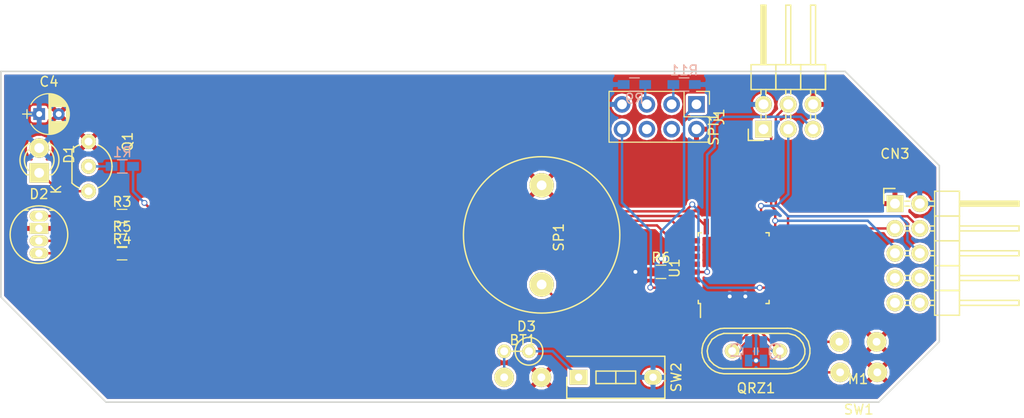
<source format=kicad_pcb>
(kicad_pcb (version 4) (host pcbnew 4.0.7-e2-6376~58~ubuntu14.04.1)

  (general
    (links 58)
    (no_connects 3)
    (area 63.323399 79.731799 159.561601 113.740001)
    (thickness 1.6)
    (drawings 8)
    (tracks 138)
    (zones 0)
    (modules 24)
    (nets 42)
  )

  (page A4)
  (layers
    (0 F.Cu signal)
    (31 B.Cu signal)
    (36 B.SilkS user)
    (37 F.SilkS user)
    (38 B.Mask user)
    (39 F.Mask user)
    (44 Edge.Cuts user)
    (45 Margin user)
    (48 B.Fab user)
    (49 F.Fab user)
  )

  (setup
    (last_trace_width 0.25)
    (trace_clearance 0.2)
    (zone_clearance 0.25)
    (zone_45_only yes)
    (trace_min 0.2)
    (segment_width 0.2)
    (edge_width 0.15)
    (via_size 0.6)
    (via_drill 0.4)
    (via_min_size 0.4)
    (via_min_drill 0.3)
    (uvia_size 0.3)
    (uvia_drill 0.1)
    (uvias_allowed no)
    (uvia_min_size 0.2)
    (uvia_min_drill 0.1)
    (pcb_text_width 0.3)
    (pcb_text_size 1.5 1.5)
    (mod_edge_width 0.15)
    (mod_text_size 1 1)
    (mod_text_width 0.15)
    (pad_size 1.99898 1.99898)
    (pad_drill 0.8001)
    (pad_to_mask_clearance 0.2)
    (aux_axis_origin 0 0)
    (grid_origin 144.78 93.345)
    (visible_elements FFFFEF7F)
    (pcbplotparams
      (layerselection 0x010f0_80000001)
      (usegerberextensions false)
      (excludeedgelayer true)
      (linewidth 0.100000)
      (plotframeref false)
      (viasonmask false)
      (mode 1)
      (useauxorigin false)
      (hpglpennumber 1)
      (hpglpenspeed 20)
      (hpglpendiameter 15)
      (hpglpenoverlay 2)
      (psnegative false)
      (psa4output false)
      (plotreference true)
      (plotvalue true)
      (plotinvisibletext false)
      (padsonsilk false)
      (subtractmaskfromsilk false)
      (outputformat 1)
      (mirror false)
      (drillshape 0)
      (scaleselection 1)
      (outputdirectory Gerbs/))
  )

  (net 0 "")
  (net 1 "Net-(BT1-Pad1)")
  (net 2 "Net-(C1-Pad1)")
  (net 3 GND)
  (net 4 "Net-(C2-Pad2)")
  (net 5 +3V3)
  (net 6 /IR_LED)
  (net 7 /SDA)
  (net 8 /SCL)
  (net 9 /IR_IN)
  (net 10 "Net-(CN3-Pad7)")
  (net 11 "Net-(CN3-Pad8)")
  (net 12 "Net-(D1-Pad1)")
  (net 13 "Net-(D2-Pad1)")
  (net 14 "Net-(D2-Pad3)")
  (net 15 "Net-(D2-Pad4)")
  (net 16 /RESET)
  (net 17 /BZR)
  (net 18 /TRG)
  (net 19 /VBR)
  (net 20 /MOSI)
  (net 21 /MISO)
  (net 22 /SCK)
  (net 23 "Net-(D3-Pad1)")
  (net 24 "Net-(J1-Pad3)")
  (net 25 "Net-(J1-Pad5)")
  (net 26 "Net-(J1-Pad6)")
  (net 27 /E>A)
  (net 28 "Net-(J1-Pad4)")
  (net 29 /A>E)
  (net 30 /R_MZL)
  (net 31 /G_MZL)
  (net 32 /B_MZL)
  (net 33 "Net-(Q1-Pad2)")
  (net 34 "Net-(U1-Pad11)")
  (net 35 "Net-(U1-Pad13)")
  (net 36 "Net-(U1-Pad14)")
  (net 37 "Net-(U1-Pad19)")
  (net 38 "Net-(U1-Pad22)")
  (net 39 "Net-(U1-Pad23)")
  (net 40 "Net-(U1-Pad32)")
  (net 41 "Net-(U1-Pad20)")

  (net_class Default "This is the default net class."
    (clearance 0.2)
    (trace_width 0.25)
    (via_dia 0.6)
    (via_drill 0.4)
    (uvia_dia 0.3)
    (uvia_drill 0.1)
    (add_net +3V3)
    (add_net /A>E)
    (add_net /BZR)
    (add_net /B_MZL)
    (add_net /E>A)
    (add_net /G_MZL)
    (add_net /IR_IN)
    (add_net /IR_LED)
    (add_net /MISO)
    (add_net /MOSI)
    (add_net /RESET)
    (add_net /R_MZL)
    (add_net /SCK)
    (add_net /SCL)
    (add_net /SDA)
    (add_net /TRG)
    (add_net /VBR)
    (add_net GND)
    (add_net "Net-(BT1-Pad1)")
    (add_net "Net-(C1-Pad1)")
    (add_net "Net-(C2-Pad2)")
    (add_net "Net-(CN3-Pad7)")
    (add_net "Net-(CN3-Pad8)")
    (add_net "Net-(D1-Pad1)")
    (add_net "Net-(D2-Pad1)")
    (add_net "Net-(D2-Pad3)")
    (add_net "Net-(D2-Pad4)")
    (add_net "Net-(D3-Pad1)")
    (add_net "Net-(J1-Pad3)")
    (add_net "Net-(J1-Pad4)")
    (add_net "Net-(J1-Pad5)")
    (add_net "Net-(J1-Pad6)")
    (add_net "Net-(Q1-Pad2)")
    (add_net "Net-(U1-Pad11)")
    (add_net "Net-(U1-Pad13)")
    (add_net "Net-(U1-Pad14)")
    (add_net "Net-(U1-Pad19)")
    (add_net "Net-(U1-Pad20)")
    (add_net "Net-(U1-Pad22)")
    (add_net "Net-(U1-Pad23)")
    (add_net "Net-(U1-Pad32)")
  )

  (module Pin_Headers:Pin_Header_Angled_2x05 (layer F.Cu) (tedit 572DDE4D) (tstamp 572CCACF)
    (at 154.94 93.345)
    (descr "Through hole pin header")
    (tags "pin header")
    (path /572D6D56)
    (fp_text reference CN3 (at 0 -5.1) (layer F.SilkS)
      (effects (font (size 1 1) (thickness 0.15)))
    )
    (fp_text value RCable_Con_VEST (at 6.35 -2.54) (layer F.Fab)
      (effects (font (size 1 1) (thickness 0.15)))
    )
    (fp_line (start -1.35 -1.75) (end -1.35 11.95) (layer F.CrtYd) (width 0.05))
    (fp_line (start 13.2 -1.75) (end 13.2 11.95) (layer F.CrtYd) (width 0.05))
    (fp_line (start -1.35 -1.75) (end 13.2 -1.75) (layer F.CrtYd) (width 0.05))
    (fp_line (start -1.35 11.95) (end 13.2 11.95) (layer F.CrtYd) (width 0.05))
    (fp_line (start 1.524 10.414) (end 1.016 10.414) (layer F.SilkS) (width 0.15))
    (fp_line (start 1.524 9.906) (end 1.016 9.906) (layer F.SilkS) (width 0.15))
    (fp_line (start 1.524 7.874) (end 1.016 7.874) (layer F.SilkS) (width 0.15))
    (fp_line (start 1.524 7.366) (end 1.016 7.366) (layer F.SilkS) (width 0.15))
    (fp_line (start 1.524 -0.254) (end 1.016 -0.254) (layer F.SilkS) (width 0.15))
    (fp_line (start 1.524 0.254) (end 1.016 0.254) (layer F.SilkS) (width 0.15))
    (fp_line (start 1.524 5.334) (end 1.016 5.334) (layer F.SilkS) (width 0.15))
    (fp_line (start 1.524 4.826) (end 1.016 4.826) (layer F.SilkS) (width 0.15))
    (fp_line (start 1.524 2.794) (end 1.016 2.794) (layer F.SilkS) (width 0.15))
    (fp_line (start 1.524 2.286) (end 1.016 2.286) (layer F.SilkS) (width 0.15))
    (fp_line (start 4.064 10.414) (end 3.556 10.414) (layer F.SilkS) (width 0.15))
    (fp_line (start 4.064 9.906) (end 3.556 9.906) (layer F.SilkS) (width 0.15))
    (fp_line (start 4.064 -0.254) (end 3.556 -0.254) (layer F.SilkS) (width 0.15))
    (fp_line (start 4.064 0.254) (end 3.556 0.254) (layer F.SilkS) (width 0.15))
    (fp_line (start 4.064 2.286) (end 3.556 2.286) (layer F.SilkS) (width 0.15))
    (fp_line (start 4.064 2.794) (end 3.556 2.794) (layer F.SilkS) (width 0.15))
    (fp_line (start 4.064 7.874) (end 3.556 7.874) (layer F.SilkS) (width 0.15))
    (fp_line (start 4.064 7.366) (end 3.556 7.366) (layer F.SilkS) (width 0.15))
    (fp_line (start 4.064 5.334) (end 3.556 5.334) (layer F.SilkS) (width 0.15))
    (fp_line (start 4.064 4.826) (end 3.556 4.826) (layer F.SilkS) (width 0.15))
    (fp_line (start 0 -1.55) (end -1.15 -1.55) (layer F.SilkS) (width 0.15))
    (fp_line (start -1.15 -1.55) (end -1.15 0) (layer F.SilkS) (width 0.15))
    (fp_line (start 6.604 -0.127) (end 12.573 -0.127) (layer F.SilkS) (width 0.15))
    (fp_line (start 12.573 -0.127) (end 12.573 0.127) (layer F.SilkS) (width 0.15))
    (fp_line (start 12.573 0.127) (end 6.731 0.127) (layer F.SilkS) (width 0.15))
    (fp_line (start 6.731 0.127) (end 6.731 0) (layer F.SilkS) (width 0.15))
    (fp_line (start 6.731 0) (end 12.573 0) (layer F.SilkS) (width 0.15))
    (fp_line (start 4.064 8.89) (end 6.604 8.89) (layer F.SilkS) (width 0.15))
    (fp_line (start 4.064 8.89) (end 4.064 11.43) (layer F.SilkS) (width 0.15))
    (fp_line (start 6.604 9.906) (end 12.7 9.906) (layer F.SilkS) (width 0.15))
    (fp_line (start 12.7 9.906) (end 12.7 10.414) (layer F.SilkS) (width 0.15))
    (fp_line (start 12.7 10.414) (end 6.604 10.414) (layer F.SilkS) (width 0.15))
    (fp_line (start 6.604 11.43) (end 6.604 8.89) (layer F.SilkS) (width 0.15))
    (fp_line (start 4.064 11.43) (end 6.604 11.43) (layer F.SilkS) (width 0.15))
    (fp_line (start 4.064 3.81) (end 6.604 3.81) (layer F.SilkS) (width 0.15))
    (fp_line (start 4.064 3.81) (end 4.064 6.35) (layer F.SilkS) (width 0.15))
    (fp_line (start 4.064 6.35) (end 6.604 6.35) (layer F.SilkS) (width 0.15))
    (fp_line (start 6.604 4.826) (end 12.7 4.826) (layer F.SilkS) (width 0.15))
    (fp_line (start 12.7 4.826) (end 12.7 5.334) (layer F.SilkS) (width 0.15))
    (fp_line (start 12.7 5.334) (end 6.604 5.334) (layer F.SilkS) (width 0.15))
    (fp_line (start 6.604 6.35) (end 6.604 3.81) (layer F.SilkS) (width 0.15))
    (fp_line (start 6.604 8.89) (end 6.604 6.35) (layer F.SilkS) (width 0.15))
    (fp_line (start 12.7 7.874) (end 6.604 7.874) (layer F.SilkS) (width 0.15))
    (fp_line (start 12.7 7.366) (end 12.7 7.874) (layer F.SilkS) (width 0.15))
    (fp_line (start 6.604 7.366) (end 12.7 7.366) (layer F.SilkS) (width 0.15))
    (fp_line (start 4.064 8.89) (end 6.604 8.89) (layer F.SilkS) (width 0.15))
    (fp_line (start 4.064 6.35) (end 4.064 8.89) (layer F.SilkS) (width 0.15))
    (fp_line (start 4.064 6.35) (end 6.604 6.35) (layer F.SilkS) (width 0.15))
    (fp_line (start 4.064 1.27) (end 6.604 1.27) (layer F.SilkS) (width 0.15))
    (fp_line (start 4.064 1.27) (end 4.064 3.81) (layer F.SilkS) (width 0.15))
    (fp_line (start 4.064 3.81) (end 6.604 3.81) (layer F.SilkS) (width 0.15))
    (fp_line (start 6.604 2.286) (end 12.7 2.286) (layer F.SilkS) (width 0.15))
    (fp_line (start 12.7 2.286) (end 12.7 2.794) (layer F.SilkS) (width 0.15))
    (fp_line (start 12.7 2.794) (end 6.604 2.794) (layer F.SilkS) (width 0.15))
    (fp_line (start 6.604 3.81) (end 6.604 1.27) (layer F.SilkS) (width 0.15))
    (fp_line (start 6.604 1.27) (end 6.604 -1.27) (layer F.SilkS) (width 0.15))
    (fp_line (start 12.7 0.254) (end 6.604 0.254) (layer F.SilkS) (width 0.15))
    (fp_line (start 12.7 -0.254) (end 12.7 0.254) (layer F.SilkS) (width 0.15))
    (fp_line (start 6.604 -0.254) (end 12.7 -0.254) (layer F.SilkS) (width 0.15))
    (fp_line (start 4.064 1.27) (end 6.604 1.27) (layer F.SilkS) (width 0.15))
    (fp_line (start 4.064 -1.27) (end 4.064 1.27) (layer F.SilkS) (width 0.15))
    (fp_line (start 4.064 -1.27) (end 6.604 -1.27) (layer F.SilkS) (width 0.15))
    (pad 1 thru_hole rect (at 0 0) (size 1.7272 1.7272) (drill 1.016) (layers *.Cu *.Mask F.SilkS)
      (net 3 GND))
    (pad 2 thru_hole oval (at 2.54 0) (size 1.7272 1.7272) (drill 1.016) (layers *.Cu *.Mask F.SilkS)
      (net 5 +3V3))
    (pad 3 thru_hole oval (at 0 2.54) (size 1.7272 1.7272) (drill 1.016) (layers *.Cu *.Mask F.SilkS)
      (net 9 /IR_IN))
    (pad 4 thru_hole oval (at 2.54 2.54) (size 1.7272 1.7272) (drill 1.016) (layers *.Cu *.Mask F.SilkS)
      (net 20 /MOSI))
    (pad 5 thru_hole oval (at 0 5.08) (size 1.7272 1.7272) (drill 1.016) (layers *.Cu *.Mask F.SilkS)
      (net 21 /MISO))
    (pad 6 thru_hole oval (at 2.54 5.08) (size 1.7272 1.7272) (drill 1.016) (layers *.Cu *.Mask F.SilkS)
      (net 22 /SCK))
    (pad 7 thru_hole oval (at 0 7.62) (size 1.7272 1.7272) (drill 1.016) (layers *.Cu *.Mask F.SilkS)
      (net 10 "Net-(CN3-Pad7)"))
    (pad 8 thru_hole oval (at 2.54 7.62) (size 1.7272 1.7272) (drill 1.016) (layers *.Cu *.Mask F.SilkS)
      (net 11 "Net-(CN3-Pad8)"))
    (pad 9 thru_hole oval (at 0 10.16) (size 1.7272 1.7272) (drill 1.016) (layers *.Cu *.Mask F.SilkS)
      (net 7 /SDA))
    (pad 10 thru_hole oval (at 2.54 10.16) (size 1.7272 1.7272) (drill 1.016) (layers *.Cu *.Mask F.SilkS)
      (net 8 /SCL))
    (model Pin_Headers.3dshapes/Pin_Header_Angled_2x05.wrl
      (at (xyz 0.05 -0.2 0))
      (scale (xyz 1 1 1))
      (rotate (xyz 0 0 90))
    )
  )

  (module LEDs:LED-3MM (layer F.Cu) (tedit 559B82F6) (tstamp 572CCAE0)
    (at 67.3354 90.1954 90)
    (descr "LED 3mm round vertical")
    (tags "LED  3mm round vertical")
    (path /572B5B25)
    (fp_text reference D1 (at 1.91 3.06 90) (layer F.SilkS)
      (effects (font (size 1 1) (thickness 0.15)))
    )
    (fp_text value LED (at 1.3 -2.9 90) (layer F.Fab)
      (effects (font (size 1 1) (thickness 0.15)))
    )
    (fp_line (start -1.2 2.3) (end 3.8 2.3) (layer F.CrtYd) (width 0.05))
    (fp_line (start 3.8 2.3) (end 3.8 -2.2) (layer F.CrtYd) (width 0.05))
    (fp_line (start 3.8 -2.2) (end -1.2 -2.2) (layer F.CrtYd) (width 0.05))
    (fp_line (start -1.2 -2.2) (end -1.2 2.3) (layer F.CrtYd) (width 0.05))
    (fp_line (start -0.199 1.314) (end -0.199 1.114) (layer F.SilkS) (width 0.15))
    (fp_line (start -0.199 -1.28) (end -0.199 -1.1) (layer F.SilkS) (width 0.15))
    (fp_arc (start 1.301 0.034) (end -0.199 -1.286) (angle 108.5) (layer F.SilkS) (width 0.15))
    (fp_arc (start 1.301 0.034) (end 0.25 -1.1) (angle 85.7) (layer F.SilkS) (width 0.15))
    (fp_arc (start 1.311 0.034) (end 3.051 0.994) (angle 110) (layer F.SilkS) (width 0.15))
    (fp_arc (start 1.301 0.034) (end 2.335 1.094) (angle 87.5) (layer F.SilkS) (width 0.15))
    (fp_text user K (at -1.69 1.74 90) (layer F.SilkS)
      (effects (font (size 1 1) (thickness 0.15)))
    )
    (pad 1 thru_hole rect (at 0 0 180) (size 2 2) (drill 1.00076) (layers *.Cu *.Mask F.SilkS)
      (net 12 "Net-(D1-Pad1)"))
    (pad 2 thru_hole circle (at 2.54 0 90) (size 2 2) (drill 1.00076) (layers *.Cu *.Mask F.SilkS)
      (net 5 +3V3))
    (model LEDs.3dshapes/LED-3MM.wrl
      (at (xyz 0.05 0 0))
      (scale (xyz 1 1 1))
      (rotate (xyz 0 0 90))
    )
  )

  (module LEDs:LED-RGB-5MM_Common_Cathode (layer F.Cu) (tedit 55A0859C) (tstamp 572CCAEC)
    (at 67.31 94.615)
    (descr "5mm common cathode RGB LED")
    (tags "RGB LED 5mm Common Cathode")
    (path /572B7C1A)
    (fp_text reference D2 (at 0 -2.25) (layer F.SilkS)
      (effects (font (size 1 1) (thickness 0.15)))
    )
    (fp_text value LED_RCBG (at 0 6.25) (layer F.Fab)
      (effects (font (size 1 1) (thickness 0.15)))
    )
    (fp_circle (center 0 1.905) (end 3.2 1.905) (layer F.CrtYd) (width 0.05))
    (fp_line (start -1.1 -0.595) (end -1.55 -0.595) (layer F.SilkS) (width 0.15))
    (fp_circle (center 0 1.905) (end 2.95 1.905) (layer F.SilkS) (width 0.15))
    (fp_line (start 1.1 -0.595) (end 1.55 -0.595) (layer F.SilkS) (width 0.15))
    (pad 1 thru_hole oval (at 0 0) (size 1.905 1.1176) (drill 0.762) (layers *.Cu *.Mask F.SilkS)
      (net 13 "Net-(D2-Pad1)"))
    (pad 2 thru_hole rect (at 0 1.27) (size 1.905 1.1176) (drill 0.762) (layers *.Cu *.Mask F.SilkS)
      (net 3 GND))
    (pad 3 thru_hole oval (at 0 2.54) (size 1.905 1.1176) (drill 0.762) (layers *.Cu *.Mask F.SilkS)
      (net 14 "Net-(D2-Pad3)"))
    (pad 4 thru_hole oval (at 0 3.81) (size 1.905 1.1176) (drill 0.762) (layers *.Cu *.Mask F.SilkS)
      (net 15 "Net-(D2-Pad4)"))
  )

  (module TO_SOT_Packages_THT:TO-92_Inline_Wide (layer F.Cu) (tedit 54F242B4) (tstamp 572CCB2D)
    (at 72.39 86.995 270)
    (descr "TO-92 leads in-line, wide, drill 0.8mm (see NXP sot054_po.pdf)")
    (tags "to-92 sc-43 sc-43a sot54 PA33 transistor")
    (path /572B83B7)
    (fp_text reference Q1 (at 0 -4 450) (layer F.SilkS)
      (effects (font (size 1 1) (thickness 0.15)))
    )
    (fp_text value Q_PNP_CBE (at 0 3 270) (layer F.Fab)
      (effects (font (size 1 1) (thickness 0.15)))
    )
    (fp_arc (start 2.54 0) (end 0.84 1.7) (angle 20.5) (layer F.SilkS) (width 0.15))
    (fp_arc (start 2.54 0) (end 4.24 1.7) (angle -20.5) (layer F.SilkS) (width 0.15))
    (fp_line (start -1 1.95) (end -1 -2.65) (layer F.CrtYd) (width 0.05))
    (fp_line (start -1 1.95) (end 6.1 1.95) (layer F.CrtYd) (width 0.05))
    (fp_line (start 0.84 1.7) (end 4.24 1.7) (layer F.SilkS) (width 0.15))
    (fp_arc (start 2.54 0) (end 2.54 -2.4) (angle -65.55604127) (layer F.SilkS) (width 0.15))
    (fp_arc (start 2.54 0) (end 2.54 -2.4) (angle 65.55604127) (layer F.SilkS) (width 0.15))
    (fp_line (start -1 -2.65) (end 6.1 -2.65) (layer F.CrtYd) (width 0.05))
    (fp_line (start 6.1 1.95) (end 6.1 -2.65) (layer F.CrtYd) (width 0.05))
    (pad 2 thru_hole circle (at 2.54 0) (size 1.524 1.524) (drill 0.8) (layers *.Cu *.Mask F.SilkS)
      (net 33 "Net-(Q1-Pad2)"))
    (pad 3 thru_hole circle (at 5.08 0) (size 1.524 1.524) (drill 0.8) (layers *.Cu *.Mask F.SilkS)
      (net 12 "Net-(D1-Pad1)"))
    (pad 1 thru_hole circle (at 0 0) (size 1.524 1.524) (drill 0.8) (layers *.Cu *.Mask F.SilkS)
      (net 3 GND))
    (model TO_SOT_Packages_THT.3dshapes/TO-92_Inline_Wide.wrl
      (at (xyz 0.1 0 0))
      (scale (xyz 1 1 1))
      (rotate (xyz 0 0 -90))
    )
  )

  (module Crystals:Crystal_HC49-U_Vertical (layer F.Cu) (tedit 0) (tstamp 572CCB66)
    (at 140.716 108.4326 180)
    (descr "Crystal Quarz HC49/U vertical stehend")
    (tags "Crystal Quarz HC49/U vertical stehend")
    (path /572B3734)
    (fp_text reference QRZ1 (at 0 -3.81 180) (layer F.SilkS)
      (effects (font (size 1 1) (thickness 0.15)))
    )
    (fp_text value Crystal_Small (at 0 3.81 180) (layer F.Fab)
      (effects (font (size 1 1) (thickness 0.15)))
    )
    (fp_line (start 4.699 -1.00076) (end 4.89966 -0.59944) (layer F.SilkS) (width 0.15))
    (fp_line (start 4.89966 -0.59944) (end 5.00126 0) (layer F.SilkS) (width 0.15))
    (fp_line (start 5.00126 0) (end 4.89966 0.50038) (layer F.SilkS) (width 0.15))
    (fp_line (start 4.89966 0.50038) (end 4.50088 1.19888) (layer F.SilkS) (width 0.15))
    (fp_line (start 4.50088 1.19888) (end 3.8989 1.6002) (layer F.SilkS) (width 0.15))
    (fp_line (start 3.8989 1.6002) (end 3.29946 1.80086) (layer F.SilkS) (width 0.15))
    (fp_line (start 3.29946 1.80086) (end -3.29946 1.80086) (layer F.SilkS) (width 0.15))
    (fp_line (start -3.29946 1.80086) (end -4.0005 1.6002) (layer F.SilkS) (width 0.15))
    (fp_line (start -4.0005 1.6002) (end -4.39928 1.30048) (layer F.SilkS) (width 0.15))
    (fp_line (start -4.39928 1.30048) (end -4.8006 0.8001) (layer F.SilkS) (width 0.15))
    (fp_line (start -4.8006 0.8001) (end -5.00126 0.20066) (layer F.SilkS) (width 0.15))
    (fp_line (start -5.00126 0.20066) (end -5.00126 -0.29972) (layer F.SilkS) (width 0.15))
    (fp_line (start -5.00126 -0.29972) (end -4.8006 -0.8001) (layer F.SilkS) (width 0.15))
    (fp_line (start -4.8006 -0.8001) (end -4.30022 -1.39954) (layer F.SilkS) (width 0.15))
    (fp_line (start -4.30022 -1.39954) (end -3.79984 -1.69926) (layer F.SilkS) (width 0.15))
    (fp_line (start -3.79984 -1.69926) (end -3.29946 -1.80086) (layer F.SilkS) (width 0.15))
    (fp_line (start -3.2004 -1.80086) (end 3.40106 -1.80086) (layer F.SilkS) (width 0.15))
    (fp_line (start 3.40106 -1.80086) (end 3.79984 -1.69926) (layer F.SilkS) (width 0.15))
    (fp_line (start 3.79984 -1.69926) (end 4.30022 -1.39954) (layer F.SilkS) (width 0.15))
    (fp_line (start 4.30022 -1.39954) (end 4.8006 -0.89916) (layer F.SilkS) (width 0.15))
    (fp_line (start -3.19024 -2.32918) (end -3.64998 -2.28092) (layer F.SilkS) (width 0.15))
    (fp_line (start -3.64998 -2.28092) (end -4.04876 -2.16916) (layer F.SilkS) (width 0.15))
    (fp_line (start -4.04876 -2.16916) (end -4.48056 -1.95072) (layer F.SilkS) (width 0.15))
    (fp_line (start -4.48056 -1.95072) (end -4.77012 -1.71958) (layer F.SilkS) (width 0.15))
    (fp_line (start -4.77012 -1.71958) (end -5.10032 -1.36906) (layer F.SilkS) (width 0.15))
    (fp_line (start -5.10032 -1.36906) (end -5.38988 -0.83058) (layer F.SilkS) (width 0.15))
    (fp_line (start -5.38988 -0.83058) (end -5.51942 -0.23114) (layer F.SilkS) (width 0.15))
    (fp_line (start -5.51942 -0.23114) (end -5.51942 0.2794) (layer F.SilkS) (width 0.15))
    (fp_line (start -5.51942 0.2794) (end -5.34924 0.98044) (layer F.SilkS) (width 0.15))
    (fp_line (start -5.34924 0.98044) (end -4.95046 1.56972) (layer F.SilkS) (width 0.15))
    (fp_line (start -4.95046 1.56972) (end -4.49072 1.94056) (layer F.SilkS) (width 0.15))
    (fp_line (start -4.49072 1.94056) (end -4.06908 2.14884) (layer F.SilkS) (width 0.15))
    (fp_line (start -4.06908 2.14884) (end -3.6195 2.30886) (layer F.SilkS) (width 0.15))
    (fp_line (start -3.6195 2.30886) (end -3.18008 2.33934) (layer F.SilkS) (width 0.15))
    (fp_line (start 4.16052 2.1209) (end 4.53898 1.89992) (layer F.SilkS) (width 0.15))
    (fp_line (start 4.53898 1.89992) (end 4.85902 1.62052) (layer F.SilkS) (width 0.15))
    (fp_line (start 4.85902 1.62052) (end 5.11048 1.29032) (layer F.SilkS) (width 0.15))
    (fp_line (start 5.11048 1.29032) (end 5.4102 0.73914) (layer F.SilkS) (width 0.15))
    (fp_line (start 5.4102 0.73914) (end 5.51942 0.26924) (layer F.SilkS) (width 0.15))
    (fp_line (start 5.51942 0.26924) (end 5.53974 -0.1905) (layer F.SilkS) (width 0.15))
    (fp_line (start 5.53974 -0.1905) (end 5.45084 -0.65024) (layer F.SilkS) (width 0.15))
    (fp_line (start 5.45084 -0.65024) (end 5.26034 -1.09982) (layer F.SilkS) (width 0.15))
    (fp_line (start 5.26034 -1.09982) (end 4.89966 -1.56972) (layer F.SilkS) (width 0.15))
    (fp_line (start 4.89966 -1.56972) (end 4.54914 -1.88976) (layer F.SilkS) (width 0.15))
    (fp_line (start 4.54914 -1.88976) (end 4.16052 -2.1209) (layer F.SilkS) (width 0.15))
    (fp_line (start 4.16052 -2.1209) (end 3.73126 -2.2606) (layer F.SilkS) (width 0.15))
    (fp_line (start 3.73126 -2.2606) (end 3.2893 -2.32918) (layer F.SilkS) (width 0.15))
    (fp_line (start -3.2004 2.32918) (end 3.2512 2.32918) (layer F.SilkS) (width 0.15))
    (fp_line (start 3.2512 2.32918) (end 3.6703 2.29108) (layer F.SilkS) (width 0.15))
    (fp_line (start 3.6703 2.29108) (end 4.16052 2.1209) (layer F.SilkS) (width 0.15))
    (fp_line (start -3.2004 -2.32918) (end 3.2512 -2.32918) (layer F.SilkS) (width 0.15))
    (pad 1 thru_hole circle (at -2.44094 0 180) (size 1.50114 1.50114) (drill 0.8001) (layers *.Cu *.Mask F.SilkS)
      (net 4 "Net-(C2-Pad2)"))
    (pad 2 thru_hole circle (at 2.44094 0 180) (size 1.50114 1.50114) (drill 0.8001) (layers *.Cu *.Mask F.SilkS)
      (net 2 "Net-(C1-Pad1)"))
  )

  (module Buzzers_Beepers:BUZZER (layer F.Cu) (tedit 0) (tstamp 572CCBAD)
    (at 118.7704 96.5454 270)
    (path /572E2A17)
    (fp_text reference SP1 (at 0.24892 -1.75006 270) (layer F.SilkS)
      (effects (font (size 1 1) (thickness 0.15)))
    )
    (fp_text value SPEAKER (at 0 1.50114 270) (layer F.Fab)
      (effects (font (size 1 1) (thickness 0.15)))
    )
    (fp_circle (center 0 0) (end 8.001 0.24892) (layer F.SilkS) (width 0.15))
    (pad 2 thru_hole circle (at 5.08 0 270) (size 2.49936 2.49936) (drill 1.00076) (layers *.Cu *.Mask F.SilkS)
      (net 17 /BZR))
    (pad 1 thru_hole circle (at -5.08 0 270) (size 2.49936 2.49936) (drill 1.00076) (layers *.Cu *.Mask F.SilkS)
      (net 3 GND))
  )

  (module Pin_Headers:Pin_Header_Angled_2x03 (layer F.Cu) (tedit 0) (tstamp 572CCBE4)
    (at 141.478 85.725 90)
    (descr "Through hole pin header")
    (tags "pin header")
    (path /572B6544)
    (fp_text reference SPI1 (at 0 -5.1 90) (layer F.SilkS)
      (effects (font (size 1 1) (thickness 0.15)))
    )
    (fp_text value CONN_02X03 (at 0 -3.1 90) (layer F.Fab)
      (effects (font (size 1 1) (thickness 0.15)))
    )
    (fp_line (start -1.35 -1.75) (end -1.35 6.85) (layer F.CrtYd) (width 0.05))
    (fp_line (start 13.2 -1.75) (end 13.2 6.85) (layer F.CrtYd) (width 0.05))
    (fp_line (start -1.35 -1.75) (end 13.2 -1.75) (layer F.CrtYd) (width 0.05))
    (fp_line (start -1.35 6.85) (end 13.2 6.85) (layer F.CrtYd) (width 0.05))
    (fp_line (start 1.524 5.334) (end 1.016 5.334) (layer F.SilkS) (width 0.15))
    (fp_line (start 1.524 4.826) (end 1.016 4.826) (layer F.SilkS) (width 0.15))
    (fp_line (start 1.524 2.794) (end 1.016 2.794) (layer F.SilkS) (width 0.15))
    (fp_line (start 1.524 2.286) (end 1.016 2.286) (layer F.SilkS) (width 0.15))
    (fp_line (start 1.524 0.254) (end 1.016 0.254) (layer F.SilkS) (width 0.15))
    (fp_line (start 1.524 -0.254) (end 1.016 -0.254) (layer F.SilkS) (width 0.15))
    (fp_line (start 4.064 2.286) (end 3.556 2.286) (layer F.SilkS) (width 0.15))
    (fp_line (start 4.064 2.794) (end 3.556 2.794) (layer F.SilkS) (width 0.15))
    (fp_line (start 4.064 4.826) (end 3.556 4.826) (layer F.SilkS) (width 0.15))
    (fp_line (start 4.064 5.334) (end 3.556 5.334) (layer F.SilkS) (width 0.15))
    (fp_line (start 4.064 -0.254) (end 3.556 -0.254) (layer F.SilkS) (width 0.15))
    (fp_line (start 4.064 0.254) (end 3.556 0.254) (layer F.SilkS) (width 0.15))
    (fp_line (start 0 -1.55) (end -1.15 -1.55) (layer F.SilkS) (width 0.15))
    (fp_line (start -1.15 -1.55) (end -1.15 0) (layer F.SilkS) (width 0.15))
    (fp_line (start 6.604 -0.127) (end 12.573 -0.127) (layer F.SilkS) (width 0.15))
    (fp_line (start 12.573 -0.127) (end 12.573 0.127) (layer F.SilkS) (width 0.15))
    (fp_line (start 12.573 0.127) (end 6.731 0.127) (layer F.SilkS) (width 0.15))
    (fp_line (start 6.731 0.127) (end 6.731 0) (layer F.SilkS) (width 0.15))
    (fp_line (start 6.731 0) (end 12.573 0) (layer F.SilkS) (width 0.15))
    (fp_line (start 4.064 1.27) (end 4.064 3.81) (layer F.SilkS) (width 0.15))
    (fp_line (start 4.064 3.81) (end 6.604 3.81) (layer F.SilkS) (width 0.15))
    (fp_line (start 6.604 2.286) (end 12.7 2.286) (layer F.SilkS) (width 0.15))
    (fp_line (start 12.7 2.286) (end 12.7 2.794) (layer F.SilkS) (width 0.15))
    (fp_line (start 12.7 2.794) (end 6.604 2.794) (layer F.SilkS) (width 0.15))
    (fp_line (start 6.604 3.81) (end 6.604 1.27) (layer F.SilkS) (width 0.15))
    (fp_line (start 4.064 6.35) (end 6.604 6.35) (layer F.SilkS) (width 0.15))
    (fp_line (start 6.604 6.35) (end 6.604 3.81) (layer F.SilkS) (width 0.15))
    (fp_line (start 12.7 5.334) (end 6.604 5.334) (layer F.SilkS) (width 0.15))
    (fp_line (start 12.7 4.826) (end 12.7 5.334) (layer F.SilkS) (width 0.15))
    (fp_line (start 6.604 4.826) (end 12.7 4.826) (layer F.SilkS) (width 0.15))
    (fp_line (start 4.064 6.35) (end 6.604 6.35) (layer F.SilkS) (width 0.15))
    (fp_line (start 4.064 3.81) (end 4.064 6.35) (layer F.SilkS) (width 0.15))
    (fp_line (start 4.064 3.81) (end 6.604 3.81) (layer F.SilkS) (width 0.15))
    (fp_line (start 4.064 1.27) (end 6.604 1.27) (layer F.SilkS) (width 0.15))
    (fp_line (start 6.604 1.27) (end 6.604 -1.27) (layer F.SilkS) (width 0.15))
    (fp_line (start 12.7 0.254) (end 6.604 0.254) (layer F.SilkS) (width 0.15))
    (fp_line (start 12.7 -0.254) (end 12.7 0.254) (layer F.SilkS) (width 0.15))
    (fp_line (start 6.604 -0.254) (end 12.7 -0.254) (layer F.SilkS) (width 0.15))
    (fp_line (start 4.064 1.27) (end 6.604 1.27) (layer F.SilkS) (width 0.15))
    (fp_line (start 4.064 -1.27) (end 4.064 1.27) (layer F.SilkS) (width 0.15))
    (fp_line (start 4.064 -1.27) (end 6.604 -1.27) (layer F.SilkS) (width 0.15))
    (pad 1 thru_hole rect (at 0 0 90) (size 1.7272 1.7272) (drill 1.016) (layers *.Cu *.Mask F.SilkS)
      (net 21 /MISO))
    (pad 2 thru_hole oval (at 2.54 0 90) (size 1.7272 1.7272) (drill 1.016) (layers *.Cu *.Mask F.SilkS)
      (net 5 +3V3))
    (pad 3 thru_hole oval (at 0 2.54 90) (size 1.7272 1.7272) (drill 1.016) (layers *.Cu *.Mask F.SilkS)
      (net 22 /SCK))
    (pad 4 thru_hole oval (at 2.54 2.54 90) (size 1.7272 1.7272) (drill 1.016) (layers *.Cu *.Mask F.SilkS)
      (net 20 /MOSI))
    (pad 5 thru_hole oval (at 0 5.08 90) (size 1.7272 1.7272) (drill 1.016) (layers *.Cu *.Mask F.SilkS)
      (net 16 /RESET))
    (pad 6 thru_hole oval (at 2.54 5.08 90) (size 1.7272 1.7272) (drill 1.016) (layers *.Cu *.Mask F.SilkS)
      (net 3 GND))
    (model Pin_Headers.3dshapes/Pin_Header_Angled_2x03.wrl
      (at (xyz 0.05 -0.1 0))
      (scale (xyz 1 1 1))
      (rotate (xyz 0 0 90))
    )
  )

  (module Buttons_Switches_ThroughHole:SW_DIP_x1_Slide (layer F.Cu) (tedit 54C4BC96) (tstamp 572CCC04)
    (at 122.555 111.125 270)
    (descr "CTS Electrocomponents, Series 206/208")
    (path /572DFDFF)
    (fp_text reference SW2 (at 0 -10 270) (layer F.SilkS)
      (effects (font (size 1 1) (thickness 0.15)))
    )
    (fp_text value SPST (at 0.5 2.4 270) (layer F.Fab)
      (effects (font (size 1 1) (thickness 0.15)))
    )
    (fp_line (start 2.5 1.55) (end -2.5 1.55) (layer F.CrtYd) (width 0.05))
    (fp_line (start -2.5 1.55) (end -2.5 -9.15) (layer F.CrtYd) (width 0.05))
    (fp_line (start -2.5 -9.15) (end 2.5 -9.15) (layer F.CrtYd) (width 0.05))
    (fp_line (start 2.5 -9.15) (end 2.5 1.55) (layer F.CrtYd) (width 0.05))
    (fp_line (start -2.15 -8.83) (end 2.15 -8.83) (layer F.SilkS) (width 0.15))
    (fp_line (start 0 1.21) (end 2.15 1.21) (layer F.SilkS) (width 0.15))
    (fp_line (start -2.15 -8.83) (end -2.15 1.21) (layer F.SilkS) (width 0.15))
    (fp_line (start 2.15 -8.83) (end 2.15 1.21) (layer F.SilkS) (width 0.15))
    (fp_line (start -0.64 -3.81) (end 0.64 -3.81) (layer F.SilkS) (width 0.15))
    (fp_line (start -0.64 -5.84) (end -0.64 -1.78) (layer F.SilkS) (width 0.15))
    (fp_line (start -0.64 -1.78) (end 0.64 -1.78) (layer F.SilkS) (width 0.15))
    (fp_line (start 0.64 -1.78) (end 0.64 -5.84) (layer F.SilkS) (width 0.15))
    (fp_line (start 0.64 -5.84) (end -0.64 -5.84) (layer F.SilkS) (width 0.15))
    (pad 1 thru_hole rect (at 0 0 270) (size 1.524 1.824) (drill 0.762) (layers *.Cu *.Mask F.SilkS)
      (net 23 "Net-(D3-Pad1)"))
    (pad 2 thru_hole oval (at 0 -7.62 270) (size 1.524 1.824) (drill 0.762) (layers *.Cu *.Mask F.SilkS)
      (net 5 +3V3))
    (model Buttons_Switches_ThroughHole.3dshapes/SW_DIP_x1_Slide.wrl
      (at (xyz 0 0 0))
      (scale (xyz 1 1 1))
      (rotate (xyz 0 0 0))
    )
  )

  (module Main-Cache:SolderWirePad_2x_0-8mmDrill (layer F.Cu) (tedit 572DDE49) (tstamp 572CCBF1)
    (at 151.2316 110.617 180)
    (path /572E16B2)
    (fp_text reference SW1 (at 0 -3.81 180) (layer F.SilkS)
      (effects (font (size 1 1) (thickness 0.15)))
    )
    (fp_text value SW_PUSH (at 0 -1.27 180) (layer F.Fab)
      (effects (font (size 1 1) (thickness 0.15)))
    )
    (pad 1 thru_hole circle (at -1.905 0 180) (size 1.99898 1.99898) (drill 0.8001) (layers *.Cu *.Mask F.SilkS)
      (net 3 GND))
    (pad 2 thru_hole circle (at 1.905 0 180) (size 1.99898 1.99898) (drill 0.8001) (layers *.Cu *.Mask F.SilkS)
      (net 18 /TRG))
  )

  (module Main-Cache:SolderWirePad_2x_0-8mmDrill (layer F.Cu) (tedit 595D45E8) (tstamp 572CCA33)
    (at 116.84 111.125)
    (path /572B5519)
    (fp_text reference BT1 (at 0 -3.81) (layer F.SilkS)
      (effects (font (size 1 1) (thickness 0.15)))
    )
    (fp_text value Battery (at 0 1.27) (layer F.Fab)
      (effects (font (size 1 1) (thickness 0.15)))
    )
    (pad 1 thru_hole circle (at -1.905 0) (size 1.99898 1.99898) (drill 0.8001) (layers *.Cu *.Mask F.SilkS)
      (net 1 "Net-(BT1-Pad1)"))
    (pad 2 thru_hole circle (at 1.905 0) (size 1.99898 1.99898) (drill 0.8001) (layers *.Cu *.Mask F.SilkS)
      (net 3 GND))
  )

  (module Main-Cache:SolderWirePad_2x_0-8mmDrill (layer F.Cu) (tedit 572DDE44) (tstamp 572CCAF2)
    (at 151.1554 107.4928 180)
    (path /572E493F)
    (fp_text reference M1 (at 0 -3.81 180) (layer F.SilkS)
      (effects (font (size 1 1) (thickness 0.15)))
    )
    (fp_text value Vibr_Motor (at 0 -1.27 180) (layer F.Fab)
      (effects (font (size 1 1) (thickness 0.15)))
    )
    (pad 1 thru_hole circle (at -1.905 0 180) (size 1.99898 1.99898) (drill 0.8001) (layers *.Cu *.Mask F.SilkS)
      (net 3 GND))
    (pad 2 thru_hole circle (at 1.905 0 180) (size 1.99898 1.99898) (drill 0.8001) (layers *.Cu *.Mask F.SilkS)
      (net 19 /VBR))
  )

  (module Discret:R1 (layer F.Cu) (tedit 0) (tstamp 572DF9D3)
    (at 116.205 108.458 180)
    (descr "Resistance verticale")
    (tags R)
    (path /572DFB0F)
    (fp_text reference D3 (at -1.016 2.54 180) (layer F.SilkS)
      (effects (font (size 1 1) (thickness 0.15)))
    )
    (fp_text value D (at -1.143 2.54 180) (layer F.Fab)
      (effects (font (size 1 1) (thickness 0.15)))
    )
    (fp_line (start -1.27 0) (end 1.27 0) (layer F.SilkS) (width 0.15))
    (fp_circle (center -1.27 0) (end -0.635 1.27) (layer F.SilkS) (width 0.15))
    (pad 1 thru_hole circle (at -1.27 0 180) (size 1.397 1.397) (drill 0.8128) (layers *.Cu *.Mask F.SilkS)
      (net 23 "Net-(D3-Pad1)"))
    (pad 2 thru_hole circle (at 1.27 0 180) (size 1.397 1.397) (drill 0.8128) (layers *.Cu *.Mask F.SilkS)
      (net 1 "Net-(BT1-Pad1)"))
    (model Discret.3dshapes/R1.wrl
      (at (xyz 0 0 0))
      (scale (xyz 1 1 1))
      (rotate (xyz 0 0 0))
    )
  )

  (module Pin_Headers:Pin_Header_Straight_2x04_Pitch2.54mm (layer F.Cu) (tedit 58CD4EC5) (tstamp 595A3350)
    (at 134.62 83.185 270)
    (descr "Through hole straight pin header, 2x04, 2.54mm pitch, double rows")
    (tags "Through hole pin header THT 2x04 2.54mm double row")
    (path /595AE1AE)
    (fp_text reference J1 (at 1.27 -2.33 270) (layer F.SilkS)
      (effects (font (size 1 1) (thickness 0.15)))
    )
    (fp_text value CONN_02X04 (at 1.27 9.95 270) (layer F.Fab)
      (effects (font (size 1 1) (thickness 0.15)))
    )
    (fp_line (start -1.27 -1.27) (end -1.27 8.89) (layer F.Fab) (width 0.1))
    (fp_line (start -1.27 8.89) (end 3.81 8.89) (layer F.Fab) (width 0.1))
    (fp_line (start 3.81 8.89) (end 3.81 -1.27) (layer F.Fab) (width 0.1))
    (fp_line (start 3.81 -1.27) (end -1.27 -1.27) (layer F.Fab) (width 0.1))
    (fp_line (start -1.33 1.27) (end -1.33 8.95) (layer F.SilkS) (width 0.12))
    (fp_line (start -1.33 8.95) (end 3.87 8.95) (layer F.SilkS) (width 0.12))
    (fp_line (start 3.87 8.95) (end 3.87 -1.33) (layer F.SilkS) (width 0.12))
    (fp_line (start 3.87 -1.33) (end 1.27 -1.33) (layer F.SilkS) (width 0.12))
    (fp_line (start 1.27 -1.33) (end 1.27 1.27) (layer F.SilkS) (width 0.12))
    (fp_line (start 1.27 1.27) (end -1.33 1.27) (layer F.SilkS) (width 0.12))
    (fp_line (start -1.33 0) (end -1.33 -1.33) (layer F.SilkS) (width 0.12))
    (fp_line (start -1.33 -1.33) (end 0 -1.33) (layer F.SilkS) (width 0.12))
    (fp_line (start -1.8 -1.8) (end -1.8 9.4) (layer F.CrtYd) (width 0.05))
    (fp_line (start -1.8 9.4) (end 4.35 9.4) (layer F.CrtYd) (width 0.05))
    (fp_line (start 4.35 9.4) (end 4.35 -1.8) (layer F.CrtYd) (width 0.05))
    (fp_line (start 4.35 -1.8) (end -1.8 -1.8) (layer F.CrtYd) (width 0.05))
    (fp_text user %R (at 1.27 -2.33 270) (layer F.Fab)
      (effects (font (size 1 1) (thickness 0.15)))
    )
    (pad 1 thru_hole rect (at 0 0 270) (size 1.7 1.7) (drill 1) (layers *.Cu *.Mask)
      (net 27 /E>A))
    (pad 2 thru_hole oval (at 2.54 0 270) (size 1.7 1.7) (drill 1) (layers *.Cu *.Mask)
      (net 3 GND))
    (pad 3 thru_hole oval (at 0 2.54 270) (size 1.7 1.7) (drill 1) (layers *.Cu *.Mask)
      (net 24 "Net-(J1-Pad3)"))
    (pad 4 thru_hole oval (at 2.54 2.54 270) (size 1.7 1.7) (drill 1) (layers *.Cu *.Mask)
      (net 28 "Net-(J1-Pad4)"))
    (pad 5 thru_hole oval (at 0 5.08 270) (size 1.7 1.7) (drill 1) (layers *.Cu *.Mask)
      (net 25 "Net-(J1-Pad5)"))
    (pad 6 thru_hole oval (at 2.54 5.08 270) (size 1.7 1.7) (drill 1) (layers *.Cu *.Mask)
      (net 26 "Net-(J1-Pad6)"))
    (pad 7 thru_hole oval (at 0 7.62 270) (size 1.7 1.7) (drill 1) (layers *.Cu *.Mask)
      (net 5 +3V3))
    (pad 8 thru_hole oval (at 2.54 7.62 270) (size 1.7 1.7) (drill 1) (layers *.Cu *.Mask)
      (net 29 /A>E))
    (model ${KISYS3DMOD}/Pin_Headers.3dshapes/Pin_Header_Straight_2x04_Pitch2.54mm.wrl
      (at (xyz 0.05 -0.15 0))
      (scale (xyz 1 1 1))
      (rotate (xyz 0 0 90))
    )
  )

  (module Capacitors_ThroughHole:CP_Radial_D4.0mm_P2.00mm locked (layer F.Cu) (tedit 597BC7C2) (tstamp 5A719DEA)
    (at 67.3354 84.1756)
    (descr "CP, Radial series, Radial, pin pitch=2.00mm, , diameter=4mm, Electrolytic Capacitor")
    (tags "CP Radial series Radial pin pitch 2.00mm  diameter 4mm Electrolytic Capacitor")
    (path /596FED2A)
    (fp_text reference C4 (at 1 -3.31) (layer F.SilkS)
      (effects (font (size 1 1) (thickness 0.15)))
    )
    (fp_text value CP (at 1 3.31) (layer F.Fab)
      (effects (font (size 1 1) (thickness 0.15)))
    )
    (fp_arc (start 1 0) (end -0.845996 -0.98) (angle 124.1) (layer F.SilkS) (width 0.12))
    (fp_arc (start 1 0) (end -0.845996 0.98) (angle -124.1) (layer F.SilkS) (width 0.12))
    (fp_arc (start 1 0) (end 2.845996 -0.98) (angle 55.9) (layer F.SilkS) (width 0.12))
    (fp_circle (center 1 0) (end 3 0) (layer F.Fab) (width 0.1))
    (fp_line (start -1.7 0) (end -0.8 0) (layer F.Fab) (width 0.1))
    (fp_line (start -1.25 -0.45) (end -1.25 0.45) (layer F.Fab) (width 0.1))
    (fp_line (start 1 -2.05) (end 1 2.05) (layer F.SilkS) (width 0.12))
    (fp_line (start 1.04 -2.05) (end 1.04 2.05) (layer F.SilkS) (width 0.12))
    (fp_line (start 1.08 -2.049) (end 1.08 2.049) (layer F.SilkS) (width 0.12))
    (fp_line (start 1.12 -2.047) (end 1.12 2.047) (layer F.SilkS) (width 0.12))
    (fp_line (start 1.16 -2.044) (end 1.16 2.044) (layer F.SilkS) (width 0.12))
    (fp_line (start 1.2 -2.041) (end 1.2 2.041) (layer F.SilkS) (width 0.12))
    (fp_line (start 1.24 -2.037) (end 1.24 -0.78) (layer F.SilkS) (width 0.12))
    (fp_line (start 1.24 0.78) (end 1.24 2.037) (layer F.SilkS) (width 0.12))
    (fp_line (start 1.28 -2.032) (end 1.28 -0.78) (layer F.SilkS) (width 0.12))
    (fp_line (start 1.28 0.78) (end 1.28 2.032) (layer F.SilkS) (width 0.12))
    (fp_line (start 1.32 -2.026) (end 1.32 -0.78) (layer F.SilkS) (width 0.12))
    (fp_line (start 1.32 0.78) (end 1.32 2.026) (layer F.SilkS) (width 0.12))
    (fp_line (start 1.36 -2.019) (end 1.36 -0.78) (layer F.SilkS) (width 0.12))
    (fp_line (start 1.36 0.78) (end 1.36 2.019) (layer F.SilkS) (width 0.12))
    (fp_line (start 1.4 -2.012) (end 1.4 -0.78) (layer F.SilkS) (width 0.12))
    (fp_line (start 1.4 0.78) (end 1.4 2.012) (layer F.SilkS) (width 0.12))
    (fp_line (start 1.44 -2.004) (end 1.44 -0.78) (layer F.SilkS) (width 0.12))
    (fp_line (start 1.44 0.78) (end 1.44 2.004) (layer F.SilkS) (width 0.12))
    (fp_line (start 1.48 -1.995) (end 1.48 -0.78) (layer F.SilkS) (width 0.12))
    (fp_line (start 1.48 0.78) (end 1.48 1.995) (layer F.SilkS) (width 0.12))
    (fp_line (start 1.52 -1.985) (end 1.52 -0.78) (layer F.SilkS) (width 0.12))
    (fp_line (start 1.52 0.78) (end 1.52 1.985) (layer F.SilkS) (width 0.12))
    (fp_line (start 1.56 -1.974) (end 1.56 -0.78) (layer F.SilkS) (width 0.12))
    (fp_line (start 1.56 0.78) (end 1.56 1.974) (layer F.SilkS) (width 0.12))
    (fp_line (start 1.6 -1.963) (end 1.6 -0.78) (layer F.SilkS) (width 0.12))
    (fp_line (start 1.6 0.78) (end 1.6 1.963) (layer F.SilkS) (width 0.12))
    (fp_line (start 1.64 -1.95) (end 1.64 -0.78) (layer F.SilkS) (width 0.12))
    (fp_line (start 1.64 0.78) (end 1.64 1.95) (layer F.SilkS) (width 0.12))
    (fp_line (start 1.68 -1.937) (end 1.68 -0.78) (layer F.SilkS) (width 0.12))
    (fp_line (start 1.68 0.78) (end 1.68 1.937) (layer F.SilkS) (width 0.12))
    (fp_line (start 1.721 -1.923) (end 1.721 -0.78) (layer F.SilkS) (width 0.12))
    (fp_line (start 1.721 0.78) (end 1.721 1.923) (layer F.SilkS) (width 0.12))
    (fp_line (start 1.761 -1.907) (end 1.761 -0.78) (layer F.SilkS) (width 0.12))
    (fp_line (start 1.761 0.78) (end 1.761 1.907) (layer F.SilkS) (width 0.12))
    (fp_line (start 1.801 -1.891) (end 1.801 -0.78) (layer F.SilkS) (width 0.12))
    (fp_line (start 1.801 0.78) (end 1.801 1.891) (layer F.SilkS) (width 0.12))
    (fp_line (start 1.841 -1.874) (end 1.841 -0.78) (layer F.SilkS) (width 0.12))
    (fp_line (start 1.841 0.78) (end 1.841 1.874) (layer F.SilkS) (width 0.12))
    (fp_line (start 1.881 -1.856) (end 1.881 -0.78) (layer F.SilkS) (width 0.12))
    (fp_line (start 1.881 0.78) (end 1.881 1.856) (layer F.SilkS) (width 0.12))
    (fp_line (start 1.921 -1.837) (end 1.921 -0.78) (layer F.SilkS) (width 0.12))
    (fp_line (start 1.921 0.78) (end 1.921 1.837) (layer F.SilkS) (width 0.12))
    (fp_line (start 1.961 -1.817) (end 1.961 -0.78) (layer F.SilkS) (width 0.12))
    (fp_line (start 1.961 0.78) (end 1.961 1.817) (layer F.SilkS) (width 0.12))
    (fp_line (start 2.001 -1.796) (end 2.001 -0.78) (layer F.SilkS) (width 0.12))
    (fp_line (start 2.001 0.78) (end 2.001 1.796) (layer F.SilkS) (width 0.12))
    (fp_line (start 2.041 -1.773) (end 2.041 -0.78) (layer F.SilkS) (width 0.12))
    (fp_line (start 2.041 0.78) (end 2.041 1.773) (layer F.SilkS) (width 0.12))
    (fp_line (start 2.081 -1.75) (end 2.081 -0.78) (layer F.SilkS) (width 0.12))
    (fp_line (start 2.081 0.78) (end 2.081 1.75) (layer F.SilkS) (width 0.12))
    (fp_line (start 2.121 -1.725) (end 2.121 -0.78) (layer F.SilkS) (width 0.12))
    (fp_line (start 2.121 0.78) (end 2.121 1.725) (layer F.SilkS) (width 0.12))
    (fp_line (start 2.161 -1.699) (end 2.161 -0.78) (layer F.SilkS) (width 0.12))
    (fp_line (start 2.161 0.78) (end 2.161 1.699) (layer F.SilkS) (width 0.12))
    (fp_line (start 2.201 -1.672) (end 2.201 -0.78) (layer F.SilkS) (width 0.12))
    (fp_line (start 2.201 0.78) (end 2.201 1.672) (layer F.SilkS) (width 0.12))
    (fp_line (start 2.241 -1.643) (end 2.241 -0.78) (layer F.SilkS) (width 0.12))
    (fp_line (start 2.241 0.78) (end 2.241 1.643) (layer F.SilkS) (width 0.12))
    (fp_line (start 2.281 -1.613) (end 2.281 -0.78) (layer F.SilkS) (width 0.12))
    (fp_line (start 2.281 0.78) (end 2.281 1.613) (layer F.SilkS) (width 0.12))
    (fp_line (start 2.321 -1.581) (end 2.321 -0.78) (layer F.SilkS) (width 0.12))
    (fp_line (start 2.321 0.78) (end 2.321 1.581) (layer F.SilkS) (width 0.12))
    (fp_line (start 2.361 -1.547) (end 2.361 -0.78) (layer F.SilkS) (width 0.12))
    (fp_line (start 2.361 0.78) (end 2.361 1.547) (layer F.SilkS) (width 0.12))
    (fp_line (start 2.401 -1.512) (end 2.401 -0.78) (layer F.SilkS) (width 0.12))
    (fp_line (start 2.401 0.78) (end 2.401 1.512) (layer F.SilkS) (width 0.12))
    (fp_line (start 2.441 -1.475) (end 2.441 -0.78) (layer F.SilkS) (width 0.12))
    (fp_line (start 2.441 0.78) (end 2.441 1.475) (layer F.SilkS) (width 0.12))
    (fp_line (start 2.481 -1.436) (end 2.481 -0.78) (layer F.SilkS) (width 0.12))
    (fp_line (start 2.481 0.78) (end 2.481 1.436) (layer F.SilkS) (width 0.12))
    (fp_line (start 2.521 -1.395) (end 2.521 -0.78) (layer F.SilkS) (width 0.12))
    (fp_line (start 2.521 0.78) (end 2.521 1.395) (layer F.SilkS) (width 0.12))
    (fp_line (start 2.561 -1.351) (end 2.561 -0.78) (layer F.SilkS) (width 0.12))
    (fp_line (start 2.561 0.78) (end 2.561 1.351) (layer F.SilkS) (width 0.12))
    (fp_line (start 2.601 -1.305) (end 2.601 -0.78) (layer F.SilkS) (width 0.12))
    (fp_line (start 2.601 0.78) (end 2.601 1.305) (layer F.SilkS) (width 0.12))
    (fp_line (start 2.641 -1.256) (end 2.641 -0.78) (layer F.SilkS) (width 0.12))
    (fp_line (start 2.641 0.78) (end 2.641 1.256) (layer F.SilkS) (width 0.12))
    (fp_line (start 2.681 -1.204) (end 2.681 -0.78) (layer F.SilkS) (width 0.12))
    (fp_line (start 2.681 0.78) (end 2.681 1.204) (layer F.SilkS) (width 0.12))
    (fp_line (start 2.721 -1.148) (end 2.721 -0.78) (layer F.SilkS) (width 0.12))
    (fp_line (start 2.721 0.78) (end 2.721 1.148) (layer F.SilkS) (width 0.12))
    (fp_line (start 2.761 -1.088) (end 2.761 -0.78) (layer F.SilkS) (width 0.12))
    (fp_line (start 2.761 0.78) (end 2.761 1.088) (layer F.SilkS) (width 0.12))
    (fp_line (start 2.801 -1.023) (end 2.801 1.023) (layer F.SilkS) (width 0.12))
    (fp_line (start 2.841 -0.952) (end 2.841 0.952) (layer F.SilkS) (width 0.12))
    (fp_line (start 2.881 -0.874) (end 2.881 0.874) (layer F.SilkS) (width 0.12))
    (fp_line (start 2.921 -0.786) (end 2.921 0.786) (layer F.SilkS) (width 0.12))
    (fp_line (start 2.961 -0.686) (end 2.961 0.686) (layer F.SilkS) (width 0.12))
    (fp_line (start 3.001 -0.567) (end 3.001 0.567) (layer F.SilkS) (width 0.12))
    (fp_line (start 3.041 -0.415) (end 3.041 0.415) (layer F.SilkS) (width 0.12))
    (fp_line (start 3.081 -0.165) (end 3.081 0.165) (layer F.SilkS) (width 0.12))
    (fp_line (start -1.7 0) (end -0.8 0) (layer F.SilkS) (width 0.12))
    (fp_line (start -1.25 -0.45) (end -1.25 0.45) (layer F.SilkS) (width 0.12))
    (fp_line (start -1.35 -2.35) (end -1.35 2.35) (layer F.CrtYd) (width 0.05))
    (fp_line (start -1.35 2.35) (end 3.35 2.35) (layer F.CrtYd) (width 0.05))
    (fp_line (start 3.35 2.35) (end 3.35 -2.35) (layer F.CrtYd) (width 0.05))
    (fp_line (start 3.35 -2.35) (end -1.35 -2.35) (layer F.CrtYd) (width 0.05))
    (fp_text user %R (at 1 0) (layer F.Fab)
      (effects (font (size 1 1) (thickness 0.15)))
    )
    (pad 1 thru_hole rect (at 0 0) (size 1.2 1.2) (drill 0.6) (layers *.Cu *.Mask)
      (net 5 +3V3))
    (pad 2 thru_hole circle (at 2 0) (size 1.2 1.2) (drill 0.6) (layers *.Cu *.Mask)
      (net 3 GND))
    (model ${KISYS3DMOD}/Capacitors_THT.3dshapes/CP_Radial_D4.0mm_P2.00mm.wrl
      (at (xyz 0 0 0))
      (scale (xyz 1 1 1))
      (rotate (xyz 0 0 0))
    )
  )

  (module Housings_QFP:TQFP-32_7x7mm_Pitch0.8mm (layer F.Cu) (tedit 58CC9A48) (tstamp 5A719E2F)
    (at 138.43 99.949 90)
    (descr "32-Lead Plastic Thin Quad Flatpack (PT) - 7x7x1.0 mm Body, 2.00 mm [TQFP] (see Microchip Packaging Specification 00000049BS.pdf)")
    (tags "QFP 0.8")
    (path /5A719FA4)
    (attr smd)
    (fp_text reference U1 (at 0 -6.05 90) (layer F.SilkS)
      (effects (font (size 1 1) (thickness 0.15)))
    )
    (fp_text value ATMEGA168PA-AU (at 0 6.05 90) (layer F.Fab)
      (effects (font (size 1 1) (thickness 0.15)))
    )
    (fp_text user %R (at 0 0 90) (layer F.Fab)
      (effects (font (size 1 1) (thickness 0.15)))
    )
    (fp_line (start -2.5 -3.5) (end 3.5 -3.5) (layer F.Fab) (width 0.15))
    (fp_line (start 3.5 -3.5) (end 3.5 3.5) (layer F.Fab) (width 0.15))
    (fp_line (start 3.5 3.5) (end -3.5 3.5) (layer F.Fab) (width 0.15))
    (fp_line (start -3.5 3.5) (end -3.5 -2.5) (layer F.Fab) (width 0.15))
    (fp_line (start -3.5 -2.5) (end -2.5 -3.5) (layer F.Fab) (width 0.15))
    (fp_line (start -5.3 -5.3) (end -5.3 5.3) (layer F.CrtYd) (width 0.05))
    (fp_line (start 5.3 -5.3) (end 5.3 5.3) (layer F.CrtYd) (width 0.05))
    (fp_line (start -5.3 -5.3) (end 5.3 -5.3) (layer F.CrtYd) (width 0.05))
    (fp_line (start -5.3 5.3) (end 5.3 5.3) (layer F.CrtYd) (width 0.05))
    (fp_line (start -3.625 -3.625) (end -3.625 -3.4) (layer F.SilkS) (width 0.15))
    (fp_line (start 3.625 -3.625) (end 3.625 -3.3) (layer F.SilkS) (width 0.15))
    (fp_line (start 3.625 3.625) (end 3.625 3.3) (layer F.SilkS) (width 0.15))
    (fp_line (start -3.625 3.625) (end -3.625 3.3) (layer F.SilkS) (width 0.15))
    (fp_line (start -3.625 -3.625) (end -3.3 -3.625) (layer F.SilkS) (width 0.15))
    (fp_line (start -3.625 3.625) (end -3.3 3.625) (layer F.SilkS) (width 0.15))
    (fp_line (start 3.625 3.625) (end 3.3 3.625) (layer F.SilkS) (width 0.15))
    (fp_line (start 3.625 -3.625) (end 3.3 -3.625) (layer F.SilkS) (width 0.15))
    (fp_line (start -3.625 -3.4) (end -5.05 -3.4) (layer F.SilkS) (width 0.15))
    (pad 1 smd rect (at -4.25 -2.8 90) (size 1.6 0.55) (layers F.Cu F.Mask)
      (net 17 /BZR))
    (pad 2 smd rect (at -4.25 -2 90) (size 1.6 0.55) (layers F.Cu F.Mask)
      (net 18 /TRG))
    (pad 3 smd rect (at -4.25 -1.2 90) (size 1.6 0.55) (layers F.Cu F.Mask)
      (net 3 GND))
    (pad 4 smd rect (at -4.25 -0.4 90) (size 1.6 0.55) (layers F.Cu F.Mask)
      (net 5 +3V3))
    (pad 5 smd rect (at -4.25 0.4 90) (size 1.6 0.55) (layers F.Cu F.Mask)
      (net 3 GND))
    (pad 6 smd rect (at -4.25 1.2 90) (size 1.6 0.55) (layers F.Cu F.Mask)
      (net 5 +3V3))
    (pad 7 smd rect (at -4.25 2 90) (size 1.6 0.55) (layers F.Cu F.Mask)
      (net 2 "Net-(C1-Pad1)"))
    (pad 8 smd rect (at -4.25 2.8 90) (size 1.6 0.55) (layers F.Cu F.Mask)
      (net 4 "Net-(C2-Pad2)"))
    (pad 9 smd rect (at -2.8 4.25 180) (size 1.6 0.55) (layers F.Cu F.Mask)
      (net 19 /VBR))
    (pad 10 smd rect (at -2 4.25 180) (size 1.6 0.55) (layers F.Cu F.Mask)
      (net 6 /IR_LED))
    (pad 11 smd rect (at -1.2 4.25 180) (size 1.6 0.55) (layers F.Cu F.Mask)
      (net 34 "Net-(U1-Pad11)"))
    (pad 12 smd rect (at -0.4 4.25 180) (size 1.6 0.55) (layers F.Cu F.Mask)
      (net 9 /IR_IN))
    (pad 13 smd rect (at 0.4 4.25 180) (size 1.6 0.55) (layers F.Cu F.Mask)
      (net 35 "Net-(U1-Pad13)"))
    (pad 14 smd rect (at 1.2 4.25 180) (size 1.6 0.55) (layers F.Cu F.Mask)
      (net 36 "Net-(U1-Pad14)"))
    (pad 15 smd rect (at 2 4.25 180) (size 1.6 0.55) (layers F.Cu F.Mask)
      (net 20 /MOSI))
    (pad 16 smd rect (at 2.8 4.25 180) (size 1.6 0.55) (layers F.Cu F.Mask)
      (net 21 /MISO))
    (pad 17 smd rect (at 4.25 2.8 90) (size 1.6 0.55) (layers F.Cu F.Mask)
      (net 22 /SCK))
    (pad 18 smd rect (at 4.25 2 90) (size 1.6 0.55) (layers F.Cu F.Mask)
      (net 5 +3V3))
    (pad 19 smd rect (at 4.25 1.2 90) (size 1.6 0.55) (layers F.Cu F.Mask)
      (net 37 "Net-(U1-Pad19)"))
    (pad 20 smd rect (at 4.25 0.4 90) (size 1.6 0.55) (layers F.Cu F.Mask)
      (net 41 "Net-(U1-Pad20)"))
    (pad 21 smd rect (at 4.25 -0.4 90) (size 1.6 0.55) (layers F.Cu F.Mask)
      (net 3 GND))
    (pad 22 smd rect (at 4.25 -1.2 90) (size 1.6 0.55) (layers F.Cu F.Mask)
      (net 38 "Net-(U1-Pad22)"))
    (pad 23 smd rect (at 4.25 -2 90) (size 1.6 0.55) (layers F.Cu F.Mask)
      (net 39 "Net-(U1-Pad23)"))
    (pad 24 smd rect (at 4.25 -2.8 90) (size 1.6 0.55) (layers F.Cu F.Mask)
      (net 30 /R_MZL))
    (pad 25 smd rect (at 2.8 -4.25 180) (size 1.6 0.55) (layers F.Cu F.Mask)
      (net 31 /G_MZL))
    (pad 26 smd rect (at 2 -4.25 180) (size 1.6 0.55) (layers F.Cu F.Mask)
      (net 32 /B_MZL))
    (pad 27 smd rect (at 1.2 -4.25 180) (size 1.6 0.55) (layers F.Cu F.Mask)
      (net 7 /SDA))
    (pad 28 smd rect (at 0.4 -4.25 180) (size 1.6 0.55) (layers F.Cu F.Mask)
      (net 8 /SCL))
    (pad 29 smd rect (at -0.4 -4.25 180) (size 1.6 0.55) (layers F.Cu F.Mask)
      (net 16 /RESET))
    (pad 30 smd rect (at -1.2 -4.25 180) (size 1.6 0.55) (layers F.Cu F.Mask)
      (net 27 /E>A))
    (pad 31 smd rect (at -2 -4.25 180) (size 1.6 0.55) (layers F.Cu F.Mask)
      (net 29 /A>E))
    (pad 32 smd rect (at -2.8 -4.25 180) (size 1.6 0.55) (layers F.Cu F.Mask)
      (net 40 "Net-(U1-Pad32)"))
    (model ${KISYS3DMOD}/Housings_QFP.3dshapes/TQFP-32_7x7mm_Pitch0.8mm.wrl
      (at (xyz 0 0 0))
      (scale (xyz 1 1 1))
      (rotate (xyz 0 0 0))
    )
  )

  (module Capacitors_SMD:C_0603_HandSoldering (layer B.Cu) (tedit 58AA848B) (tstamp 5A719ED9)
    (at 139.954 108.458 270)
    (descr "Capacitor SMD 0603, hand soldering")
    (tags "capacitor 0603")
    (path /572B3966)
    (attr smd)
    (fp_text reference C1 (at 0 1.25 270) (layer B.SilkS)
      (effects (font (size 1 1) (thickness 0.15)) (justify mirror))
    )
    (fp_text value C_Small (at 0 -1.5 270) (layer B.Fab)
      (effects (font (size 1 1) (thickness 0.15)) (justify mirror))
    )
    (fp_text user %R (at 0 1.25 270) (layer B.Fab)
      (effects (font (size 1 1) (thickness 0.15)) (justify mirror))
    )
    (fp_line (start -0.8 -0.4) (end -0.8 0.4) (layer B.Fab) (width 0.1))
    (fp_line (start 0.8 -0.4) (end -0.8 -0.4) (layer B.Fab) (width 0.1))
    (fp_line (start 0.8 0.4) (end 0.8 -0.4) (layer B.Fab) (width 0.1))
    (fp_line (start -0.8 0.4) (end 0.8 0.4) (layer B.Fab) (width 0.1))
    (fp_line (start -0.35 0.6) (end 0.35 0.6) (layer B.SilkS) (width 0.12))
    (fp_line (start 0.35 -0.6) (end -0.35 -0.6) (layer B.SilkS) (width 0.12))
    (fp_line (start -1.8 0.65) (end 1.8 0.65) (layer B.CrtYd) (width 0.05))
    (fp_line (start -1.8 0.65) (end -1.8 -0.65) (layer B.CrtYd) (width 0.05))
    (fp_line (start 1.8 -0.65) (end 1.8 0.65) (layer B.CrtYd) (width 0.05))
    (fp_line (start 1.8 -0.65) (end -1.8 -0.65) (layer B.CrtYd) (width 0.05))
    (pad 1 smd rect (at -0.95 0 270) (size 1.2 0.75) (layers B.Cu B.Mask)
      (net 2 "Net-(C1-Pad1)"))
    (pad 2 smd rect (at 0.95 0 270) (size 1.2 0.75) (layers B.Cu B.Mask)
      (net 3 GND))
    (model Capacitors_SMD.3dshapes/C_0603.wrl
      (at (xyz 0 0 0))
      (scale (xyz 1 1 1))
      (rotate (xyz 0 0 0))
    )
  )

  (module Capacitors_SMD:C_0603_HandSoldering (layer B.Cu) (tedit 58AA848B) (tstamp 5A719EEA)
    (at 141.478 108.458 90)
    (descr "Capacitor SMD 0603, hand soldering")
    (tags "capacitor 0603")
    (path /572B3B38)
    (attr smd)
    (fp_text reference C2 (at 0 1.25 90) (layer B.SilkS)
      (effects (font (size 1 1) (thickness 0.15)) (justify mirror))
    )
    (fp_text value C_Small (at 0 -1.5 90) (layer B.Fab)
      (effects (font (size 1 1) (thickness 0.15)) (justify mirror))
    )
    (fp_text user %R (at 0 1.25 90) (layer B.Fab)
      (effects (font (size 1 1) (thickness 0.15)) (justify mirror))
    )
    (fp_line (start -0.8 -0.4) (end -0.8 0.4) (layer B.Fab) (width 0.1))
    (fp_line (start 0.8 -0.4) (end -0.8 -0.4) (layer B.Fab) (width 0.1))
    (fp_line (start 0.8 0.4) (end 0.8 -0.4) (layer B.Fab) (width 0.1))
    (fp_line (start -0.8 0.4) (end 0.8 0.4) (layer B.Fab) (width 0.1))
    (fp_line (start -0.35 0.6) (end 0.35 0.6) (layer B.SilkS) (width 0.12))
    (fp_line (start 0.35 -0.6) (end -0.35 -0.6) (layer B.SilkS) (width 0.12))
    (fp_line (start -1.8 0.65) (end 1.8 0.65) (layer B.CrtYd) (width 0.05))
    (fp_line (start -1.8 0.65) (end -1.8 -0.65) (layer B.CrtYd) (width 0.05))
    (fp_line (start 1.8 -0.65) (end 1.8 0.65) (layer B.CrtYd) (width 0.05))
    (fp_line (start 1.8 -0.65) (end -1.8 -0.65) (layer B.CrtYd) (width 0.05))
    (pad 1 smd rect (at -0.95 0 90) (size 1.2 0.75) (layers B.Cu B.Mask)
      (net 3 GND))
    (pad 2 smd rect (at 0.95 0 90) (size 1.2 0.75) (layers B.Cu B.Mask)
      (net 4 "Net-(C2-Pad2)"))
    (model Capacitors_SMD.3dshapes/C_0603.wrl
      (at (xyz 0 0 0))
      (scale (xyz 1 1 1))
      (rotate (xyz 0 0 0))
    )
  )

  (module Resistors_SMD:R_0603_HandSoldering (layer B.Cu) (tedit 58E0A804) (tstamp 5A719EFB)
    (at 75.8444 89.535 180)
    (descr "Resistor SMD 0603, hand soldering")
    (tags "resistor 0603")
    (path /59700C12)
    (attr smd)
    (fp_text reference R1 (at 0 1.45 180) (layer B.SilkS)
      (effects (font (size 1 1) (thickness 0.15)) (justify mirror))
    )
    (fp_text value 220Ω (at 0 -1.55 180) (layer B.Fab)
      (effects (font (size 1 1) (thickness 0.15)) (justify mirror))
    )
    (fp_text user %R (at 0 0 180) (layer B.Fab)
      (effects (font (size 0.4 0.4) (thickness 0.075)) (justify mirror))
    )
    (fp_line (start -0.8 -0.4) (end -0.8 0.4) (layer B.Fab) (width 0.1))
    (fp_line (start 0.8 -0.4) (end -0.8 -0.4) (layer B.Fab) (width 0.1))
    (fp_line (start 0.8 0.4) (end 0.8 -0.4) (layer B.Fab) (width 0.1))
    (fp_line (start -0.8 0.4) (end 0.8 0.4) (layer B.Fab) (width 0.1))
    (fp_line (start 0.5 -0.68) (end -0.5 -0.68) (layer B.SilkS) (width 0.12))
    (fp_line (start -0.5 0.68) (end 0.5 0.68) (layer B.SilkS) (width 0.12))
    (fp_line (start -1.96 0.7) (end 1.95 0.7) (layer B.CrtYd) (width 0.05))
    (fp_line (start -1.96 0.7) (end -1.96 -0.7) (layer B.CrtYd) (width 0.05))
    (fp_line (start 1.95 -0.7) (end 1.95 0.7) (layer B.CrtYd) (width 0.05))
    (fp_line (start 1.95 -0.7) (end -1.96 -0.7) (layer B.CrtYd) (width 0.05))
    (pad 1 smd rect (at -1.1 0 180) (size 1.2 0.9) (layers B.Cu B.Mask)
      (net 6 /IR_LED))
    (pad 2 smd rect (at 1.1 0 180) (size 1.2 0.9) (layers B.Cu B.Mask)
      (net 33 "Net-(Q1-Pad2)"))
    (model ${KISYS3DMOD}/Resistors_SMD.3dshapes/R_0603.wrl
      (at (xyz 0 0 0))
      (scale (xyz 1 1 1))
      (rotate (xyz 0 0 0))
    )
  )

  (module Resistors_SMD:R_0603_HandSoldering (layer F.Cu) (tedit 58E0A804) (tstamp 5A719F0C)
    (at 75.819 94.615)
    (descr "Resistor SMD 0603, hand soldering")
    (tags "resistor 0603")
    (path /572B8C96)
    (attr smd)
    (fp_text reference R3 (at 0 -1.45) (layer F.SilkS)
      (effects (font (size 1 1) (thickness 0.15)))
    )
    (fp_text value 220Ω (at 0 1.55) (layer F.Fab)
      (effects (font (size 1 1) (thickness 0.15)))
    )
    (fp_text user %R (at 0 0) (layer F.Fab)
      (effects (font (size 0.4 0.4) (thickness 0.075)))
    )
    (fp_line (start -0.8 0.4) (end -0.8 -0.4) (layer F.Fab) (width 0.1))
    (fp_line (start 0.8 0.4) (end -0.8 0.4) (layer F.Fab) (width 0.1))
    (fp_line (start 0.8 -0.4) (end 0.8 0.4) (layer F.Fab) (width 0.1))
    (fp_line (start -0.8 -0.4) (end 0.8 -0.4) (layer F.Fab) (width 0.1))
    (fp_line (start 0.5 0.68) (end -0.5 0.68) (layer F.SilkS) (width 0.12))
    (fp_line (start -0.5 -0.68) (end 0.5 -0.68) (layer F.SilkS) (width 0.12))
    (fp_line (start -1.96 -0.7) (end 1.95 -0.7) (layer F.CrtYd) (width 0.05))
    (fp_line (start -1.96 -0.7) (end -1.96 0.7) (layer F.CrtYd) (width 0.05))
    (fp_line (start 1.95 0.7) (end 1.95 -0.7) (layer F.CrtYd) (width 0.05))
    (fp_line (start 1.95 0.7) (end -1.96 0.7) (layer F.CrtYd) (width 0.05))
    (pad 1 smd rect (at -1.1 0) (size 1.2 0.9) (layers F.Cu F.Mask)
      (net 13 "Net-(D2-Pad1)"))
    (pad 2 smd rect (at 1.1 0) (size 1.2 0.9) (layers F.Cu F.Mask)
      (net 30 /R_MZL))
    (model ${KISYS3DMOD}/Resistors_SMD.3dshapes/R_0603.wrl
      (at (xyz 0 0 0))
      (scale (xyz 1 1 1))
      (rotate (xyz 0 0 0))
    )
  )

  (module Resistors_SMD:R_0603_HandSoldering (layer F.Cu) (tedit 58E0A804) (tstamp 5A719F1D)
    (at 75.819 98.425)
    (descr "Resistor SMD 0603, hand soldering")
    (tags "resistor 0603")
    (path /572B8D0F)
    (attr smd)
    (fp_text reference R4 (at 0 -1.45) (layer F.SilkS)
      (effects (font (size 1 1) (thickness 0.15)))
    )
    (fp_text value 220Ω (at 0 1.55) (layer F.Fab)
      (effects (font (size 1 1) (thickness 0.15)))
    )
    (fp_text user %R (at 0 0) (layer F.Fab)
      (effects (font (size 0.4 0.4) (thickness 0.075)))
    )
    (fp_line (start -0.8 0.4) (end -0.8 -0.4) (layer F.Fab) (width 0.1))
    (fp_line (start 0.8 0.4) (end -0.8 0.4) (layer F.Fab) (width 0.1))
    (fp_line (start 0.8 -0.4) (end 0.8 0.4) (layer F.Fab) (width 0.1))
    (fp_line (start -0.8 -0.4) (end 0.8 -0.4) (layer F.Fab) (width 0.1))
    (fp_line (start 0.5 0.68) (end -0.5 0.68) (layer F.SilkS) (width 0.12))
    (fp_line (start -0.5 -0.68) (end 0.5 -0.68) (layer F.SilkS) (width 0.12))
    (fp_line (start -1.96 -0.7) (end 1.95 -0.7) (layer F.CrtYd) (width 0.05))
    (fp_line (start -1.96 -0.7) (end -1.96 0.7) (layer F.CrtYd) (width 0.05))
    (fp_line (start 1.95 0.7) (end 1.95 -0.7) (layer F.CrtYd) (width 0.05))
    (fp_line (start 1.95 0.7) (end -1.96 0.7) (layer F.CrtYd) (width 0.05))
    (pad 1 smd rect (at -1.1 0) (size 1.2 0.9) (layers F.Cu F.Mask)
      (net 15 "Net-(D2-Pad4)"))
    (pad 2 smd rect (at 1.1 0) (size 1.2 0.9) (layers F.Cu F.Mask)
      (net 31 /G_MZL))
    (model ${KISYS3DMOD}/Resistors_SMD.3dshapes/R_0603.wrl
      (at (xyz 0 0 0))
      (scale (xyz 1 1 1))
      (rotate (xyz 0 0 0))
    )
  )

  (module Resistors_SMD:R_0603_HandSoldering (layer F.Cu) (tedit 58E0A804) (tstamp 5A719F2E)
    (at 75.819 97.155)
    (descr "Resistor SMD 0603, hand soldering")
    (tags "resistor 0603")
    (path /572B8EAD)
    (attr smd)
    (fp_text reference R5 (at 0 -1.45) (layer F.SilkS)
      (effects (font (size 1 1) (thickness 0.15)))
    )
    (fp_text value 220Ω (at 0 1.55) (layer F.Fab)
      (effects (font (size 1 1) (thickness 0.15)))
    )
    (fp_text user %R (at 0 0) (layer F.Fab)
      (effects (font (size 0.4 0.4) (thickness 0.075)))
    )
    (fp_line (start -0.8 0.4) (end -0.8 -0.4) (layer F.Fab) (width 0.1))
    (fp_line (start 0.8 0.4) (end -0.8 0.4) (layer F.Fab) (width 0.1))
    (fp_line (start 0.8 -0.4) (end 0.8 0.4) (layer F.Fab) (width 0.1))
    (fp_line (start -0.8 -0.4) (end 0.8 -0.4) (layer F.Fab) (width 0.1))
    (fp_line (start 0.5 0.68) (end -0.5 0.68) (layer F.SilkS) (width 0.12))
    (fp_line (start -0.5 -0.68) (end 0.5 -0.68) (layer F.SilkS) (width 0.12))
    (fp_line (start -1.96 -0.7) (end 1.95 -0.7) (layer F.CrtYd) (width 0.05))
    (fp_line (start -1.96 -0.7) (end -1.96 0.7) (layer F.CrtYd) (width 0.05))
    (fp_line (start 1.95 0.7) (end 1.95 -0.7) (layer F.CrtYd) (width 0.05))
    (fp_line (start 1.95 0.7) (end -1.96 0.7) (layer F.CrtYd) (width 0.05))
    (pad 1 smd rect (at -1.1 0) (size 1.2 0.9) (layers F.Cu F.Mask)
      (net 14 "Net-(D2-Pad3)"))
    (pad 2 smd rect (at 1.1 0) (size 1.2 0.9) (layers F.Cu F.Mask)
      (net 32 /B_MZL))
    (model ${KISYS3DMOD}/Resistors_SMD.3dshapes/R_0603.wrl
      (at (xyz 0 0 0))
      (scale (xyz 1 1 1))
      (rotate (xyz 0 0 0))
    )
  )

  (module Resistors_SMD:R_0603_HandSoldering (layer F.Cu) (tedit 58E0A804) (tstamp 5A719F3F)
    (at 130.9878 100.33)
    (descr "Resistor SMD 0603, hand soldering")
    (tags "resistor 0603")
    (path /572DCB6A)
    (attr smd)
    (fp_text reference R6 (at 0 -1.45) (layer F.SilkS)
      (effects (font (size 1 1) (thickness 0.15)))
    )
    (fp_text value 1MΩ (at 0 1.55) (layer F.Fab)
      (effects (font (size 1 1) (thickness 0.15)))
    )
    (fp_text user %R (at 0 0) (layer F.Fab)
      (effects (font (size 0.4 0.4) (thickness 0.075)))
    )
    (fp_line (start -0.8 0.4) (end -0.8 -0.4) (layer F.Fab) (width 0.1))
    (fp_line (start 0.8 0.4) (end -0.8 0.4) (layer F.Fab) (width 0.1))
    (fp_line (start 0.8 -0.4) (end 0.8 0.4) (layer F.Fab) (width 0.1))
    (fp_line (start -0.8 -0.4) (end 0.8 -0.4) (layer F.Fab) (width 0.1))
    (fp_line (start 0.5 0.68) (end -0.5 0.68) (layer F.SilkS) (width 0.12))
    (fp_line (start -0.5 -0.68) (end 0.5 -0.68) (layer F.SilkS) (width 0.12))
    (fp_line (start -1.96 -0.7) (end 1.95 -0.7) (layer F.CrtYd) (width 0.05))
    (fp_line (start -1.96 -0.7) (end -1.96 0.7) (layer F.CrtYd) (width 0.05))
    (fp_line (start 1.95 0.7) (end 1.95 -0.7) (layer F.CrtYd) (width 0.05))
    (fp_line (start 1.95 0.7) (end -1.96 0.7) (layer F.CrtYd) (width 0.05))
    (pad 1 smd rect (at -1.1 0) (size 1.2 0.9) (layers F.Cu F.Mask)
      (net 5 +3V3))
    (pad 2 smd rect (at 1.1 0) (size 1.2 0.9) (layers F.Cu F.Mask)
      (net 16 /RESET))
    (model ${KISYS3DMOD}/Resistors_SMD.3dshapes/R_0603.wrl
      (at (xyz 0 0 0))
      (scale (xyz 1 1 1))
      (rotate (xyz 0 0 0))
    )
  )

  (module Resistors_SMD:R_0603_HandSoldering (layer B.Cu) (tedit 58E0A804) (tstamp 5A719F50)
    (at 128.27 81.153)
    (descr "Resistor SMD 0603, hand soldering")
    (tags "resistor 0603")
    (path /595AF914)
    (attr smd)
    (fp_text reference R9 (at 0 1.45) (layer B.SilkS)
      (effects (font (size 1 1) (thickness 0.15)) (justify mirror))
    )
    (fp_text value RST (at 0 -1.55) (layer B.Fab)
      (effects (font (size 1 1) (thickness 0.15)) (justify mirror))
    )
    (fp_text user %R (at 0 0) (layer B.Fab)
      (effects (font (size 0.4 0.4) (thickness 0.075)) (justify mirror))
    )
    (fp_line (start -0.8 -0.4) (end -0.8 0.4) (layer B.Fab) (width 0.1))
    (fp_line (start 0.8 -0.4) (end -0.8 -0.4) (layer B.Fab) (width 0.1))
    (fp_line (start 0.8 0.4) (end 0.8 -0.4) (layer B.Fab) (width 0.1))
    (fp_line (start -0.8 0.4) (end 0.8 0.4) (layer B.Fab) (width 0.1))
    (fp_line (start 0.5 -0.68) (end -0.5 -0.68) (layer B.SilkS) (width 0.12))
    (fp_line (start -0.5 0.68) (end 0.5 0.68) (layer B.SilkS) (width 0.12))
    (fp_line (start -1.96 0.7) (end 1.95 0.7) (layer B.CrtYd) (width 0.05))
    (fp_line (start -1.96 0.7) (end -1.96 -0.7) (layer B.CrtYd) (width 0.05))
    (fp_line (start 1.95 -0.7) (end 1.95 0.7) (layer B.CrtYd) (width 0.05))
    (fp_line (start 1.95 -0.7) (end -1.96 -0.7) (layer B.CrtYd) (width 0.05))
    (pad 1 smd rect (at -1.1 0) (size 1.2 0.9) (layers B.Cu B.Mask)
      (net 5 +3V3))
    (pad 2 smd rect (at 1.1 0) (size 1.2 0.9) (layers B.Cu B.Mask)
      (net 25 "Net-(J1-Pad5)"))
    (model ${KISYS3DMOD}/Resistors_SMD.3dshapes/R_0603.wrl
      (at (xyz 0 0 0))
      (scale (xyz 1 1 1))
      (rotate (xyz 0 0 0))
    )
  )

  (module Resistors_SMD:R_0603_HandSoldering (layer B.Cu) (tedit 58E0A804) (tstamp 5A719F61)
    (at 133.35 81.153 180)
    (descr "Resistor SMD 0603, hand soldering")
    (tags "resistor 0603")
    (path /595B5E24)
    (attr smd)
    (fp_text reference R11 (at 0 1.45 180) (layer B.SilkS)
      (effects (font (size 1 1) (thickness 0.15)) (justify mirror))
    )
    (fp_text value RST (at 0 -1.55 180) (layer B.Fab)
      (effects (font (size 1 1) (thickness 0.15)) (justify mirror))
    )
    (fp_text user %R (at 0 0 180) (layer B.Fab)
      (effects (font (size 0.4 0.4) (thickness 0.075)) (justify mirror))
    )
    (fp_line (start -0.8 -0.4) (end -0.8 0.4) (layer B.Fab) (width 0.1))
    (fp_line (start 0.8 -0.4) (end -0.8 -0.4) (layer B.Fab) (width 0.1))
    (fp_line (start 0.8 0.4) (end 0.8 -0.4) (layer B.Fab) (width 0.1))
    (fp_line (start -0.8 0.4) (end 0.8 0.4) (layer B.Fab) (width 0.1))
    (fp_line (start 0.5 -0.68) (end -0.5 -0.68) (layer B.SilkS) (width 0.12))
    (fp_line (start -0.5 0.68) (end 0.5 0.68) (layer B.SilkS) (width 0.12))
    (fp_line (start -1.96 0.7) (end 1.95 0.7) (layer B.CrtYd) (width 0.05))
    (fp_line (start -1.96 0.7) (end -1.96 -0.7) (layer B.CrtYd) (width 0.05))
    (fp_line (start 1.95 -0.7) (end 1.95 0.7) (layer B.CrtYd) (width 0.05))
    (fp_line (start 1.95 -0.7) (end -1.96 -0.7) (layer B.CrtYd) (width 0.05))
    (pad 1 smd rect (at -1.1 0 180) (size 1.2 0.9) (layers B.Cu B.Mask)
      (net 5 +3V3))
    (pad 2 smd rect (at 1.1 0 180) (size 1.2 0.9) (layers B.Cu B.Mask)
      (net 24 "Net-(J1-Pad3)"))
    (model ${KISYS3DMOD}/Resistors_SMD.3dshapes/R_0603.wrl
      (at (xyz 0 0 0))
      (scale (xyz 1 1 1))
      (rotate (xyz 0 0 0))
    )
  )

  (gr_line (start 63.3984 79.8068) (end 149.8346 79.8068) (angle 90) (layer Edge.Cuts) (width 0.15))
  (gr_line (start 63.4238 86.6902) (end 63.4238 79.8068) (angle 90) (layer Edge.Cuts) (width 0.15))
  (gr_line (start 63.4238 102.9208) (end 63.4238 86.7156) (angle 90) (layer Edge.Cuts) (width 0.15))
  (gr_line (start 74.168 113.665) (end 63.4238 102.9208) (angle 90) (layer Edge.Cuts) (width 0.15))
  (gr_line (start 153.289 113.665) (end 74.168 113.665) (angle 90) (layer Edge.Cuts) (width 0.15))
  (gr_line (start 159.4866 107.4674) (end 153.289 113.665) (angle 90) (layer Edge.Cuts) (width 0.15))
  (gr_line (start 159.4866 89.4588) (end 159.4866 107.4674) (angle 90) (layer Edge.Cuts) (width 0.15))
  (gr_line (start 149.8346 79.8068) (end 159.4866 89.4588) (angle 90) (layer Edge.Cuts) (width 0.15))

  (segment (start 114.935 111.125) (end 114.935 108.458) (width 0.25) (layer B.Cu) (net 1))
  (segment (start 138.27506 108.4326) (end 138.27506 108.25734) (width 0.25) (layer F.Cu) (net 2))
  (segment (start 138.27506 108.25734) (end 140.43 106.1024) (width 0.25) (layer F.Cu) (net 2) (tstamp 5A71A509))
  (segment (start 140.43 106.1024) (end 140.43 104.199) (width 0.25) (layer F.Cu) (net 2) (tstamp 5A71A52E))
  (segment (start 138.27506 108.4326) (end 138.9634 108.4326) (width 0.25) (layer F.Cu) (net 2))
  (segment (start 138.27506 108.4326) (end 139.0294 108.4326) (width 0.25) (layer B.Cu) (net 2))
  (segment (start 139.0294 108.4326) (end 139.954 107.508) (width 0.25) (layer B.Cu) (net 2) (tstamp 5A71A42B))
  (segment (start 138.27506 108.4326) (end 138.2776 108.4326) (width 0.25) (layer B.Cu) (net 2))
  (via (at 140.716 109.408) (size 0.6) (drill 0.4) (layers F.Cu B.Cu) (net 3))
  (segment (start 140.716 109.408) (end 140.716 109.3978) (width 0.25) (layer F.Cu) (net 3) (tstamp 5A71AB27))
  (segment (start 139.954 109.408) (end 140.716 109.408) (width 0.25) (layer B.Cu) (net 3))
  (segment (start 140.716 109.408) (end 141.478 109.408) (width 0.25) (layer B.Cu) (net 3) (tstamp 5A71AA8D))
  (segment (start 141.23 104.199) (end 141.23 106.50566) (width 0.25) (layer F.Cu) (net 4))
  (segment (start 141.23 106.50566) (end 143.15694 108.4326) (width 0.25) (layer F.Cu) (net 4) (tstamp 5A71A533))
  (segment (start 143.15694 108.4326) (end 142.5956 108.4326) (width 0.25) (layer F.Cu) (net 4))
  (segment (start 143.15694 108.4326) (end 142.4026 108.4326) (width 0.25) (layer B.Cu) (net 4))
  (segment (start 142.4026 108.4326) (end 141.478 107.508) (width 0.25) (layer B.Cu) (net 4) (tstamp 5A71A45E))
  (segment (start 143.15694 108.4326) (end 143.1544 108.4326) (width 0.25) (layer B.Cu) (net 4))
  (segment (start 129.8878 100.33) (end 128.3716 100.33) (width 0.25) (layer F.Cu) (net 5))
  (via (at 128.3716 100.33) (size 0.6) (drill 0.4) (layers F.Cu B.Cu) (net 5))
  (segment (start 139.63 104.199) (end 139.63 102.8508) (width 0.25) (layer F.Cu) (net 5))
  (via (at 139.6238 102.8446) (size 0.6) (drill 0.4) (layers F.Cu B.Cu) (net 5))
  (segment (start 139.63 102.8508) (end 139.6238 102.8446) (width 0.25) (layer F.Cu) (net 5) (tstamp 5A71A5BA))
  (segment (start 138.03 104.199) (end 138.03 102.851) (width 0.25) (layer F.Cu) (net 5))
  (via (at 138.0236 102.8446) (size 0.6) (drill 0.4) (layers F.Cu B.Cu) (net 5))
  (segment (start 138.03 102.851) (end 138.0236 102.8446) (width 0.25) (layer F.Cu) (net 5) (tstamp 5A71A594))
  (segment (start 76.9444 89.535) (end 76.9444 92.1082) (width 0.25) (layer B.Cu) (net 6))
  (segment (start 141.1036 101.949) (end 142.68 101.949) (width 0.25) (layer F.Cu) (net 6) (tstamp 5A71AC3D))
  (segment (start 141.097 101.9556) (end 141.1036 101.949) (width 0.25) (layer F.Cu) (net 6) (tstamp 5A71AC3C))
  (via (at 141.097 101.9556) (size 0.6) (drill 0.4) (layers F.Cu B.Cu) (net 6))
  (segment (start 135.7884 101.9556) (end 141.097 101.9556) (width 0.25) (layer B.Cu) (net 6) (tstamp 5A71AC2F))
  (segment (start 134.8232 100.9904) (end 135.7884 101.9556) (width 0.25) (layer B.Cu) (net 6) (tstamp 5A71AC2B))
  (segment (start 134.8232 94.0562) (end 134.8232 100.9904) (width 0.25) (layer B.Cu) (net 6) (tstamp 5A71ABFE))
  (segment (start 134.1882 93.4212) (end 134.8232 94.0562) (width 0.25) (layer B.Cu) (net 6) (tstamp 5A71ABFD))
  (via (at 134.1882 93.4212) (size 0.6) (drill 0.4) (layers F.Cu B.Cu) (net 6))
  (segment (start 133.477 94.1324) (end 134.1882 93.4212) (width 0.25) (layer F.Cu) (net 6) (tstamp 5A71ABCC))
  (segment (start 78.9686 94.1324) (end 133.477 94.1324) (width 0.25) (layer F.Cu) (net 6) (tstamp 5A71ABC8))
  (segment (start 78.105 93.2688) (end 78.9686 94.1324) (width 0.25) (layer F.Cu) (net 6) (tstamp 5A71ABC7))
  (via (at 78.105 93.2688) (size 0.6) (drill 0.4) (layers F.Cu B.Cu) (net 6))
  (segment (start 76.9444 92.1082) (end 78.105 93.2688) (width 0.25) (layer B.Cu) (net 6) (tstamp 5A71ABBA))
  (segment (start 154.94 95.885) (end 145.0848 95.885) (width 0.25) (layer F.Cu) (net 9))
  (segment (start 143.9228 100.349) (end 142.68 100.349) (width 0.25) (layer F.Cu) (net 9) (tstamp 5A71B18C))
  (segment (start 144.4752 99.7966) (end 143.9228 100.349) (width 0.25) (layer F.Cu) (net 9) (tstamp 5A71B187))
  (segment (start 144.4752 96.4946) (end 144.4752 99.7966) (width 0.25) (layer F.Cu) (net 9) (tstamp 5A71B183))
  (segment (start 145.0848 95.885) (end 144.4752 96.4946) (width 0.25) (layer F.Cu) (net 9) (tstamp 5A71B17B))
  (segment (start 67.3354 90.1954) (end 67.4624 90.1954) (width 0.25) (layer F.Cu) (net 12))
  (segment (start 67.4624 90.1954) (end 69.342 92.075) (width 0.25) (layer F.Cu) (net 12) (tstamp 5A71A301))
  (segment (start 69.342 92.075) (end 72.39 92.075) (width 0.25) (layer F.Cu) (net 12) (tstamp 5A71A302))
  (segment (start 67.31 94.615) (end 74.719 94.615) (width 0.25) (layer F.Cu) (net 13))
  (segment (start 67.31 97.155) (end 74.719 97.155) (width 0.25) (layer F.Cu) (net 14))
  (segment (start 67.31 98.425) (end 74.719 98.425) (width 0.25) (layer F.Cu) (net 15))
  (segment (start 134.18 100.349) (end 135.6932 100.349) (width 0.25) (layer F.Cu) (net 16))
  (segment (start 145.288 84.455) (end 146.558 85.725) (width 0.25) (layer B.Cu) (net 16) (tstamp 5A71B089))
  (segment (start 137.3378 84.455) (end 145.288 84.455) (width 0.25) (layer B.Cu) (net 16) (tstamp 5A71B081))
  (segment (start 136.4742 85.3186) (end 137.3378 84.455) (width 0.25) (layer B.Cu) (net 16) (tstamp 5A71B07A))
  (segment (start 136.4742 87.5792) (end 136.4742 85.3186) (width 0.25) (layer B.Cu) (net 16) (tstamp 5A71B060))
  (segment (start 135.7122 88.3412) (end 136.4742 87.5792) (width 0.25) (layer B.Cu) (net 16) (tstamp 5A71B04A))
  (segment (start 135.7122 100.33) (end 135.7122 88.3412) (width 0.25) (layer B.Cu) (net 16) (tstamp 5A71B049))
  (via (at 135.7122 100.33) (size 0.6) (drill 0.4) (layers F.Cu B.Cu) (net 16))
  (segment (start 135.6932 100.349) (end 135.7122 100.33) (width 0.25) (layer F.Cu) (net 16) (tstamp 5A71B03C))
  (segment (start 132.0878 100.33) (end 134.161 100.33) (width 0.25) (layer F.Cu) (net 16))
  (segment (start 134.161 100.33) (end 134.18 100.349) (width 0.25) (layer F.Cu) (net 16) (tstamp 5A71A7A4))
  (segment (start 135.63 104.199) (end 121.344 104.199) (width 0.25) (layer F.Cu) (net 17))
  (segment (start 121.344 104.199) (end 118.7704 101.6254) (width 0.25) (layer F.Cu) (net 17) (tstamp 5A71EEB0))
  (segment (start 149.3266 110.617) (end 138.557 110.617) (width 0.25) (layer F.Cu) (net 18))
  (segment (start 136.43 108.49) (end 136.43 104.199) (width 0.25) (layer F.Cu) (net 18) (tstamp 5A71AB43))
  (segment (start 138.557 110.617) (end 136.43 108.49) (width 0.25) (layer F.Cu) (net 18) (tstamp 5A71AB37))
  (segment (start 149.2504 107.4928) (end 144.272 107.4928) (width 0.25) (layer F.Cu) (net 19))
  (segment (start 142.68 105.9008) (end 142.68 102.749) (width 0.25) (layer F.Cu) (net 19) (tstamp 5A71AAC6))
  (segment (start 144.272 107.4928) (end 142.68 105.9008) (width 0.25) (layer F.Cu) (net 19) (tstamp 5A71AABD))
  (segment (start 157.48 95.885) (end 156.2354 94.6404) (width 0.25) (layer F.Cu) (net 20))
  (segment (start 156.2354 94.6404) (end 143.9926 94.6404) (width 0.25) (layer F.Cu) (net 20) (tstamp 5A71AEF9))
  (segment (start 142.68 97.949) (end 143.6558 97.949) (width 0.25) (layer F.Cu) (net 20))
  (segment (start 142.748 84.455) (end 144.018 83.185) (width 0.25) (layer F.Cu) (net 20) (tstamp 5A71A8E1))
  (segment (start 142.748 93.3958) (end 142.748 84.455) (width 0.25) (layer F.Cu) (net 20) (tstamp 5A71A8D5))
  (segment (start 143.9926 94.6404) (end 142.748 93.3958) (width 0.25) (layer F.Cu) (net 20) (tstamp 5A71A8BD))
  (segment (start 143.9926 97.6122) (end 143.9926 94.6404) (width 0.25) (layer F.Cu) (net 20) (tstamp 5A71A8AD))
  (segment (start 143.6558 97.949) (end 143.9926 97.6122) (width 0.25) (layer F.Cu) (net 20) (tstamp 5A71A8A7))
  (segment (start 154.94 98.425) (end 154.94 97.884402) (width 0.25) (layer B.Cu) (net 21))
  (segment (start 154.94 97.884402) (end 152.153198 95.0976) (width 0.25) (layer B.Cu) (net 21) (tstamp 5A71B157))
  (segment (start 152.153198 95.0976) (end 142.6718 95.0976) (width 0.25) (layer B.Cu) (net 21) (tstamp 5A71B15F))
  (via (at 142.6718 95.0976) (size 0.6) (drill 0.4) (layers F.Cu B.Cu) (net 21))
  (segment (start 142.6718 95.0976) (end 142.68 95.1058) (width 0.25) (layer F.Cu) (net 21) (tstamp 5A71B16C))
  (segment (start 142.68 95.1058) (end 142.68 95.123) (width 0.25) (layer F.Cu) (net 21) (tstamp 5A71B16D))
  (segment (start 142.68 97.149) (end 142.68 95.123) (width 0.25) (layer F.Cu) (net 21))
  (segment (start 142.68 95.123) (end 142.68 93.9882) (width 0.25) (layer F.Cu) (net 21) (tstamp 5A71B16F))
  (segment (start 142.2654 93.5736) (end 142.2654 86.5124) (width 0.25) (layer F.Cu) (net 21) (tstamp 5A71AFC1))
  (segment (start 142.68 93.9882) (end 142.2654 93.5736) (width 0.25) (layer F.Cu) (net 21) (tstamp 5A71AFB9))
  (segment (start 142.2654 86.5124) (end 141.478 85.725) (width 0.25) (layer F.Cu) (net 21) (tstamp 5A71AFD0))
  (segment (start 144.018 85.725) (end 144.018 92.3798) (width 0.25) (layer B.Cu) (net 22))
  (segment (start 144.018 92.3798) (end 142.8242 93.5736) (width 0.25) (layer B.Cu) (net 22) (tstamp 5A71B110))
  (segment (start 141.224 93.5736) (end 142.8242 93.5736) (width 0.25) (layer B.Cu) (net 22))
  (segment (start 142.8242 93.5736) (end 142.9258 93.5736) (width 0.25) (layer B.Cu) (net 22) (tstamp 5A71B115))
  (segment (start 156.21 97.155) (end 157.48 98.425) (width 0.25) (layer B.Cu) (net 22) (tstamp 5A71B103))
  (segment (start 156.21 95.4024) (end 156.21 97.155) (width 0.25) (layer B.Cu) (net 22) (tstamp 5A71B100))
  (segment (start 155.448 94.6404) (end 156.21 95.4024) (width 0.25) (layer B.Cu) (net 22) (tstamp 5A71B0F4))
  (segment (start 143.9926 94.6404) (end 155.448 94.6404) (width 0.25) (layer B.Cu) (net 22) (tstamp 5A71B0EE))
  (segment (start 142.9258 93.5736) (end 143.9926 94.6404) (width 0.25) (layer B.Cu) (net 22) (tstamp 5A71B0DA))
  (segment (start 141.23 95.699) (end 141.23 93.5796) (width 0.25) (layer F.Cu) (net 22))
  (via (at 141.224 93.5736) (size 0.6) (drill 0.4) (layers F.Cu B.Cu) (net 22))
  (segment (start 141.23 93.5796) (end 141.224 93.5736) (width 0.25) (layer F.Cu) (net 22) (tstamp 5A71B0C4))
  (segment (start 117.475 108.458) (end 119.888 108.458) (width 0.25) (layer B.Cu) (net 23))
  (segment (start 119.888 108.458) (end 122.555 111.125) (width 0.25) (layer B.Cu) (net 23) (tstamp 5A71AB6F))
  (segment (start 132.25 81.153) (end 132.25 83.015) (width 0.25) (layer B.Cu) (net 24))
  (segment (start 132.25 83.015) (end 132.08 83.185) (width 0.25) (layer B.Cu) (net 24) (tstamp 5A71A6D1))
  (segment (start 129.37 81.153) (end 129.37 83.015) (width 0.25) (layer B.Cu) (net 25))
  (segment (start 129.37 83.015) (end 129.54 83.185) (width 0.25) (layer B.Cu) (net 25) (tstamp 5A71A6CE))
  (segment (start 134.18 101.149) (end 131.2734 101.149) (width 0.25) (layer F.Cu) (net 27))
  (segment (start 133.35 84.455) (end 134.62 83.185) (width 0.25) (layer B.Cu) (net 27) (tstamp 5A71AD2A))
  (segment (start 133.35 93.8276) (end 133.35 84.455) (width 0.25) (layer B.Cu) (net 27) (tstamp 5A71AD1F))
  (segment (start 130.9878 96.1898) (end 133.35 93.8276) (width 0.25) (layer B.Cu) (net 27) (tstamp 5A71ACFC))
  (segment (start 130.9878 98.9838) (end 130.9878 96.1898) (width 0.25) (layer B.Cu) (net 27) (tstamp 5A71ACFB))
  (via (at 130.9878 98.9838) (size 0.6) (drill 0.4) (layers F.Cu B.Cu) (net 27))
  (segment (start 130.9878 100.8634) (end 130.9878 98.9838) (width 0.25) (layer F.Cu) (net 27) (tstamp 5A71ACE7))
  (segment (start 131.2734 101.149) (end 130.9878 100.8634) (width 0.25) (layer F.Cu) (net 27) (tstamp 5A71ACD5))
  (segment (start 134.18 101.949) (end 129.9144 101.949) (width 0.25) (layer F.Cu) (net 29))
  (segment (start 127 93.2434) (end 127 85.725) (width 0.25) (layer B.Cu) (net 29) (tstamp 5A71AD7E))
  (segment (start 129.9464 96.1898) (end 127 93.2434) (width 0.25) (layer B.Cu) (net 29) (tstamp 5A71AD77))
  (segment (start 129.9464 101.8794) (end 129.9464 96.1898) (width 0.25) (layer B.Cu) (net 29) (tstamp 5A71AD6D))
  (segment (start 129.8956 101.9302) (end 129.9464 101.8794) (width 0.25) (layer B.Cu) (net 29) (tstamp 5A71AD6C))
  (via (at 129.8956 101.9302) (size 0.6) (drill 0.4) (layers F.Cu B.Cu) (net 29))
  (segment (start 129.9144 101.949) (end 129.8956 101.9302) (width 0.25) (layer F.Cu) (net 29) (tstamp 5A71AD4B))
  (segment (start 76.919 94.615) (end 134.546 94.615) (width 0.25) (layer F.Cu) (net 30))
  (segment (start 134.546 94.615) (end 135.63 95.699) (width 0.25) (layer F.Cu) (net 30) (tstamp 5A71A60E))
  (segment (start 134.18 97.149) (end 134.163998 97.149) (width 0.25) (layer F.Cu) (net 31))
  (segment (start 134.163998 97.149) (end 132.112598 95.0976) (width 0.25) (layer F.Cu) (net 31) (tstamp 5A71A626))
  (segment (start 132.112598 95.0976) (end 78.867 95.0976) (width 0.25) (layer F.Cu) (net 31) (tstamp 5A71A634))
  (segment (start 78.867 95.0976) (end 78.1558 95.8088) (width 0.25) (layer F.Cu) (net 31) (tstamp 5A71A658))
  (segment (start 78.1558 95.8088) (end 75.819 95.8088) (width 0.25) (layer F.Cu) (net 31) (tstamp 5A71A65B))
  (segment (start 75.819 95.8088) (end 75.819 97.8916) (width 0.25) (layer F.Cu) (net 31) (tstamp 5A71A660))
  (segment (start 75.819 97.8916) (end 76.3524 98.425) (width 0.25) (layer F.Cu) (net 31) (tstamp 5A71A666))
  (segment (start 76.3524 98.425) (end 76.919 98.425) (width 0.25) (layer F.Cu) (net 31) (tstamp 5A71A672))
  (segment (start 134.18 97.949) (end 132.9502 97.949) (width 0.25) (layer F.Cu) (net 32))
  (segment (start 78.0542 97.155) (end 76.919 97.155) (width 0.25) (layer F.Cu) (net 32) (tstamp 5A71A698))
  (segment (start 79.629 95.5802) (end 78.0542 97.155) (width 0.25) (layer F.Cu) (net 32) (tstamp 5A71A68B))
  (segment (start 130.5814 95.5802) (end 79.629 95.5802) (width 0.25) (layer F.Cu) (net 32) (tstamp 5A71A67C))
  (segment (start 132.9502 97.949) (end 130.5814 95.5802) (width 0.25) (layer F.Cu) (net 32) (tstamp 5A71A678))
  (segment (start 72.39 89.535) (end 74.7444 89.535) (width 0.25) (layer B.Cu) (net 33))

  (zone (net 3) (net_name GND) (layer F.Cu) (tstamp 5A71A117) (hatch full 0.508)
    (connect_pads (clearance 0.25))
    (min_thickness 0.254)
    (fill yes (arc_segments 16) (thermal_gap 0.508) (thermal_bridge_width 0.508))
    (polygon
      (pts
        (xy 63.3984 79.8322) (xy 149.8346 79.8322) (xy 159.4866 89.4842) (xy 159.4866 107.4674) (xy 153.289 113.665)
        (xy 74.168 113.665) (xy 63.4238 102.9208) (xy 63.4238 80.2386)
      )
    )
    (filled_polygon
      (pts
        (xy 159.0346 89.646024) (xy 159.0346 107.280176) (xy 153.101776 113.213) (xy 74.355225 113.213) (xy 72.539825 111.3976)
        (xy 113.558272 111.3976) (xy 113.767388 111.9037) (xy 114.154263 112.291251) (xy 114.659998 112.501251) (xy 115.2076 112.501728)
        (xy 115.7137 112.292612) (xy 115.729175 112.277163) (xy 117.772443 112.277163) (xy 117.871042 112.543965) (xy 118.480582 112.770401)
        (xy 119.130377 112.746341) (xy 119.618958 112.543965) (xy 119.717557 112.277163) (xy 118.745 111.304605) (xy 117.772443 112.277163)
        (xy 115.729175 112.277163) (xy 116.101251 111.905737) (xy 116.311251 111.400002) (xy 116.31172 110.860582) (xy 117.099599 110.860582)
        (xy 117.123659 111.510377) (xy 117.326035 111.998958) (xy 117.592837 112.097557) (xy 118.565395 111.125) (xy 118.924605 111.125)
        (xy 119.897163 112.097557) (xy 120.163965 111.998958) (xy 120.390401 111.389418) (xy 120.366341 110.739623) (xy 120.21034 110.363)
        (xy 121.258615 110.363) (xy 121.258615 111.887) (xy 121.284903 112.026708) (xy 121.36747 112.15502) (xy 121.493453 112.241101)
        (xy 121.643 112.271385) (xy 123.467 112.271385) (xy 123.606708 112.245097) (xy 123.73502 112.16253) (xy 123.821101 112.036547)
        (xy 123.851385 111.887) (xy 123.851385 111.125) (xy 128.860747 111.125) (xy 128.947448 111.560876) (xy 129.194352 111.930395)
        (xy 129.563871 112.177299) (xy 129.999747 112.264) (xy 130.350253 112.264) (xy 130.786129 112.177299) (xy 131.155648 111.930395)
        (xy 131.402552 111.560876) (xy 131.489253 111.125) (xy 131.402552 110.689124) (xy 131.155648 110.319605) (xy 130.786129 110.072701)
        (xy 130.350253 109.986) (xy 129.999747 109.986) (xy 129.563871 110.072701) (xy 129.194352 110.319605) (xy 128.947448 110.689124)
        (xy 128.860747 111.125) (xy 123.851385 111.125) (xy 123.851385 110.363) (xy 123.825097 110.223292) (xy 123.74253 110.09498)
        (xy 123.616547 110.008899) (xy 123.467 109.978615) (xy 121.643 109.978615) (xy 121.503292 110.004903) (xy 121.37498 110.08747)
        (xy 121.288899 110.213453) (xy 121.258615 110.363) (xy 120.21034 110.363) (xy 120.163965 110.251042) (xy 119.897163 110.152443)
        (xy 118.924605 111.125) (xy 118.565395 111.125) (xy 117.592837 110.152443) (xy 117.326035 110.251042) (xy 117.099599 110.860582)
        (xy 116.31172 110.860582) (xy 116.311728 110.8524) (xy 116.102612 110.3463) (xy 115.729801 109.972837) (xy 117.772443 109.972837)
        (xy 118.745 110.945395) (xy 119.717557 109.972837) (xy 119.618958 109.706035) (xy 119.009418 109.479599) (xy 118.359623 109.503659)
        (xy 117.871042 109.706035) (xy 117.772443 109.972837) (xy 115.729801 109.972837) (xy 115.715737 109.958749) (xy 115.210002 109.748749)
        (xy 114.6624 109.748272) (xy 114.1563 109.957388) (xy 113.768749 110.344263) (xy 113.558749 110.849998) (xy 113.558272 111.3976)
        (xy 72.539825 111.3976) (xy 69.813217 108.670992) (xy 113.859314 108.670992) (xy 114.022704 109.066426) (xy 114.324983 109.369233)
        (xy 114.720131 109.533313) (xy 115.147992 109.533686) (xy 115.543426 109.370296) (xy 115.846233 109.068017) (xy 116.010313 108.672869)
        (xy 116.010314 108.670992) (xy 116.399314 108.670992) (xy 116.562704 109.066426) (xy 116.864983 109.369233) (xy 117.260131 109.533313)
        (xy 117.687992 109.533686) (xy 118.083426 109.370296) (xy 118.386233 109.068017) (xy 118.550313 108.672869) (xy 118.550686 108.245008)
        (xy 118.387296 107.849574) (xy 118.085017 107.546767) (xy 117.689869 107.382687) (xy 117.262008 107.382314) (xy 116.866574 107.545704)
        (xy 116.563767 107.847983) (xy 116.399687 108.243131) (xy 116.399314 108.670992) (xy 116.010314 108.670992) (xy 116.010686 108.245008)
        (xy 115.847296 107.849574) (xy 115.545017 107.546767) (xy 115.149869 107.382687) (xy 114.722008 107.382314) (xy 114.326574 107.545704)
        (xy 114.023767 107.847983) (xy 113.859687 108.243131) (xy 113.859314 108.670992) (xy 69.813217 108.670992) (xy 63.8758 102.733576)
        (xy 63.8758 96.17075) (xy 65.7225 96.17075) (xy 65.7225 96.57011) (xy 65.819173 96.803499) (xy 65.990328 96.974653)
        (xy 65.954454 97.155) (xy 66.025688 97.513115) (xy 66.210695 97.79) (xy 66.025688 98.066885) (xy 65.954454 98.425)
        (xy 66.025688 98.783115) (xy 66.228543 99.086711) (xy 66.532139 99.289566) (xy 66.890254 99.3608) (xy 67.729746 99.3608)
        (xy 68.087861 99.289566) (xy 68.391457 99.086711) (xy 68.498172 98.927) (xy 73.7444 98.927) (xy 73.760903 99.014708)
        (xy 73.84347 99.14302) (xy 73.969453 99.229101) (xy 74.119 99.259385) (xy 75.319 99.259385) (xy 75.458708 99.233097)
        (xy 75.58702 99.15053) (xy 75.673101 99.024547) (xy 75.703385 98.875) (xy 75.703385 98.485921) (xy 75.934615 98.71715)
        (xy 75.934615 98.875) (xy 75.960903 99.014708) (xy 76.04347 99.14302) (xy 76.169453 99.229101) (xy 76.319 99.259385)
        (xy 77.519 99.259385) (xy 77.658708 99.233097) (xy 77.78702 99.15053) (xy 77.873101 99.024547) (xy 77.903385 98.875)
        (xy 77.903385 97.975) (xy 77.877097 97.835292) (xy 77.848401 97.790697) (xy 77.873101 97.754547) (xy 77.892855 97.657)
        (xy 78.054195 97.657) (xy 78.0542 97.657001) (xy 78.246307 97.618788) (xy 78.409168 97.509968) (xy 79.836935 96.0822)
        (xy 130.373464 96.0822) (xy 132.595232 98.303968) (xy 132.758092 98.412788) (xy 132.9502 98.451) (xy 133.000273 98.451)
        (xy 132.995615 98.474) (xy 132.995615 99.024) (xy 133.019999 99.153589) (xy 132.995615 99.274) (xy 132.995615 99.662152)
        (xy 132.96333 99.61198) (xy 132.837347 99.525899) (xy 132.6878 99.495615) (xy 131.4898 99.495615) (xy 131.4898 99.439263)
        (xy 131.561398 99.36779) (xy 131.664682 99.119054) (xy 131.664917 98.849727) (xy 131.562067 98.600811) (xy 131.37179 98.410202)
        (xy 131.123054 98.306918) (xy 130.853727 98.306683) (xy 130.604811 98.409533) (xy 130.414202 98.59981) (xy 130.310918 98.848546)
        (xy 130.310683 99.117873) (xy 130.413533 99.366789) (xy 130.4858 99.439182) (xy 130.4858 99.495615) (xy 129.2878 99.495615)
        (xy 129.148092 99.521903) (xy 129.01978 99.60447) (xy 128.933699 99.730453) (xy 128.913945 99.828) (xy 128.827063 99.828)
        (xy 128.75559 99.756402) (xy 128.506854 99.653118) (xy 128.237527 99.652883) (xy 127.988611 99.755733) (xy 127.798002 99.94601)
        (xy 127.694718 100.194746) (xy 127.694483 100.464073) (xy 127.797333 100.712989) (xy 127.98761 100.903598) (xy 128.236346 101.006882)
        (xy 128.505673 101.007117) (xy 128.754589 100.904267) (xy 128.826982 100.832) (xy 128.9132 100.832) (xy 128.929703 100.919708)
        (xy 129.01227 101.04802) (xy 129.138253 101.134101) (xy 129.2878 101.164385) (xy 130.4878 101.164385) (xy 130.584592 101.146172)
        (xy 130.632832 101.218368) (xy 130.861465 101.447) (xy 130.369831 101.447) (xy 130.27959 101.356602) (xy 130.030854 101.253318)
        (xy 129.761527 101.253083) (xy 129.512611 101.355933) (xy 129.322002 101.54621) (xy 129.218718 101.794946) (xy 129.218483 102.064273)
        (xy 129.321333 102.313189) (xy 129.51161 102.503798) (xy 129.760346 102.607082) (xy 130.029673 102.607317) (xy 130.278589 102.504467)
        (xy 130.332149 102.451) (xy 133.000273 102.451) (xy 132.995615 102.474) (xy 132.995615 103.024) (xy 133.021903 103.163708)
        (xy 133.10447 103.29202) (xy 133.230453 103.378101) (xy 133.38 103.408385) (xy 134.970615 103.408385) (xy 134.970615 103.697)
        (xy 121.551936 103.697) (xy 120.223256 102.36832) (xy 120.396797 101.950386) (xy 120.397362 101.303253) (xy 120.150237 100.705163)
        (xy 119.693044 100.247172) (xy 119.095386 99.999003) (xy 118.448253 99.998438) (xy 117.850163 100.245563) (xy 117.392172 100.702756)
        (xy 117.144003 101.300414) (xy 117.143438 101.947547) (xy 117.390563 102.545637) (xy 117.847756 103.003628) (xy 118.445414 103.251797)
        (xy 119.092547 103.252362) (xy 119.513495 103.078431) (xy 120.989032 104.553968) (xy 121.151893 104.662788) (xy 121.344 104.701001)
        (xy 121.344005 104.701) (xy 134.970615 104.701) (xy 134.970615 104.999) (xy 134.996903 105.138708) (xy 135.07947 105.26702)
        (xy 135.205453 105.353101) (xy 135.355 105.383385) (xy 135.905 105.383385) (xy 135.928 105.379057) (xy 135.928 108.489995)
        (xy 135.927999 108.49) (xy 135.966212 108.682107) (xy 136.075032 108.844968) (xy 138.20203 110.971965) (xy 138.202032 110.971968)
        (xy 138.29966 111.0372) (xy 138.364892 111.080788) (xy 138.557 111.119) (xy 148.044658 111.119) (xy 148.158988 111.3957)
        (xy 148.545863 111.783251) (xy 149.051598 111.993251) (xy 149.5992 111.993728) (xy 150.1053 111.784612) (xy 150.120775 111.769163)
        (xy 152.164043 111.769163) (xy 152.262642 112.035965) (xy 152.872182 112.262401) (xy 153.521977 112.238341) (xy 154.010558 112.035965)
        (xy 154.109157 111.769163) (xy 153.1366 110.796605) (xy 152.164043 111.769163) (xy 150.120775 111.769163) (xy 150.492851 111.397737)
        (xy 150.702851 110.892002) (xy 150.70332 110.352582) (xy 151.491199 110.352582) (xy 151.515259 111.002377) (xy 151.717635 111.490958)
        (xy 151.984437 111.589557) (xy 152.956995 110.617) (xy 153.316205 110.617) (xy 154.288763 111.589557) (xy 154.555565 111.490958)
        (xy 154.782001 110.881418) (xy 154.757941 110.231623) (xy 154.555565 109.743042) (xy 154.288763 109.644443) (xy 153.316205 110.617)
        (xy 152.956995 110.617) (xy 151.984437 109.644443) (xy 151.717635 109.743042) (xy 151.491199 110.352582) (xy 150.70332 110.352582)
        (xy 150.703328 110.3444) (xy 150.494212 109.8383) (xy 150.107337 109.450749) (xy 149.601602 109.240749) (xy 149.054 109.240272)
        (xy 148.5479 109.449388) (xy 148.160349 109.836263) (xy 148.044607 110.115) (xy 138.764935 110.115) (xy 138.210048 109.560113)
        (xy 138.498363 109.560365) (xy 138.912942 109.389064) (xy 139.23041 109.072151) (xy 139.398172 108.668132) (xy 139.427188 108.624707)
        (xy 139.4654 108.4326) (xy 139.427188 108.240493) (xy 139.397123 108.195498) (xy 139.294706 107.94763) (xy 140.729438 106.512897)
        (xy 140.766212 106.697767) (xy 140.875032 106.860628) (xy 142.085949 108.071545) (xy 142.029567 108.207329) (xy 142.029175 108.655903)
        (xy 142.200476 109.070482) (xy 142.517389 109.38795) (xy 142.931669 109.559973) (xy 143.380243 109.560365) (xy 143.794822 109.389064)
        (xy 144.11229 109.072151) (xy 144.284313 108.657871) (xy 144.284705 108.209297) (xy 144.189278 107.978346) (xy 144.272 107.994801)
        (xy 144.272005 107.9948) (xy 147.968458 107.9948) (xy 148.082788 108.2715) (xy 148.469663 108.659051) (xy 148.975398 108.869051)
        (xy 149.523 108.869528) (xy 150.0291 108.660412) (xy 150.044575 108.644963) (xy 152.087843 108.644963) (xy 152.186442 108.911765)
        (xy 152.590965 109.06204) (xy 152.262642 109.198035) (xy 152.164043 109.464837) (xy 153.1366 110.437395) (xy 154.109157 109.464837)
        (xy 154.010558 109.198035) (xy 153.606035 109.04776) (xy 153.934358 108.911765) (xy 154.032957 108.644963) (xy 153.0604 107.672405)
        (xy 152.087843 108.644963) (xy 150.044575 108.644963) (xy 150.416651 108.273537) (xy 150.626651 107.767802) (xy 150.62712 107.228382)
        (xy 151.414999 107.228382) (xy 151.439059 107.878177) (xy 151.641435 108.366758) (xy 151.908237 108.465357) (xy 152.880795 107.4928)
        (xy 153.240005 107.4928) (xy 154.212563 108.465357) (xy 154.479365 108.366758) (xy 154.705801 107.757218) (xy 154.681741 107.107423)
        (xy 154.479365 106.618842) (xy 154.212563 106.520243) (xy 153.240005 107.4928) (xy 152.880795 107.4928) (xy 151.908237 106.520243)
        (xy 151.641435 106.618842) (xy 151.414999 107.228382) (xy 150.62712 107.228382) (xy 150.627128 107.2202) (xy 150.418012 106.7141)
        (xy 150.045201 106.340637) (xy 152.087843 106.340637) (xy 153.0604 107.313195) (xy 154.032957 106.340637) (xy 153.934358 106.073835)
        (xy 153.324818 105.847399) (xy 152.675023 105.871459) (xy 152.186442 106.073835) (xy 152.087843 106.340637) (xy 150.045201 106.340637)
        (xy 150.031137 106.326549) (xy 149.525402 106.116549) (xy 148.9778 106.116072) (xy 148.4717 106.325188) (xy 148.084149 106.712063)
        (xy 147.968407 106.9908) (xy 144.479936 106.9908) (xy 143.182 105.692864) (xy 143.182 103.505) (xy 153.675095 103.505)
        (xy 153.76953 103.979757) (xy 154.038458 104.382237) (xy 154.440938 104.651165) (xy 154.915695 104.7456) (xy 154.964305 104.7456)
        (xy 155.439062 104.651165) (xy 155.841542 104.382237) (xy 156.11047 103.979757) (xy 156.204905 103.505) (xy 156.215095 103.505)
        (xy 156.30953 103.979757) (xy 156.578458 104.382237) (xy 156.980938 104.651165) (xy 157.455695 104.7456) (xy 157.504305 104.7456)
        (xy 157.979062 104.651165) (xy 158.381542 104.382237) (xy 158.65047 103.979757) (xy 158.744905 103.505) (xy 158.65047 103.030243)
        (xy 158.381542 102.627763) (xy 157.979062 102.358835) (xy 157.504305 102.2644) (xy 157.455695 102.2644) (xy 156.980938 102.358835)
        (xy 156.578458 102.627763) (xy 156.30953 103.030243) (xy 156.215095 103.505) (xy 156.204905 103.505) (xy 156.11047 103.030243)
        (xy 155.841542 102.627763) (xy 155.439062 102.358835) (xy 154.964305 102.2644) (xy 154.915695 102.2644) (xy 154.440938 102.358835)
        (xy 154.038458 102.627763) (xy 153.76953 103.030243) (xy 153.675095 103.505) (xy 143.182 103.505) (xy 143.182 103.408385)
        (xy 143.48 103.408385) (xy 143.619708 103.382097) (xy 143.74802 103.29953) (xy 143.834101 103.173547) (xy 143.864385 103.024)
        (xy 143.864385 102.474) (xy 143.840001 102.344411) (xy 143.864385 102.224) (xy 143.864385 101.674) (xy 143.840001 101.544411)
        (xy 143.864385 101.424) (xy 143.864385 100.965) (xy 153.675095 100.965) (xy 153.76953 101.439757) (xy 154.038458 101.842237)
        (xy 154.440938 102.111165) (xy 154.915695 102.2056) (xy 154.964305 102.2056) (xy 155.439062 102.111165) (xy 155.841542 101.842237)
        (xy 156.11047 101.439757) (xy 156.204905 100.965) (xy 156.215095 100.965) (xy 156.30953 101.439757) (xy 156.578458 101.842237)
        (xy 156.980938 102.111165) (xy 157.455695 102.2056) (xy 157.504305 102.2056) (xy 157.979062 102.111165) (xy 158.381542 101.842237)
        (xy 158.65047 101.439757) (xy 158.744905 100.965) (xy 158.65047 100.490243) (xy 158.381542 100.087763) (xy 157.979062 99.818835)
        (xy 157.504305 99.7244) (xy 157.455695 99.7244) (xy 156.980938 99.818835) (xy 156.578458 100.087763) (xy 156.30953 100.490243)
        (xy 156.215095 100.965) (xy 156.204905 100.965) (xy 156.11047 100.490243) (xy 155.841542 100.087763) (xy 155.439062 99.818835)
        (xy 154.964305 99.7244) (xy 154.915695 99.7244) (xy 154.440938 99.818835) (xy 154.038458 100.087763) (xy 153.76953 100.490243)
        (xy 153.675095 100.965) (xy 143.864385 100.965) (xy 143.864385 100.874) (xy 143.860057 100.851) (xy 143.922795 100.851)
        (xy 143.9228 100.851001) (xy 144.114907 100.812788) (xy 144.277768 100.703968) (xy 144.830165 100.15157) (xy 144.830168 100.151568)
        (xy 144.938988 99.988707) (xy 144.941708 99.975032) (xy 144.977201 99.7966) (xy 144.9772 99.796595) (xy 144.9772 98.425)
        (xy 153.675095 98.425) (xy 153.76953 98.899757) (xy 154.038458 99.302237) (xy 154.440938 99.571165) (xy 154.915695 99.6656)
        (xy 154.964305 99.6656) (xy 155.439062 99.571165) (xy 155.841542 99.302237) (xy 156.11047 98.899757) (xy 156.204905 98.425)
        (xy 156.215095 98.425) (xy 156.30953 98.899757) (xy 156.578458 99.302237) (xy 156.980938 99.571165) (xy 157.455695 99.6656)
        (xy 157.504305 99.6656) (xy 157.979062 99.571165) (xy 158.381542 99.302237) (xy 158.65047 98.899757) (xy 158.744905 98.425)
        (xy 158.65047 97.950243) (xy 158.381542 97.547763) (xy 157.979062 97.278835) (xy 157.504305 97.1844) (xy 157.455695 97.1844)
        (xy 156.980938 97.278835) (xy 156.578458 97.547763) (xy 156.30953 97.950243) (xy 156.215095 98.425) (xy 156.204905 98.425)
        (xy 156.11047 97.950243) (xy 155.841542 97.547763) (xy 155.439062 97.278835) (xy 154.964305 97.1844) (xy 154.915695 97.1844)
        (xy 154.440938 97.278835) (xy 154.038458 97.547763) (xy 153.76953 97.950243) (xy 153.675095 98.425) (xy 144.9772 98.425)
        (xy 144.9772 96.702536) (xy 145.292735 96.387) (xy 153.787733 96.387) (xy 154.038458 96.762237) (xy 154.440938 97.031165)
        (xy 154.915695 97.1256) (xy 154.964305 97.1256) (xy 155.439062 97.031165) (xy 155.841542 96.762237) (xy 156.11047 96.359757)
        (xy 156.204905 95.885) (xy 156.11047 95.410243) (xy 155.931503 95.1424) (xy 156.027464 95.1424) (xy 156.30717 95.422106)
        (xy 156.215095 95.885) (xy 156.30953 96.359757) (xy 156.578458 96.762237) (xy 156.980938 97.031165) (xy 157.455695 97.1256)
        (xy 157.504305 97.1256) (xy 157.979062 97.031165) (xy 158.381542 96.762237) (xy 158.65047 96.359757) (xy 158.744905 95.885)
        (xy 158.65047 95.410243) (xy 158.381542 95.007763) (xy 157.979062 94.738835) (xy 157.504305 94.6444) (xy 157.455695 94.6444)
        (xy 157.033346 94.72841) (xy 156.590368 94.285432) (xy 156.4386 94.184024) (xy 156.4386 94.012924) (xy 156.578458 94.222237)
        (xy 156.980938 94.491165) (xy 157.455695 94.5856) (xy 157.504305 94.5856) (xy 157.979062 94.491165) (xy 158.381542 94.222237)
        (xy 158.65047 93.819757) (xy 158.744905 93.345) (xy 158.65047 92.870243) (xy 158.381542 92.467763) (xy 157.979062 92.198835)
        (xy 157.504305 92.1044) (xy 157.455695 92.1044) (xy 156.980938 92.198835) (xy 156.578458 92.467763) (xy 156.4386 92.677076)
        (xy 156.4386 92.35509) (xy 156.341927 92.121701) (xy 156.163298 91.943073) (xy 155.929909 91.8464) (xy 155.22575 91.8464)
        (xy 155.067 92.00515) (xy 155.067 93.218) (xy 155.087 93.218) (xy 155.087 93.472) (xy 155.067 93.472)
        (xy 155.067 93.492) (xy 154.813 93.492) (xy 154.813 93.472) (xy 153.60015 93.472) (xy 153.4414 93.63075)
        (xy 153.4414 94.1384) (xy 144.200535 94.1384) (xy 143.25 93.187864) (xy 143.25 92.35509) (xy 153.4414 92.35509)
        (xy 153.4414 93.05925) (xy 153.60015 93.218) (xy 154.813 93.218) (xy 154.813 92.00515) (xy 154.65425 91.8464)
        (xy 153.950091 91.8464) (xy 153.716702 91.943073) (xy 153.538073 92.121701) (xy 153.4414 92.35509) (xy 143.25 92.35509)
        (xy 143.25 86.699532) (xy 143.543243 86.89547) (xy 144.018 86.989905) (xy 144.492757 86.89547) (xy 144.895237 86.626542)
        (xy 145.164165 86.224062) (xy 145.2586 85.749305) (xy 145.2586 85.700695) (xy 145.164165 85.225938) (xy 144.895237 84.823458)
        (xy 144.492757 84.55453) (xy 144.018 84.460095) (xy 143.543243 84.55453) (xy 143.25 84.750468) (xy 143.25 84.662936)
        (xy 143.555106 84.35783) (xy 144.018 84.449905) (xy 144.492757 84.35547) (xy 144.895237 84.086542) (xy 145.164165 83.684062)
        (xy 145.165505 83.677324) (xy 145.351179 84.07349) (xy 145.783053 84.467688) (xy 146.048603 84.577676) (xy 145.680763 84.823458)
        (xy 145.411835 85.225938) (xy 145.3174 85.700695) (xy 145.3174 85.749305) (xy 145.411835 86.224062) (xy 145.680763 86.626542)
        (xy 146.083243 86.89547) (xy 146.558 86.989905) (xy 147.032757 86.89547) (xy 147.435237 86.626542) (xy 147.704165 86.224062)
        (xy 147.7986 85.749305) (xy 147.7986 85.700695) (xy 147.704165 85.225938) (xy 147.435237 84.823458) (xy 147.067397 84.577676)
        (xy 147.332947 84.467688) (xy 147.764821 84.07349) (xy 148.012968 83.544027) (xy 147.892469 83.312) (xy 146.685 83.312)
        (xy 146.685 83.332) (xy 146.431 83.332) (xy 146.431 83.312) (xy 146.411 83.312) (xy 146.411 83.058)
        (xy 146.431 83.058) (xy 146.431 81.851183) (xy 146.685 81.851183) (xy 146.685 83.058) (xy 147.892469 83.058)
        (xy 148.012968 82.825973) (xy 147.764821 82.29651) (xy 147.332947 81.902312) (xy 146.917026 81.730042) (xy 146.685 81.851183)
        (xy 146.431 81.851183) (xy 146.198974 81.730042) (xy 145.783053 81.902312) (xy 145.351179 82.29651) (xy 145.165505 82.692676)
        (xy 145.164165 82.685938) (xy 144.895237 82.283458) (xy 144.492757 82.01453) (xy 144.018 81.920095) (xy 143.543243 82.01453)
        (xy 143.140763 82.283458) (xy 142.871835 82.685938) (xy 142.7774 83.160695) (xy 142.7774 83.209305) (xy 142.86141 83.631654)
        (xy 142.393032 84.100032) (xy 142.284212 84.262893) (xy 142.245999 84.455) (xy 142.246 84.455005) (xy 142.246 84.477015)
        (xy 140.6144 84.477015) (xy 140.474692 84.503303) (xy 140.34638 84.58587) (xy 140.260299 84.711853) (xy 140.230015 84.8614)
        (xy 140.230015 86.5886) (xy 140.256303 86.728308) (xy 140.33887 86.85662) (xy 140.464853 86.942701) (xy 140.6144 86.972985)
        (xy 141.7634 86.972985) (xy 141.7634 93.155683) (xy 141.60799 93.000002) (xy 141.359254 92.896718) (xy 141.089927 92.896483)
        (xy 140.841011 92.999333) (xy 140.650402 93.18961) (xy 140.547118 93.438346) (xy 140.546883 93.707673) (xy 140.649733 93.956589)
        (xy 140.728 94.034993) (xy 140.728 94.519273) (xy 140.705 94.514615) (xy 140.155 94.514615) (xy 140.025411 94.538999)
        (xy 139.905 94.514615) (xy 139.355 94.514615) (xy 139.225411 94.538999) (xy 139.105 94.514615) (xy 138.81864 94.514615)
        (xy 138.664699 94.360673) (xy 138.43131 94.264) (xy 138.31575 94.264) (xy 138.157 94.42275) (xy 138.157 95.572)
        (xy 138.170615 95.572) (xy 138.170615 95.826) (xy 138.157 95.826) (xy 138.157 96.97525) (xy 138.31575 97.134)
        (xy 138.43131 97.134) (xy 138.664699 97.037327) (xy 138.81864 96.883385) (xy 139.105 96.883385) (xy 139.234589 96.859001)
        (xy 139.355 96.883385) (xy 139.905 96.883385) (xy 140.034589 96.859001) (xy 140.155 96.883385) (xy 140.705 96.883385)
        (xy 140.834589 96.859001) (xy 140.955 96.883385) (xy 141.495615 96.883385) (xy 141.495615 97.424) (xy 141.519999 97.553589)
        (xy 141.495615 97.674) (xy 141.495615 98.224) (xy 141.519999 98.353589) (xy 141.495615 98.474) (xy 141.495615 99.024)
        (xy 141.519999 99.153589) (xy 141.495615 99.274) (xy 141.495615 99.824) (xy 141.519999 99.953589) (xy 141.495615 100.074)
        (xy 141.495615 100.624) (xy 141.519999 100.753589) (xy 141.495615 100.874) (xy 141.495615 101.396653) (xy 141.48099 101.382002)
        (xy 141.232254 101.278718) (xy 140.962927 101.278483) (xy 140.714011 101.381333) (xy 140.523402 101.57161) (xy 140.420118 101.820346)
        (xy 140.419883 102.089673) (xy 140.522733 102.338589) (xy 140.71301 102.529198) (xy 140.961746 102.632482) (xy 141.231073 102.632717)
        (xy 141.479989 102.529867) (xy 141.495615 102.514268) (xy 141.495615 103.014615) (xy 140.955 103.014615) (xy 140.825411 103.038999)
        (xy 140.705 103.014615) (xy 140.286248 103.014615) (xy 140.300682 102.979854) (xy 140.300917 102.710527) (xy 140.198067 102.461611)
        (xy 140.00779 102.271002) (xy 139.759054 102.167718) (xy 139.489727 102.167483) (xy 139.240811 102.270333) (xy 139.050202 102.46061)
        (xy 138.946918 102.709346) (xy 138.946683 102.978673) (xy 138.957 103.003642) (xy 138.957 104.072) (xy 138.970615 104.072)
        (xy 138.970615 104.326) (xy 138.957 104.326) (xy 138.957 105.47525) (xy 139.11575 105.634) (xy 139.23131 105.634)
        (xy 139.464699 105.537327) (xy 139.61864 105.383385) (xy 139.905 105.383385) (xy 139.928 105.379057) (xy 139.928 105.894465)
        (xy 138.512277 107.310187) (xy 138.500331 107.305227) (xy 138.051757 107.304835) (xy 137.637178 107.476136) (xy 137.31971 107.793049)
        (xy 137.147687 108.207329) (xy 137.147433 108.497498) (xy 136.932 108.282064) (xy 136.932 105.634) (xy 136.94425 105.634)
        (xy 137.103 105.47525) (xy 137.103 104.326) (xy 137.089385 104.326) (xy 137.089385 104.072) (xy 137.103 104.072)
        (xy 137.103 102.978673) (xy 137.346483 102.978673) (xy 137.357 103.004126) (xy 137.357 104.072) (xy 137.370615 104.072)
        (xy 137.370615 104.326) (xy 137.357 104.326) (xy 137.357 105.47525) (xy 137.51575 105.634) (xy 137.63131 105.634)
        (xy 137.864699 105.537327) (xy 138.01864 105.383385) (xy 138.04136 105.383385) (xy 138.195301 105.537327) (xy 138.42869 105.634)
        (xy 138.54425 105.634) (xy 138.703 105.47525) (xy 138.703 104.326) (xy 138.689385 104.326) (xy 138.689385 104.072)
        (xy 138.703 104.072) (xy 138.703 102.92275) (xy 138.700534 102.920284) (xy 138.700717 102.710527) (xy 138.597867 102.461611)
        (xy 138.40759 102.271002) (xy 138.158854 102.167718) (xy 137.889527 102.167483) (xy 137.640611 102.270333) (xy 137.450002 102.46061)
        (xy 137.346718 102.709346) (xy 137.346483 102.978673) (xy 137.103 102.978673) (xy 137.103 102.92275) (xy 136.94425 102.764)
        (xy 136.82869 102.764) (xy 136.595301 102.860673) (xy 136.44136 103.014615) (xy 136.155 103.014615) (xy 136.025411 103.038999)
        (xy 135.905 103.014615) (xy 135.364385 103.014615) (xy 135.364385 102.474) (xy 135.340001 102.344411) (xy 135.364385 102.224)
        (xy 135.364385 101.674) (xy 135.340001 101.544411) (xy 135.364385 101.424) (xy 135.364385 100.918619) (xy 135.576946 101.006882)
        (xy 135.846273 101.007117) (xy 136.095189 100.904267) (xy 136.285798 100.71399) (xy 136.389082 100.465254) (xy 136.389317 100.195927)
        (xy 136.286467 99.947011) (xy 136.09619 99.756402) (xy 135.847454 99.653118) (xy 135.578127 99.652883) (xy 135.364385 99.741199)
        (xy 135.364385 99.274) (xy 135.340001 99.144411) (xy 135.364385 99.024) (xy 135.364385 98.474) (xy 135.340001 98.344411)
        (xy 135.364385 98.224) (xy 135.364385 97.674) (xy 135.340001 97.544411) (xy 135.364385 97.424) (xy 135.364385 96.883385)
        (xy 135.905 96.883385) (xy 136.034589 96.859001) (xy 136.155 96.883385) (xy 136.705 96.883385) (xy 136.834589 96.859001)
        (xy 136.955 96.883385) (xy 137.24136 96.883385) (xy 137.395301 97.037327) (xy 137.62869 97.134) (xy 137.74425 97.134)
        (xy 137.903 96.97525) (xy 137.903 95.826) (xy 137.889385 95.826) (xy 137.889385 95.572) (xy 137.903 95.572)
        (xy 137.903 94.42275) (xy 137.74425 94.264) (xy 137.62869 94.264) (xy 137.395301 94.360673) (xy 137.24136 94.514615)
        (xy 136.955 94.514615) (xy 136.825411 94.538999) (xy 136.705 94.514615) (xy 136.155 94.514615) (xy 136.025411 94.538999)
        (xy 135.905 94.514615) (xy 135.355 94.514615) (xy 135.215292 94.540903) (xy 135.194937 94.554001) (xy 134.900968 94.260032)
        (xy 134.738107 94.151212) (xy 134.546 94.112999) (xy 134.545995 94.113) (xy 134.206335 94.113) (xy 134.221107 94.098229)
        (xy 134.322273 94.098317) (xy 134.571189 93.995467) (xy 134.761798 93.80519) (xy 134.865082 93.556454) (xy 134.865317 93.287127)
        (xy 134.762467 93.038211) (xy 134.57219 92.847602) (xy 134.323454 92.744318) (xy 134.054127 92.744083) (xy 133.805211 92.846933)
        (xy 133.614602 93.03721) (xy 133.511318 93.285946) (xy 133.511229 93.388236) (xy 133.269064 93.6304) (xy 79.176535 93.6304)
        (xy 78.782029 93.235893) (xy 78.782117 93.134727) (xy 78.679267 92.885811) (xy 78.592098 92.798489) (xy 117.616917 92.798489)
        (xy 117.746125 93.091259) (xy 118.446283 93.359471) (xy 119.195784 93.339328) (xy 119.794675 93.091259) (xy 119.923883 92.798489)
        (xy 118.7704 91.645005) (xy 117.616917 92.798489) (xy 78.592098 92.798489) (xy 78.48899 92.695202) (xy 78.240254 92.591918)
        (xy 77.970927 92.591683) (xy 77.722011 92.694533) (xy 77.531402 92.88481) (xy 77.428118 93.133546) (xy 77.427883 93.402873)
        (xy 77.530733 93.651789) (xy 77.72101 93.842398) (xy 77.969746 93.945682) (xy 78.072036 93.945771) (xy 78.239265 94.113)
        (xy 77.8936 94.113) (xy 77.877097 94.025292) (xy 77.79453 93.89698) (xy 77.668547 93.810899) (xy 77.519 93.780615)
        (xy 76.319 93.780615) (xy 76.179292 93.806903) (xy 76.05098 93.88947) (xy 75.964899 94.015453) (xy 75.934615 94.165)
        (xy 75.934615 95.065) (xy 75.960903 95.204708) (xy 76.026598 95.3068) (xy 75.819 95.3068) (xy 75.626893 95.345012)
        (xy 75.464032 95.453832) (xy 75.355212 95.616693) (xy 75.317 95.8088) (xy 75.317 96.320615) (xy 74.119 96.320615)
        (xy 73.979292 96.346903) (xy 73.85098 96.42947) (xy 73.764899 96.555453) (xy 73.745145 96.653) (xy 68.863166 96.653)
        (xy 68.8975 96.57011) (xy 68.8975 96.17075) (xy 68.73875 96.012) (xy 67.437 96.012) (xy 67.437 96.032)
        (xy 67.183 96.032) (xy 67.183 96.012) (xy 65.88125 96.012) (xy 65.7225 96.17075) (xy 63.8758 96.17075)
        (xy 63.8758 95.19989) (xy 65.7225 95.19989) (xy 65.7225 95.59925) (xy 65.88125 95.758) (xy 67.183 95.758)
        (xy 67.183 95.738) (xy 67.437 95.738) (xy 67.437 95.758) (xy 68.73875 95.758) (xy 68.8975 95.59925)
        (xy 68.8975 95.19989) (xy 68.863166 95.117) (xy 73.7444 95.117) (xy 73.760903 95.204708) (xy 73.84347 95.33302)
        (xy 73.969453 95.419101) (xy 74.119 95.449385) (xy 75.319 95.449385) (xy 75.458708 95.423097) (xy 75.58702 95.34053)
        (xy 75.673101 95.214547) (xy 75.703385 95.065) (xy 75.703385 94.165) (xy 75.677097 94.025292) (xy 75.59453 93.89698)
        (xy 75.468547 93.810899) (xy 75.319 93.780615) (xy 74.119 93.780615) (xy 73.979292 93.806903) (xy 73.85098 93.88947)
        (xy 73.764899 94.015453) (xy 73.745145 94.113) (xy 68.498172 94.113) (xy 68.391457 93.953289) (xy 68.087861 93.750434)
        (xy 67.729746 93.6792) (xy 66.890254 93.6792) (xy 66.532139 93.750434) (xy 66.228543 93.953289) (xy 66.025688 94.256885)
        (xy 65.954454 94.615) (xy 65.990328 94.795347) (xy 65.819173 94.966501) (xy 65.7225 95.19989) (xy 63.8758 95.19989)
        (xy 63.8758 89.1954) (xy 65.951015 89.1954) (xy 65.951015 91.1954) (xy 65.977303 91.335108) (xy 66.05987 91.46342)
        (xy 66.185853 91.549501) (xy 66.3354 91.579785) (xy 68.13685 91.579785) (xy 68.98703 92.429965) (xy 68.987032 92.429968)
        (xy 69.07639 92.489675) (xy 69.149893 92.538788) (xy 69.342 92.577001) (xy 69.342005 92.577) (xy 71.365023 92.577)
        (xy 71.42384 92.719349) (xy 71.743966 93.040034) (xy 72.162445 93.213802) (xy 72.615567 93.214197) (xy 73.034349 93.04116)
        (xy 73.355034 92.721034) (xy 73.528802 92.302555) (xy 73.529197 91.849433) (xy 73.35616 91.430651) (xy 73.067297 91.141283)
        (xy 116.876329 91.141283) (xy 116.896472 91.890784) (xy 117.144541 92.489675) (xy 117.437311 92.618883) (xy 118.590795 91.4654)
        (xy 118.950005 91.4654) (xy 120.103489 92.618883) (xy 120.396259 92.489675) (xy 120.664471 91.789517) (xy 120.644328 91.040016)
        (xy 120.396259 90.441125) (xy 120.103489 90.311917) (xy 118.950005 91.4654) (xy 118.590795 91.4654) (xy 117.437311 90.311917)
        (xy 117.144541 90.441125) (xy 116.876329 91.141283) (xy 73.067297 91.141283) (xy 73.036034 91.109966) (xy 72.617555 90.936198)
        (xy 72.164433 90.935803) (xy 71.745651 91.10884) (xy 71.424966 91.428966) (xy 71.365158 91.573) (xy 69.549935 91.573)
        (xy 68.719785 90.742849) (xy 68.719785 89.760567) (xy 71.250803 89.760567) (xy 71.42384 90.179349) (xy 71.743966 90.500034)
        (xy 72.162445 90.673802) (xy 72.615567 90.674197) (xy 73.034349 90.50116) (xy 73.355034 90.181034) (xy 73.375265 90.132311)
        (xy 117.616917 90.132311) (xy 118.7704 91.285795) (xy 119.923883 90.132311) (xy 119.794675 89.839541) (xy 119.094517 89.571329)
        (xy 118.345016 89.591472) (xy 117.746125 89.839541) (xy 117.616917 90.132311) (xy 73.375265 90.132311) (xy 73.528802 89.762555)
        (xy 73.529197 89.309433) (xy 73.35616 88.890651) (xy 73.036034 88.569966) (xy 72.617555 88.396198) (xy 72.345791 88.395961)
        (xy 72.737368 88.376362) (xy 73.121143 88.217397) (xy 73.190608 87.975213) (xy 72.39 87.174605) (xy 71.589392 87.975213)
        (xy 71.658857 88.217397) (xy 72.16188 88.396858) (xy 71.745651 88.56884) (xy 71.424966 88.888966) (xy 71.251198 89.307445)
        (xy 71.250803 89.760567) (xy 68.719785 89.760567) (xy 68.719785 89.1954) (xy 68.693497 89.055692) (xy 68.61093 88.92738)
        (xy 68.484947 88.841299) (xy 68.3354 88.811015) (xy 68.12684 88.811015) (xy 68.502083 88.436426) (xy 68.71216 87.930504)
        (xy 68.712638 87.382699) (xy 68.503444 86.876411) (xy 68.414491 86.787302) (xy 70.980856 86.787302) (xy 71.008638 87.342368)
        (xy 71.167603 87.726143) (xy 71.409787 87.795608) (xy 72.210395 86.995) (xy 72.569605 86.995) (xy 73.370213 87.795608)
        (xy 73.612397 87.726143) (xy 73.799144 87.202698) (xy 73.771362 86.647632) (xy 73.612397 86.263857) (xy 73.370213 86.194392)
        (xy 72.569605 86.995) (xy 72.210395 86.995) (xy 71.409787 86.194392) (xy 71.167603 86.263857) (xy 70.980856 86.787302)
        (xy 68.414491 86.787302) (xy 68.116426 86.488717) (xy 67.610504 86.27864) (xy 67.062699 86.278162) (xy 66.556411 86.487356)
        (xy 66.168717 86.874374) (xy 65.95864 87.380296) (xy 65.958162 87.928101) (xy 66.167356 88.434389) (xy 66.543325 88.811015)
        (xy 66.3354 88.811015) (xy 66.195692 88.837303) (xy 66.06738 88.91987) (xy 65.981299 89.045853) (xy 65.951015 89.1954)
        (xy 63.8758 89.1954) (xy 63.8758 86.7156) (xy 63.873274 86.7029) (xy 63.8758 86.6902) (xy 63.8758 86.014787)
        (xy 71.589392 86.014787) (xy 72.39 86.815395) (xy 73.190608 86.014787) (xy 73.121143 85.772603) (xy 72.920336 85.700962)
        (xy 125.773 85.700962) (xy 125.773 85.749038) (xy 125.8664 86.218591) (xy 126.13238 86.616658) (xy 126.530447 86.882638)
        (xy 127 86.976038) (xy 127.469553 86.882638) (xy 127.86762 86.616658) (xy 128.1336 86.218591) (xy 128.227 85.749038)
        (xy 128.227 85.700962) (xy 128.313 85.700962) (xy 128.313 85.749038) (xy 128.4064 86.218591) (xy 128.67238 86.616658)
        (xy 129.070447 86.882638) (xy 129.54 86.976038) (xy 130.009553 86.882638) (xy 130.40762 86.616658) (xy 130.6736 86.218591)
        (xy 130.767 85.749038) (xy 130.767 85.700962) (xy 130.853 85.700962) (xy 130.853 85.749038) (xy 130.9464 86.218591)
        (xy 131.21238 86.616658) (xy 131.610447 86.882638) (xy 132.08 86.976038) (xy 132.549553 86.882638) (xy 132.94762 86.616658)
        (xy 133.2136 86.218591) (xy 133.222262 86.175046) (xy 133.424817 86.606358) (xy 133.853076 86.996645) (xy 134.26311 87.166476)
        (xy 134.493 87.045155) (xy 134.493 85.852) (xy 134.747 85.852) (xy 134.747 87.045155) (xy 134.97689 87.166476)
        (xy 135.386924 86.996645) (xy 135.815183 86.606358) (xy 136.061486 86.081892) (xy 135.940819 85.852) (xy 134.747 85.852)
        (xy 134.493 85.852) (xy 134.473 85.852) (xy 134.473 85.598) (xy 134.493 85.598) (xy 134.493 85.578)
        (xy 134.747 85.578) (xy 134.747 85.598) (xy 135.940819 85.598) (xy 136.061486 85.368108) (xy 135.815183 84.843642)
        (xy 135.386924 84.453355) (xy 135.304908 84.419385) (xy 135.47 84.419385) (xy 135.609708 84.393097) (xy 135.73802 84.31053)
        (xy 135.824101 84.184547) (xy 135.854385 84.035) (xy 135.854385 83.160695) (xy 140.2374 83.160695) (xy 140.2374 83.209305)
        (xy 140.331835 83.684062) (xy 140.600763 84.086542) (xy 141.003243 84.35547) (xy 141.478 84.449905) (xy 141.952757 84.35547)
        (xy 142.355237 84.086542) (xy 142.624165 83.684062) (xy 142.7186 83.209305) (xy 142.7186 83.160695) (xy 142.624165 82.685938)
        (xy 142.355237 82.283458) (xy 141.952757 82.01453) (xy 141.478 81.920095) (xy 141.003243 82.01453) (xy 140.600763 82.283458)
        (xy 140.331835 82.685938) (xy 140.2374 83.160695) (xy 135.854385 83.160695) (xy 135.854385 82.335) (xy 135.828097 82.195292)
        (xy 135.74553 82.06698) (xy 135.619547 81.980899) (xy 135.47 81.950615) (xy 133.77 81.950615) (xy 133.630292 81.976903)
        (xy 133.50198 82.05947) (xy 133.415899 82.185453) (xy 133.385615 82.335) (xy 133.385615 84.035) (xy 133.411903 84.174708)
        (xy 133.49447 84.30302) (xy 133.620453 84.389101) (xy 133.77 84.419385) (xy 133.935092 84.419385) (xy 133.853076 84.453355)
        (xy 133.424817 84.843642) (xy 133.222262 85.274954) (xy 133.2136 85.231409) (xy 132.94762 84.833342) (xy 132.549553 84.567362)
        (xy 132.08 84.473962) (xy 131.610447 84.567362) (xy 131.21238 84.833342) (xy 130.9464 85.231409) (xy 130.853 85.700962)
        (xy 130.767 85.700962) (xy 130.6736 85.231409) (xy 130.40762 84.833342) (xy 130.009553 84.567362) (xy 129.54 84.473962)
        (xy 129.070447 84.567362) (xy 128.67238 84.833342) (xy 128.4064 85.231409) (xy 128.313 85.700962) (xy 128.227 85.700962)
        (xy 128.1336 85.231409) (xy 127.86762 84.833342) (xy 127.469553 84.567362) (xy 127 84.473962) (xy 126.530447 84.567362)
        (xy 126.13238 84.833342) (xy 125.8664 85.231409) (xy 125.773 85.700962) (xy 72.920336 85.700962) (xy 72.597698 85.585856)
        (xy 72.042632 85.613638) (xy 71.658857 85.772603) (xy 71.589392 86.014787) (xy 63.8758 86.014787) (xy 63.8758 83.5756)
        (xy 66.351015 83.5756) (xy 66.351015 84.7756) (xy 66.377303 84.915308) (xy 66.45987 85.04362) (xy 66.585853 85.129701)
        (xy 66.7354 85.159985) (xy 67.9354 85.159985) (xy 68.075108 85.133697) (xy 68.20342 85.05113) (xy 68.212162 85.038335)
        (xy 68.65227 85.038335) (xy 68.701783 85.263764) (xy 69.166436 85.423407) (xy 69.656813 85.393082) (xy 69.969017 85.263764)
        (xy 70.01853 85.038335) (xy 69.3354 84.355205) (xy 68.65227 85.038335) (xy 68.212162 85.038335) (xy 68.289501 84.925147)
        (xy 68.310178 84.823041) (xy 68.472665 84.85873) (xy 69.155795 84.1756) (xy 69.515005 84.1756) (xy 70.198135 84.85873)
        (xy 70.423564 84.809217) (xy 70.583207 84.344564) (xy 70.552882 83.854187) (xy 70.423564 83.541983) (xy 70.198135 83.49247)
        (xy 69.515005 84.1756) (xy 69.155795 84.1756) (xy 68.472665 83.49247) (xy 68.310831 83.528015) (xy 68.293497 83.435892)
        (xy 68.214331 83.312865) (xy 68.65227 83.312865) (xy 69.3354 83.995995) (xy 70.01853 83.312865) (xy 69.985167 83.160962)
        (xy 125.773 83.160962) (xy 125.773 83.209038) (xy 125.8664 83.678591) (xy 126.13238 84.076658) (xy 126.530447 84.342638)
        (xy 127 84.436038) (xy 127.469553 84.342638) (xy 127.86762 84.076658) (xy 128.1336 83.678591) (xy 128.227 83.209038)
        (xy 128.227 83.160962) (xy 128.313 83.160962) (xy 128.313 83.209038) (xy 128.4064 83.678591) (xy 128.67238 84.076658)
        (xy 129.070447 84.342638) (xy 129.54 84.436038) (xy 130.009553 84.342638) (xy 130.40762 84.076658) (xy 130.6736 83.678591)
        (xy 130.767 83.209038) (xy 130.767 83.160962) (xy 130.853 83.160962) (xy 130.853 83.209038) (xy 130.9464 83.678591)
        (xy 131.21238 84.076658) (xy 131.610447 84.342638) (xy 132.08 84.436038) (xy 132.549553 84.342638) (xy 132.94762 84.076658)
        (xy 133.2136 83.678591) (xy 133.307 83.209038) (xy 133.307 83.160962) (xy 133.2136 82.691409) (xy 132.94762 82.293342)
        (xy 132.549553 82.027362) (xy 132.08 81.933962) (xy 131.610447 82.027362) (xy 131.21238 82.293342) (xy 130.9464 82.691409)
        (xy 130.853 83.160962) (xy 130.767 83.160962) (xy 130.6736 82.691409) (xy 130.40762 82.293342) (xy 130.009553 82.027362)
        (xy 129.54 81.933962) (xy 129.070447 82.027362) (xy 128.67238 82.293342) (xy 128.4064 82.691409) (xy 128.313 83.160962)
        (xy 128.227 83.160962) (xy 128.1336 82.691409) (xy 127.86762 82.293342) (xy 127.469553 82.027362) (xy 127 81.933962)
        (xy 126.530447 82.027362) (xy 126.13238 82.293342) (xy 125.8664 82.691409) (xy 125.773 83.160962) (xy 69.985167 83.160962)
        (xy 69.969017 83.087436) (xy 69.504364 82.927793) (xy 69.013987 82.958118) (xy 68.701783 83.087436) (xy 68.65227 83.312865)
        (xy 68.214331 83.312865) (xy 68.21093 83.30758) (xy 68.084947 83.221499) (xy 67.9354 83.191215) (xy 66.7354 83.191215)
        (xy 66.595692 83.217503) (xy 66.46738 83.30007) (xy 66.381299 83.426053) (xy 66.351015 83.5756) (xy 63.8758 83.5756)
        (xy 63.8758 80.2588) (xy 149.647376 80.2588)
      )
    )
  )
  (zone (net 5) (net_name +3V3) (layer B.Cu) (tstamp 5A71A117) (hatch edge 0.508)
    (connect_pads (clearance 0.25))
    (min_thickness 0.254)
    (fill yes (arc_segments 16) (thermal_gap 0.508) (thermal_bridge_width 0.508))
    (polygon
      (pts
        (xy 63.3984 79.8322) (xy 149.8346 79.8322) (xy 159.4866 89.4842) (xy 159.4866 107.4674) (xy 153.289 113.665)
        (xy 74.168 113.665) (xy 63.4238 102.9208) (xy 63.4238 80.2386)
      )
    )
    (filled_polygon
      (pts
        (xy 126.031673 80.343301) (xy 125.935 80.57669) (xy 125.935 80.86725) (xy 126.09375 81.026) (xy 127.043 81.026)
        (xy 127.043 81.006) (xy 127.297 81.006) (xy 127.297 81.026) (xy 127.317 81.026) (xy 127.317 81.28)
        (xy 127.297 81.28) (xy 127.297 81.3) (xy 127.043 81.3) (xy 127.043 81.28) (xy 126.09375 81.28)
        (xy 125.935 81.43875) (xy 125.935 81.72931) (xy 126.031673 81.962699) (xy 126.101887 82.032912) (xy 125.804817 82.303642)
        (xy 125.558514 82.828108) (xy 125.679181 83.058) (xy 126.873 83.058) (xy 126.873 83.038) (xy 127.127 83.038)
        (xy 127.127 83.058) (xy 127.147 83.058) (xy 127.147 83.312) (xy 127.127 83.312) (xy 127.127 83.332)
        (xy 126.873 83.332) (xy 126.873 83.312) (xy 125.679181 83.312) (xy 125.558514 83.541892) (xy 125.804817 84.066358)
        (xy 126.233076 84.456645) (xy 126.518944 84.575048) (xy 126.13238 84.833342) (xy 125.8664 85.231409) (xy 125.773 85.700962)
        (xy 125.773 85.749038) (xy 125.8664 86.218591) (xy 126.13238 86.616658) (xy 126.498 86.860958) (xy 126.498 93.243395)
        (xy 126.497999 93.2434) (xy 126.536212 93.435507) (xy 126.645032 93.598368) (xy 129.4444 96.397735) (xy 129.4444 101.424025)
        (xy 129.322002 101.54621) (xy 129.218718 101.794946) (xy 129.218483 102.064273) (xy 129.321333 102.313189) (xy 129.51161 102.503798)
        (xy 129.760346 102.607082) (xy 130.029673 102.607317) (xy 130.278589 102.504467) (xy 130.469198 102.31419) (xy 130.572482 102.065454)
        (xy 130.572717 101.796127) (xy 130.469867 101.547211) (xy 130.4484 101.525707) (xy 130.4484 99.401717) (xy 130.60381 99.557398)
        (xy 130.852546 99.660682) (xy 131.121873 99.660917) (xy 131.370789 99.558067) (xy 131.561398 99.36779) (xy 131.664682 99.119054)
        (xy 131.664917 98.849727) (xy 131.562067 98.600811) (xy 131.4898 98.528418) (xy 131.4898 96.397736) (xy 133.704965 94.18257)
        (xy 133.704968 94.182568) (xy 133.776442 94.0756) (xy 133.813788 94.019708) (xy 133.817634 94.000372) (xy 134.052946 94.098082)
        (xy 134.155236 94.098171) (xy 134.3212 94.264135) (xy 134.3212 100.990395) (xy 134.321199 100.9904) (xy 134.359412 101.182507)
        (xy 134.468232 101.345368) (xy 135.433432 102.310568) (xy 135.596293 102.419388) (xy 135.7884 102.457601) (xy 135.788405 102.4576)
        (xy 140.641537 102.4576) (xy 140.71301 102.529198) (xy 140.961746 102.632482) (xy 141.231073 102.632717) (xy 141.479989 102.529867)
        (xy 141.670598 102.33959) (xy 141.773882 102.090854) (xy 141.774117 101.821527) (xy 141.671267 101.572611) (xy 141.48099 101.382002)
        (xy 141.232254 101.278718) (xy 140.962927 101.278483) (xy 140.714011 101.381333) (xy 140.641618 101.4536) (xy 135.996336 101.4536)
        (xy 135.530213 100.987477) (xy 135.576946 101.006882) (xy 135.846273 101.007117) (xy 135.948203 100.965) (xy 153.675095 100.965)
        (xy 153.76953 101.439757) (xy 154.038458 101.842237) (xy 154.440938 102.111165) (xy 154.915695 102.2056) (xy 154.964305 102.2056)
        (xy 155.439062 102.111165) (xy 155.841542 101.842237) (xy 156.11047 101.439757) (xy 156.204905 100.965) (xy 156.215095 100.965)
        (xy 156.30953 101.439757) (xy 156.578458 101.842237) (xy 156.980938 102.111165) (xy 157.455695 102.2056) (xy 157.504305 102.2056)
        (xy 157.979062 102.111165) (xy 158.381542 101.842237) (xy 158.65047 101.439757) (xy 158.744905 100.965) (xy 158.65047 100.490243)
        (xy 158.381542 100.087763) (xy 157.979062 99.818835) (xy 157.504305 99.7244) (xy 157.455695 99.7244) (xy 156.980938 99.818835)
        (xy 156.578458 100.087763) (xy 156.30953 100.490243) (xy 156.215095 100.965) (xy 156.204905 100.965) (xy 156.11047 100.490243)
        (xy 155.841542 100.087763) (xy 155.439062 99.818835) (xy 154.964305 99.7244) (xy 154.915695 99.7244) (xy 154.440938 99.818835)
        (xy 154.038458 100.087763) (xy 153.76953 100.490243) (xy 153.675095 100.965) (xy 135.948203 100.965) (xy 136.095189 100.904267)
        (xy 136.285798 100.71399) (xy 136.389082 100.465254) (xy 136.389317 100.195927) (xy 136.286467 99.947011) (xy 136.2142 99.874618)
        (xy 136.2142 88.549136) (xy 136.829165 87.93417) (xy 136.829168 87.934168) (xy 136.937988 87.771307) (xy 136.976201 87.5792)
        (xy 136.9762 87.579195) (xy 136.9762 85.526536) (xy 137.545735 84.957) (xy 140.230015 84.957) (xy 140.230015 86.5886)
        (xy 140.256303 86.728308) (xy 140.33887 86.85662) (xy 140.464853 86.942701) (xy 140.6144 86.972985) (xy 142.3416 86.972985)
        (xy 142.481308 86.946697) (xy 142.60962 86.86413) (xy 142.695701 86.738147) (xy 142.725985 86.5886) (xy 142.725985 84.957)
        (xy 143.051533 84.957) (xy 142.871835 85.225938) (xy 142.7774 85.700695) (xy 142.7774 85.749305) (xy 142.871835 86.224062)
        (xy 143.140763 86.626542) (xy 143.516 86.877267) (xy 143.516 92.171865) (xy 142.616264 93.0716) (xy 141.679463 93.0716)
        (xy 141.60799 93.000002) (xy 141.359254 92.896718) (xy 141.089927 92.896483) (xy 140.841011 92.999333) (xy 140.650402 93.18961)
        (xy 140.547118 93.438346) (xy 140.546883 93.707673) (xy 140.649733 93.956589) (xy 140.84001 94.147198) (xy 141.088746 94.250482)
        (xy 141.358073 94.250717) (xy 141.606989 94.147867) (xy 141.679382 94.0756) (xy 142.717864 94.0756) (xy 143.237864 94.5956)
        (xy 143.127263 94.5956) (xy 143.05579 94.524002) (xy 142.807054 94.420718) (xy 142.537727 94.420483) (xy 142.288811 94.523333)
        (xy 142.098202 94.71361) (xy 141.994918 94.962346) (xy 141.994683 95.231673) (xy 142.097533 95.480589) (xy 142.28781 95.671198)
        (xy 142.536546 95.774482) (xy 142.805873 95.774717) (xy 143.054789 95.671867) (xy 143.127182 95.5996) (xy 151.945262 95.5996)
        (xy 153.980366 97.634704) (xy 153.76953 97.950243) (xy 153.675095 98.425) (xy 153.76953 98.899757) (xy 154.038458 99.302237)
        (xy 154.440938 99.571165) (xy 154.915695 99.6656) (xy 154.964305 99.6656) (xy 155.439062 99.571165) (xy 155.841542 99.302237)
        (xy 156.11047 98.899757) (xy 156.204905 98.425) (xy 156.11047 97.950243) (xy 155.841542 97.547763) (xy 155.439062 97.278835)
        (xy 154.964305 97.1844) (xy 154.949933 97.1844) (xy 154.885034 97.119501) (xy 154.915695 97.1256) (xy 154.964305 97.1256)
        (xy 155.439062 97.031165) (xy 155.708 96.851467) (xy 155.708 97.154995) (xy 155.707999 97.155) (xy 155.746212 97.347107)
        (xy 155.855032 97.509968) (xy 156.30717 97.962106) (xy 156.215095 98.425) (xy 156.30953 98.899757) (xy 156.578458 99.302237)
        (xy 156.980938 99.571165) (xy 157.455695 99.6656) (xy 157.504305 99.6656) (xy 157.979062 99.571165) (xy 158.381542 99.302237)
        (xy 158.65047 98.899757) (xy 158.744905 98.425) (xy 158.65047 97.950243) (xy 158.381542 97.547763) (xy 157.979062 97.278835)
        (xy 157.504305 97.1844) (xy 157.455695 97.1844) (xy 157.033346 97.26841) (xy 156.712 96.947064) (xy 156.712 96.851467)
        (xy 156.980938 97.031165) (xy 157.455695 97.1256) (xy 157.504305 97.1256) (xy 157.979062 97.031165) (xy 158.381542 96.762237)
        (xy 158.65047 96.359757) (xy 158.744905 95.885) (xy 158.65047 95.410243) (xy 158.381542 95.007763) (xy 157.979062 94.738835)
        (xy 157.972324 94.737495) (xy 158.36849 94.551821) (xy 158.762688 94.119947) (xy 158.934958 93.704026) (xy 158.813817 93.472)
        (xy 157.607 93.472) (xy 157.607 93.492) (xy 157.353 93.492) (xy 157.353 93.472) (xy 157.333 93.472)
        (xy 157.333 93.218) (xy 157.353 93.218) (xy 157.353 92.010531) (xy 157.607 92.010531) (xy 157.607 93.218)
        (xy 158.813817 93.218) (xy 158.934958 92.985974) (xy 158.762688 92.570053) (xy 158.36849 92.138179) (xy 157.839027 91.890032)
        (xy 157.607 92.010531) (xy 157.353 92.010531) (xy 157.120973 91.890032) (xy 156.59151 92.138179) (xy 156.197312 92.570053)
        (xy 156.187985 92.592572) (xy 156.187985 92.4814) (xy 156.161697 92.341692) (xy 156.07913 92.21338) (xy 155.953147 92.127299)
        (xy 155.8036 92.097015) (xy 154.0764 92.097015) (xy 153.936692 92.123303) (xy 153.80838 92.20587) (xy 153.722299 92.331853)
        (xy 153.692015 92.4814) (xy 153.692015 94.1384) (xy 144.200536 94.1384) (xy 143.584936 93.5228) (xy 144.372965 92.73477)
        (xy 144.372968 92.734768) (xy 144.4382 92.63714) (xy 144.481788 92.571908) (xy 144.52 92.3798) (xy 144.52 86.877267)
        (xy 144.895237 86.626542) (xy 145.164165 86.224062) (xy 145.2586 85.749305) (xy 145.2586 85.700695) (xy 145.164165 85.225938)
        (xy 144.984467 84.957) (xy 145.080064 84.957) (xy 145.40141 85.278346) (xy 145.3174 85.700695) (xy 145.3174 85.749305)
        (xy 145.411835 86.224062) (xy 145.680763 86.626542) (xy 146.083243 86.89547) (xy 146.558 86.989905) (xy 147.032757 86.89547)
        (xy 147.435237 86.626542) (xy 147.704165 86.224062) (xy 147.7986 85.749305) (xy 147.7986 85.700695) (xy 147.704165 85.225938)
        (xy 147.435237 84.823458) (xy 147.032757 84.55453) (xy 146.558 84.460095) (xy 146.095106 84.55217) (xy 145.642968 84.100032)
        (xy 145.480107 83.991212) (xy 145.288 83.952999) (xy 145.287995 83.953) (xy 144.984467 83.953) (xy 145.164165 83.684062)
        (xy 145.2586 83.209305) (xy 145.2586 83.160695) (xy 145.3174 83.160695) (xy 145.3174 83.209305) (xy 145.411835 83.684062)
        (xy 145.680763 84.086542) (xy 146.083243 84.35547) (xy 146.558 84.449905) (xy 147.032757 84.35547) (xy 147.435237 84.086542)
        (xy 147.704165 83.684062) (xy 147.7986 83.209305) (xy 147.7986 83.160695) (xy 147.704165 82.685938) (xy 147.435237 82.283458)
        (xy 147.032757 82.01453) (xy 146.558 81.920095) (xy 146.083243 82.01453) (xy 145.680763 82.283458) (xy 145.411835 82.685938)
        (xy 145.3174 83.160695) (xy 145.2586 83.160695) (xy 145.164165 82.685938) (xy 144.895237 82.283458) (xy 144.492757 82.01453)
        (xy 144.018 81.920095) (xy 143.543243 82.01453) (xy 143.140763 82.283458) (xy 142.871835 82.685938) (xy 142.870495 82.692676)
        (xy 142.684821 82.29651) (xy 142.252947 81.902312) (xy 141.837026 81.730042) (xy 141.605 81.851183) (xy 141.605 83.058)
        (xy 141.625 83.058) (xy 141.625 83.312) (xy 141.605 83.312) (xy 141.605 83.332) (xy 141.351 83.332)
        (xy 141.351 83.312) (xy 140.143531 83.312) (xy 140.023032 83.544027) (xy 140.214708 83.953) (xy 137.337805 83.953)
        (xy 137.3378 83.952999) (xy 137.145693 83.991212) (xy 136.982832 84.100032) (xy 136.98283 84.100035) (xy 136.119232 84.963632)
        (xy 136.010412 85.126493) (xy 135.972199 85.3186) (xy 135.9722 85.318605) (xy 135.9722 87.371265) (xy 135.357232 87.986232)
        (xy 135.248412 88.149093) (xy 135.210199 88.3412) (xy 135.2102 88.341205) (xy 135.2102 93.749171) (xy 135.178168 93.701232)
        (xy 135.178165 93.70123) (xy 134.865229 93.388293) (xy 134.865317 93.287127) (xy 134.762467 93.038211) (xy 134.57219 92.847602)
        (xy 134.323454 92.744318) (xy 134.054127 92.744083) (xy 133.852 92.8276) (xy 133.852 86.683222) (xy 134.150447 86.882638)
        (xy 134.62 86.976038) (xy 135.089553 86.882638) (xy 135.48762 86.616658) (xy 135.7536 86.218591) (xy 135.847 85.749038)
        (xy 135.847 85.700962) (xy 135.7536 85.231409) (xy 135.48762 84.833342) (xy 135.089553 84.567362) (xy 134.62 84.473962)
        (xy 134.150447 84.567362) (xy 133.852 84.766778) (xy 133.852 84.662936) (xy 134.095551 84.419385) (xy 135.47 84.419385)
        (xy 135.609708 84.393097) (xy 135.73802 84.31053) (xy 135.824101 84.184547) (xy 135.854385 84.035) (xy 135.854385 82.825973)
        (xy 140.023032 82.825973) (xy 140.143531 83.058) (xy 141.351 83.058) (xy 141.351 81.851183) (xy 141.118974 81.730042)
        (xy 140.703053 81.902312) (xy 140.271179 82.29651) (xy 140.023032 82.825973) (xy 135.854385 82.825973) (xy 135.854385 82.335)
        (xy 135.828097 82.195292) (xy 135.74553 82.06698) (xy 135.619547 81.980899) (xy 135.578449 81.972577) (xy 135.588327 81.962699)
        (xy 135.685 81.72931) (xy 135.685 81.43875) (xy 135.52625 81.28) (xy 134.577 81.28) (xy 134.577 81.3)
        (xy 134.323 81.3) (xy 134.323 81.28) (xy 134.303 81.28) (xy 134.303 81.026) (xy 134.323 81.026)
        (xy 134.323 81.006) (xy 134.577 81.006) (xy 134.577 81.026) (xy 135.52625 81.026) (xy 135.685 80.86725)
        (xy 135.685 80.57669) (xy 135.588327 80.343301) (xy 135.503826 80.2588) (xy 149.647376 80.2588) (xy 159.0346 89.646024)
        (xy 159.0346 107.280176) (xy 153.101776 113.213) (xy 74.355225 113.213) (xy 72.539825 111.3976) (xy 113.558272 111.3976)
        (xy 113.767388 111.9037) (xy 114.154263 112.291251) (xy 114.659998 112.501251) (xy 115.2076 112.501728) (xy 115.7137 112.292612)
        (xy 116.101251 111.905737) (xy 116.311251 111.400002) (xy 116.311253 111.3976) (xy 117.368272 111.3976) (xy 117.577388 111.9037)
        (xy 117.964263 112.291251) (xy 118.469998 112.501251) (xy 119.0176 112.501728) (xy 119.5237 112.292612) (xy 119.911251 111.905737)
        (xy 120.121251 111.400002) (xy 120.121728 110.8524) (xy 119.912612 110.3463) (xy 119.525737 109.958749) (xy 119.020002 109.748749)
        (xy 118.4724 109.748272) (xy 117.9663 109.957388) (xy 117.578749 110.344263) (xy 117.368749 110.849998) (xy 117.368272 111.3976)
        (xy 116.311253 111.3976) (xy 116.311728 110.8524) (xy 116.102612 110.3463) (xy 115.715737 109.958749) (xy 115.437 109.843007)
        (xy 115.437 109.41427) (xy 115.543426 109.370296) (xy 115.846233 109.068017) (xy 116.010313 108.672869) (xy 116.010314 108.670992)
        (xy 116.399314 108.670992) (xy 116.562704 109.066426) (xy 116.864983 109.369233) (xy 117.260131 109.533313) (xy 117.687992 109.533686)
        (xy 118.083426 109.370296) (xy 118.386233 109.068017) (xy 118.431086 108.96) (xy 119.680064 108.96) (xy 121.258615 110.53855)
        (xy 121.258615 111.887) (xy 121.284903 112.026708) (xy 121.36747 112.15502) (xy 121.493453 112.241101) (xy 121.643 112.271385)
        (xy 123.467 112.271385) (xy 123.606708 112.245097) (xy 123.73502 112.16253) (xy 123.821101 112.036547) (xy 123.851385 111.887)
        (xy 123.851385 111.46807) (xy 128.67078 111.46807) (xy 128.670954 111.473731) (xy 128.907478 111.965356) (xy 129.314135 112.329045)
        (xy 129.829015 112.509429) (xy 130.048 112.364293) (xy 130.048 111.252) (xy 130.302 111.252) (xy 130.302 112.364293)
        (xy 130.520985 112.509429) (xy 131.035865 112.329045) (xy 131.442522 111.965356) (xy 131.679046 111.473731) (xy 131.67922 111.46807)
        (xy 131.55672 111.252) (xy 130.302 111.252) (xy 130.048 111.252) (xy 128.79328 111.252) (xy 128.67078 111.46807)
        (xy 123.851385 111.46807) (xy 123.851385 110.78193) (xy 128.67078 110.78193) (xy 128.79328 110.998) (xy 130.048 110.998)
        (xy 130.048 109.885707) (xy 130.302 109.885707) (xy 130.302 110.998) (xy 131.55672 110.998) (xy 131.618176 110.8896)
        (xy 147.949872 110.8896) (xy 148.158988 111.3957) (xy 148.545863 111.783251) (xy 149.051598 111.993251) (xy 149.5992 111.993728)
        (xy 150.1053 111.784612) (xy 150.492851 111.397737) (xy 150.702851 110.892002) (xy 150.702853 110.8896) (xy 151.759872 110.8896)
        (xy 151.968988 111.3957) (xy 152.355863 111.783251) (xy 152.861598 111.993251) (xy 153.4092 111.993728) (xy 153.9153 111.784612)
        (xy 154.302851 111.397737) (xy 154.512851 110.892002) (xy 154.513328 110.3444) (xy 154.304212 109.8383) (xy 153.917337 109.450749)
        (xy 153.411602 109.240749) (xy 152.864 109.240272) (xy 152.3579 109.449388) (xy 151.970349 109.836263) (xy 151.760349 110.341998)
        (xy 151.759872 110.8896) (xy 150.702853 110.8896) (xy 150.703328 110.3444) (xy 150.494212 109.8383) (xy 150.107337 109.450749)
        (xy 149.601602 109.240749) (xy 149.054 109.240272) (xy 148.5479 109.449388) (xy 148.160349 109.836263) (xy 147.950349 110.341998)
        (xy 147.949872 110.8896) (xy 131.618176 110.8896) (xy 131.67922 110.78193) (xy 131.679046 110.776269) (xy 131.442522 110.284644)
        (xy 131.035865 109.920955) (xy 130.520985 109.740571) (xy 130.302 109.885707) (xy 130.048 109.885707) (xy 129.829015 109.740571)
        (xy 129.314135 109.920955) (xy 128.907478 110.284644) (xy 128.670954 110.776269) (xy 128.67078 110.78193) (xy 123.851385 110.78193)
        (xy 123.851385 110.363) (xy 123.825097 110.223292) (xy 123.74253 110.09498) (xy 123.616547 110.008899) (xy 123.467 109.978615)
        (xy 122.11855 109.978615) (xy 120.795839 108.655903) (xy 137.147295 108.655903) (xy 137.318596 109.070482) (xy 137.635509 109.38795)
        (xy 138.049789 109.559973) (xy 138.498363 109.560365) (xy 138.912942 109.389064) (xy 139.194615 109.107883) (xy 139.194615 110.008)
        (xy 139.220903 110.147708) (xy 139.30347 110.27602) (xy 139.429453 110.362101) (xy 139.579 110.392385) (xy 140.329 110.392385)
        (xy 140.468708 110.366097) (xy 140.59702 110.28353) (xy 140.683101 110.157547) (xy 140.697795 110.084984) (xy 140.733106 110.085015)
        (xy 140.744903 110.147708) (xy 140.82747 110.27602) (xy 140.953453 110.362101) (xy 141.103 110.392385) (xy 141.853 110.392385)
        (xy 141.992708 110.366097) (xy 142.12102 110.28353) (xy 142.207101 110.157547) (xy 142.237385 110.008) (xy 142.237385 109.107456)
        (xy 142.517389 109.38795) (xy 142.931669 109.559973) (xy 143.380243 109.560365) (xy 143.794822 109.389064) (xy 144.11229 109.072151)
        (xy 144.284313 108.657871) (xy 144.284705 108.209297) (xy 144.113404 107.794718) (xy 144.084138 107.7654) (xy 147.873672 107.7654)
        (xy 148.082788 108.2715) (xy 148.469663 108.659051) (xy 148.975398 108.869051) (xy 149.523 108.869528) (xy 150.0291 108.660412)
        (xy 150.416651 108.273537) (xy 150.626651 107.767802) (xy 150.626653 107.7654) (xy 151.683672 107.7654) (xy 151.892788 108.2715)
        (xy 152.279663 108.659051) (xy 152.785398 108.869051) (xy 153.333 108.869528) (xy 153.8391 108.660412) (xy 154.226651 108.273537)
        (xy 154.436651 107.767802) (xy 154.437128 107.2202) (xy 154.228012 106.7141) (xy 153.841137 106.326549) (xy 153.335402 106.116549)
        (xy 152.7878 106.116072) (xy 152.2817 106.325188) (xy 151.894149 106.712063) (xy 151.684149 107.217798) (xy 151.683672 107.7654)
        (xy 150.626653 107.7654) (xy 150.627128 107.2202) (xy 150.418012 106.7141) (xy 150.031137 106.326549) (xy 149.525402 106.116549)
        (xy 148.9778 106.116072) (xy 148.4717 106.325188) (xy 148.084149 106.712063) (xy 147.874149 107.217798) (xy 147.873672 107.7654)
        (xy 144.084138 107.7654) (xy 143.796491 107.47725) (xy 143.382211 107.305227) (xy 142.933637 107.304835) (xy 142.519058 107.476136)
        (xy 142.337406 107.65747) (xy 142.237385 107.557449) (xy 142.237385 106.908) (xy 142.211097 106.768292) (xy 142.12853 106.63998)
        (xy 142.002547 106.553899) (xy 141.853 106.523615) (xy 141.103 106.523615) (xy 140.963292 106.549903) (xy 140.83498 106.63247)
        (xy 140.748899 106.758453) (xy 140.718615 106.908) (xy 140.718615 108.108) (xy 140.744903 108.247708) (xy 140.82747 108.37602)
        (xy 140.949031 108.45908) (xy 140.83498 108.53247) (xy 140.748899 108.658453) (xy 140.734205 108.731016) (xy 140.698894 108.730985)
        (xy 140.687097 108.668292) (xy 140.60453 108.53998) (xy 140.482969 108.45692) (xy 140.59702 108.38353) (xy 140.683101 108.257547)
        (xy 140.713385 108.108) (xy 140.713385 106.908) (xy 140.687097 106.768292) (xy 140.60453 106.63998) (xy 140.478547 106.553899)
        (xy 140.329 106.523615) (xy 139.579 106.523615) (xy 139.439292 106.549903) (xy 139.31098 106.63247) (xy 139.224899 106.758453)
        (xy 139.194615 106.908) (xy 139.194615 107.557449) (xy 139.094555 107.657509) (xy 138.914611 107.47725) (xy 138.500331 107.305227)
        (xy 138.051757 107.304835) (xy 137.637178 107.476136) (xy 137.31971 107.793049) (xy 137.147687 108.207329) (xy 137.147295 108.655903)
        (xy 120.795839 108.655903) (xy 120.242968 108.103032) (xy 120.080107 107.994212) (xy 119.888 107.955999) (xy 119.887995 107.956)
        (xy 118.43127 107.956) (xy 118.387296 107.849574) (xy 118.085017 107.546767) (xy 117.689869 107.382687) (xy 117.262008 107.382314)
        (xy 116.866574 107.545704) (xy 116.563767 107.847983) (xy 116.399687 108.243131) (xy 116.399314 108.670992) (xy 116.010314 108.670992)
        (xy 116.010686 108.245008) (xy 115.847296 107.849574) (xy 115.545017 107.546767) (xy 115.149869 107.382687) (xy 114.722008 107.382314)
        (xy 114.326574 107.545704) (xy 114.023767 107.847983) (xy 113.859687 108.243131) (xy 113.859314 108.670992) (xy 114.022704 109.066426)
        (xy 114.324983 109.369233) (xy 114.433 109.414086) (xy 114.433 109.843058) (xy 114.1563 109.957388) (xy 113.768749 110.344263)
        (xy 113.558749 110.849998) (xy 113.558272 111.3976) (xy 72.539825 111.3976) (xy 64.647225 103.505) (xy 153.675095 103.505)
        (xy 153.76953 103.979757) (xy 154.038458 104.382237) (xy 154.440938 104.651165) (xy 154.915695 104.7456) (xy 154.964305 104.7456)
        (xy 155.439062 104.651165) (xy 155.841542 104.382237) (xy 156.11047 103.979757) (xy 156.204905 103.505) (xy 156.215095 103.505)
        (xy 156.30953 103.979757) (xy 156.578458 104.382237) (xy 156.980938 104.651165) (xy 157.455695 104.7456) (xy 157.504305 104.7456)
        (xy 157.979062 104.651165) (xy 158.381542 104.382237) (xy 158.65047 103.979757) (xy 158.744905 103.505) (xy 158.65047 103.030243)
        (xy 158.381542 102.627763) (xy 157.979062 102.358835) (xy 157.504305 102.2644) (xy 157.455695 102.2644) (xy 156.980938 102.358835)
        (xy 156.578458 102.627763) (xy 156.30953 103.030243) (xy 156.215095 103.505) (xy 156.204905 103.505) (xy 156.11047 103.030243)
        (xy 155.841542 102.627763) (xy 155.439062 102.358835) (xy 154.964305 102.2644) (xy 154.915695 102.2644) (xy 154.440938 102.358835)
        (xy 154.038458 102.627763) (xy 153.76953 103.030243) (xy 153.675095 103.505) (xy 64.647225 103.505) (xy 63.8758 102.733576)
        (xy 63.8758 101.947547) (xy 117.143438 101.947547) (xy 117.390563 102.545637) (xy 117.847756 103.003628) (xy 118.445414 103.251797)
        (xy 119.092547 103.252362) (xy 119.690637 103.005237) (xy 120.148628 102.548044) (xy 120.396797 101.950386) (xy 120.397362 101.303253)
        (xy 120.150237 100.705163) (xy 119.693044 100.247172) (xy 119.095386 99.999003) (xy 118.448253 99.998438) (xy 117.850163 100.245563)
        (xy 117.392172 100.702756) (xy 117.144003 101.300414) (xy 117.143438 101.947547) (xy 63.8758 101.947547) (xy 63.8758 94.615)
        (xy 65.954454 94.615) (xy 66.025688 94.973115) (xy 66.083427 95.059528) (xy 66.003399 95.176653) (xy 65.973115 95.3262)
        (xy 65.973115 96.4438) (xy 65.999403 96.583508) (xy 66.08197 96.71182) (xy 66.082352 96.712081) (xy 66.025688 96.796885)
        (xy 65.954454 97.155) (xy 66.025688 97.513115) (xy 66.210695 97.79) (xy 66.025688 98.066885) (xy 65.954454 98.425)
        (xy 66.025688 98.783115) (xy 66.228543 99.086711) (xy 66.532139 99.289566) (xy 66.890254 99.3608) (xy 67.729746 99.3608)
        (xy 68.087861 99.289566) (xy 68.391457 99.086711) (xy 68.594312 98.783115) (xy 68.665546 98.425) (xy 68.594312 98.066885)
        (xy 68.409305 97.79) (xy 68.594312 97.513115) (xy 68.665546 97.155) (xy 68.594312 96.796885) (xy 68.536573 96.710472)
        (xy 68.616601 96.593347) (xy 68.646885 96.4438) (xy 68.646885 95.3262) (xy 68.620597 95.186492) (xy 68.53803 95.05818)
        (xy 68.537648 95.057919) (xy 68.594312 94.973115) (xy 68.665546 94.615) (xy 68.594312 94.256885) (xy 68.391457 93.953289)
        (xy 68.087861 93.750434) (xy 67.729746 93.6792) (xy 66.890254 93.6792) (xy 66.532139 93.750434) (xy 66.228543 93.953289)
        (xy 66.025688 94.256885) (xy 65.954454 94.615) (xy 63.8758 94.615) (xy 63.8758 92.300567) (xy 71.250803 92.300567)
        (xy 71.42384 92.719349) (xy 71.743966 93.040034) (xy 72.162445 93.213802) (xy 72.615567 93.214197) (xy 73.034349 93.04116)
        (xy 73.355034 92.721034) (xy 73.528802 92.302555) (xy 73.529197 91.849433) (xy 73.35616 91.430651) (xy 73.036034 91.109966)
        (xy 72.617555 90.936198) (xy 72.164433 90.935803) (xy 71.745651 91.10884) (xy 71.424966 91.428966) (xy 71.251198 91.847445)
        (xy 71.250803 92.300567) (xy 63.8758 92.300567) (xy 63.8758 89.1954) (xy 65.951015 89.1954) (xy 65.951015 91.1954)
        (xy 65.977303 91.335108) (xy 66.05987 91.46342) (xy 66.185853 91.549501) (xy 66.3354 91.579785) (xy 68.3354 91.579785)
        (xy 68.475108 91.553497) (xy 68.60342 91.47093) (xy 68.689501 91.344947) (xy 68.719785 91.1954) (xy 68.719785 89.760567)
        (xy 71.250803 89.760567) (xy 71.42384 90.179349) (xy 71.743966 90.500034) (xy 72.162445 90.673802) (xy 72.615567 90.674197)
        (xy 73.034349 90.50116) (xy 73.355034 90.181034) (xy 73.414842 90.037) (xy 73.7698 90.037) (xy 73.786303 90.124708)
        (xy 73.86887 90.25302) (xy 73.994853 90.339101) (xy 74.1444 90.369385) (xy 75.3444 90.369385) (xy 75.484108 90.343097)
        (xy 75.61242 90.26053) (xy 75.698501 90.134547) (xy 75.728785 89.985) (xy 75.728785 89.085) (xy 75.960015 89.085)
        (xy 75.960015 89.985) (xy 75.986303 90.124708) (xy 76.06887 90.25302) (xy 76.194853 90.339101) (xy 76.3444 90.369385)
        (xy 76.4424 90.369385) (xy 76.4424 92.108195) (xy 76.442399 92.1082) (xy 76.480612 92.300307) (xy 76.589432 92.463168)
        (xy 77.427971 93.301707) (xy 77.427883 93.402873) (xy 77.530733 93.651789) (xy 77.72101 93.842398) (xy 77.969746 93.945682)
        (xy 78.239073 93.945917) (xy 78.487989 93.843067) (xy 78.678598 93.65279) (xy 78.781882 93.404054) (xy 78.782117 93.134727)
        (xy 78.679267 92.885811) (xy 78.48899 92.695202) (xy 78.240254 92.591918) (xy 78.137964 92.591829) (xy 77.4464 91.900264)
        (xy 77.4464 91.787547) (xy 117.143438 91.787547) (xy 117.390563 92.385637) (xy 117.847756 92.843628) (xy 118.445414 93.091797)
        (xy 119.092547 93.092362) (xy 119.690637 92.845237) (xy 120.148628 92.388044) (xy 120.396797 91.790386) (xy 120.397362 91.143253)
        (xy 120.150237 90.545163) (xy 119.693044 90.087172) (xy 119.095386 89.839003) (xy 118.448253 89.838438) (xy 117.850163 90.085563)
        (xy 117.392172 90.542756) (xy 117.144003 91.140414) (xy 117.143438 91.787547) (xy 77.4464 91.787547) (xy 77.4464 90.369385)
        (xy 77.5444 90.369385) (xy 77.684108 90.343097) (xy 77.81242 90.26053) (xy 77.898501 90.134547) (xy 77.928785 89.985)
        (xy 77.928785 89.085) (xy 77.902497 88.945292) (xy 77.81993 88.81698) (xy 77.693947 88.730899) (xy 77.5444 88.700615)
        (xy 76.3444 88.700615) (xy 76.204692 88.726903) (xy 76.07638 88.80947) (xy 75.990299 88.935453) (xy 75.960015 89.085)
        (xy 75.728785 89.085) (xy 75.702497 88.945292) (xy 75.61993 88.81698) (xy 75.493947 88.730899) (xy 75.3444 88.700615)
        (xy 74.1444 88.700615) (xy 74.004692 88.726903) (xy 73.87638 88.80947) (xy 73.790299 88.935453) (xy 73.770545 89.033)
        (xy 73.414977 89.033) (xy 73.35616 88.890651) (xy 73.036034 88.569966) (xy 72.617555 88.396198) (xy 72.164433 88.395803)
        (xy 71.745651 88.56884) (xy 71.424966 88.888966) (xy 71.251198 89.307445) (xy 71.250803 89.760567) (xy 68.719785 89.760567)
        (xy 68.719785 89.1954) (xy 68.693497 89.055692) (xy 68.61093 88.92738) (xy 68.484947 88.841299) (xy 68.3354 88.811015)
        (xy 68.307187 88.811015) (xy 68.308327 88.807932) (xy 67.3354 87.835005) (xy 66.362473 88.807932) (xy 66.363613 88.811015)
        (xy 66.3354 88.811015) (xy 66.195692 88.837303) (xy 66.06738 88.91987) (xy 65.981299 89.045853) (xy 65.951015 89.1954)
        (xy 63.8758 89.1954) (xy 63.8758 87.390861) (xy 65.689492 87.390861) (xy 65.713544 88.04086) (xy 65.916013 88.529664)
        (xy 66.182868 88.628327) (xy 67.155795 87.6554) (xy 67.515005 87.6554) (xy 68.487932 88.628327) (xy 68.754787 88.529664)
        (xy 68.981308 87.919939) (xy 68.957256 87.26994) (xy 68.936806 87.220567) (xy 71.250803 87.220567) (xy 71.42384 87.639349)
        (xy 71.743966 87.960034) (xy 72.162445 88.133802) (xy 72.615567 88.134197) (xy 73.034349 87.96116) (xy 73.355034 87.641034)
        (xy 73.528802 87.222555) (xy 73.529197 86.769433) (xy 73.35616 86.350651) (xy 73.036034 86.029966) (xy 72.617555 85.856198)
        (xy 72.164433 85.855803) (xy 71.745651 86.02884) (xy 71.424966 86.348966) (xy 71.251198 86.767445) (xy 71.250803 87.220567)
        (xy 68.936806 87.220567) (xy 68.754787 86.781136) (xy 68.487932 86.682473) (xy 67.515005 87.6554) (xy 67.155795 87.6554)
        (xy 66.182868 86.682473) (xy 65.916013 86.781136) (xy 65.689492 87.390861) (xy 63.8758 87.390861) (xy 63.8758 86.7156)
        (xy 63.873274 86.7029) (xy 63.8758 86.6902) (xy 63.8758 86.502868) (xy 66.362473 86.502868) (xy 67.3354 87.475795)
        (xy 68.308327 86.502868) (xy 68.209664 86.236013) (xy 67.599939 86.009492) (xy 66.94994 86.033544) (xy 66.461136 86.236013)
        (xy 66.362473 86.502868) (xy 63.8758 86.502868) (xy 63.8758 84.46135) (xy 66.1004 84.46135) (xy 66.1004 84.90191)
        (xy 66.197073 85.135299) (xy 66.375702 85.313927) (xy 66.609091 85.4106) (xy 67.04965 85.4106) (xy 67.2084 85.25185)
        (xy 67.2084 84.3026) (xy 66.25915 84.3026) (xy 66.1004 84.46135) (xy 63.8758 84.46135) (xy 63.8758 83.44929)
        (xy 66.1004 83.44929) (xy 66.1004 83.88985) (xy 66.25915 84.0486) (xy 67.2084 84.0486) (xy 67.2084 83.09935)
        (xy 67.4624 83.09935) (xy 67.4624 84.0486) (xy 67.4824 84.0486) (xy 67.4824 84.3026) (xy 67.4624 84.3026)
        (xy 67.4624 85.25185) (xy 67.62115 85.4106) (xy 68.061709 85.4106) (xy 68.295098 85.313927) (xy 68.473727 85.135299)
        (xy 68.5704 84.90191) (xy 68.5704 84.792158) (xy 68.781251 85.003378) (xy 69.14021 85.15243) (xy 69.528885 85.15277)
        (xy 69.888103 85.004344) (xy 70.163178 84.729749) (xy 70.31223 84.37079) (xy 70.31257 83.982115) (xy 70.164144 83.622897)
        (xy 69.889549 83.347822) (xy 69.53059 83.19877) (xy 69.141915 83.19843) (xy 68.782697 83.346856) (xy 68.5704 83.558783)
        (xy 68.5704 83.44929) (xy 68.473727 83.215901) (xy 68.295098 83.037273) (xy 68.061709 82.9406) (xy 67.62115 82.9406)
        (xy 67.4624 83.09935) (xy 67.2084 83.09935) (xy 67.04965 82.9406) (xy 66.609091 82.9406) (xy 66.375702 83.037273)
        (xy 66.197073 83.215901) (xy 66.1004 83.44929) (xy 63.8758 83.44929) (xy 63.8758 80.2588) (xy 126.116174 80.2588)
      )
    )
  )
)

</source>
